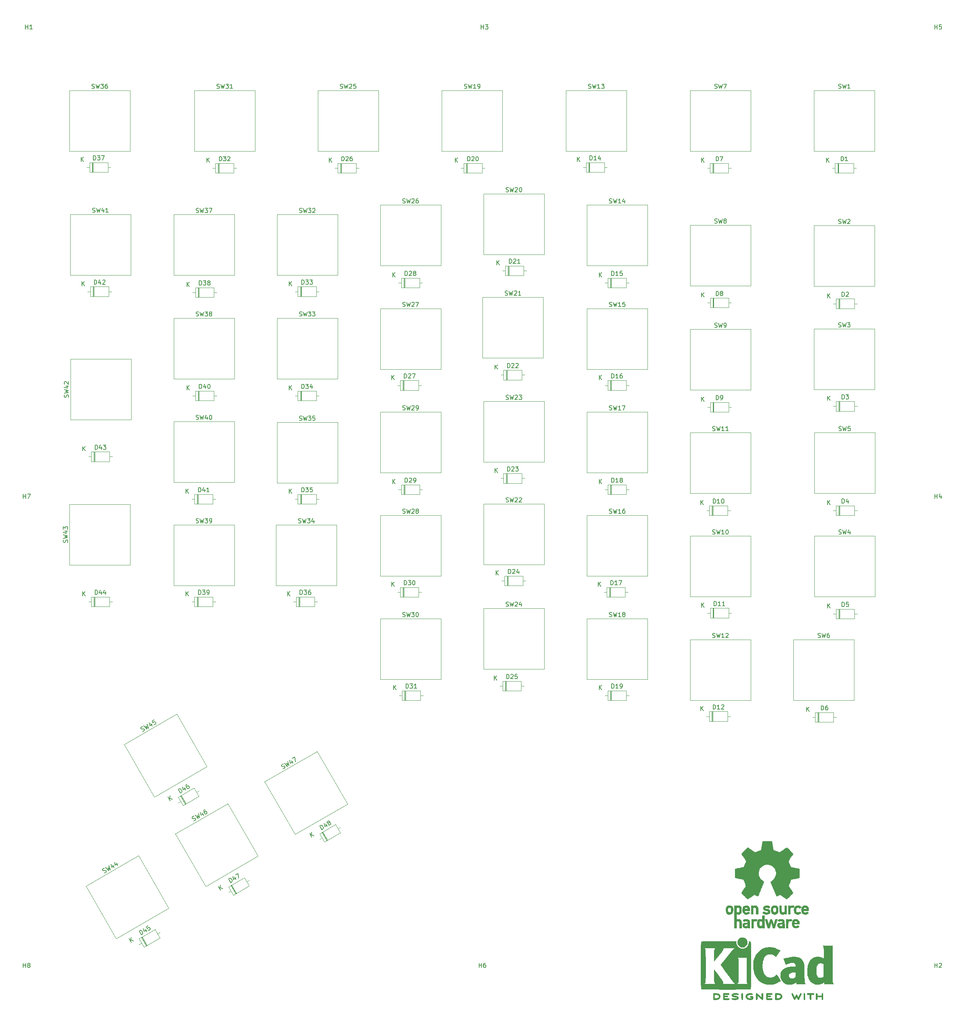
<source format=gbr>
%TF.GenerationSoftware,KiCad,Pcbnew,5.1.6-c6e7f7d~87~ubuntu20.04.1*%
%TF.CreationDate,2020-09-08T11:45:58+02:00*%
%TF.ProjectId,pcb-flat-right,7063622d-666c-4617-942d-72696768742e,rev?*%
%TF.SameCoordinates,Original*%
%TF.FileFunction,Legend,Top*%
%TF.FilePolarity,Positive*%
%FSLAX46Y46*%
G04 Gerber Fmt 4.6, Leading zero omitted, Abs format (unit mm)*
G04 Created by KiCad (PCBNEW 5.1.6-c6e7f7d~87~ubuntu20.04.1) date 2020-09-08 11:45:58*
%MOMM*%
%LPD*%
G01*
G04 APERTURE LIST*
%ADD10C,0.010000*%
%ADD11C,0.120000*%
%ADD12C,0.150000*%
G04 APERTURE END LIST*
D10*
%TO.C,REF\u002A\u002A*%
G36*
X204848305Y-215125960D02*
G01*
X205036557Y-216124542D01*
X205731183Y-216410889D01*
X206425808Y-216697237D01*
X207259128Y-216130586D01*
X207492501Y-215972811D01*
X207703457Y-215831939D01*
X207882153Y-215714401D01*
X208018744Y-215626629D01*
X208103386Y-215575055D01*
X208126437Y-215563935D01*
X208167963Y-215592535D01*
X208256698Y-215671604D01*
X208382697Y-215791041D01*
X208536014Y-215940744D01*
X208706702Y-216110615D01*
X208884814Y-216290551D01*
X209060406Y-216470454D01*
X209223530Y-216640222D01*
X209364241Y-216789754D01*
X209472592Y-216908952D01*
X209538637Y-216987713D01*
X209554426Y-217014072D01*
X209531703Y-217062666D01*
X209467999Y-217169126D01*
X209370013Y-217323039D01*
X209244441Y-217513991D01*
X209097982Y-217731569D01*
X209013115Y-217855671D01*
X208858426Y-218082279D01*
X208720970Y-218286770D01*
X208607414Y-218458965D01*
X208524428Y-218588685D01*
X208478678Y-218665751D01*
X208471803Y-218681947D01*
X208487388Y-218727975D01*
X208529868Y-218835250D01*
X208592835Y-218988687D01*
X208669879Y-219173206D01*
X208754590Y-219373721D01*
X208840558Y-219575152D01*
X208921373Y-219762415D01*
X208990627Y-219920428D01*
X209041908Y-220034107D01*
X209068809Y-220088370D01*
X209070396Y-220090506D01*
X209112635Y-220100867D01*
X209225126Y-220123982D01*
X209396209Y-220157579D01*
X209614223Y-220199385D01*
X209867509Y-220247127D01*
X210015288Y-220274659D01*
X210285938Y-220326190D01*
X210530397Y-220375225D01*
X210736300Y-220419081D01*
X210891277Y-220455074D01*
X210982962Y-220480521D01*
X211001393Y-220488595D01*
X211019445Y-220543242D01*
X211034010Y-220666662D01*
X211045098Y-220844423D01*
X211052719Y-221062091D01*
X211056884Y-221305235D01*
X211057602Y-221559423D01*
X211054882Y-221810220D01*
X211048735Y-222043196D01*
X211039171Y-222243918D01*
X211026199Y-222397954D01*
X211009829Y-222490870D01*
X211000011Y-222510213D01*
X210941323Y-222533398D01*
X210816966Y-222566544D01*
X210643390Y-222605758D01*
X210437042Y-222647145D01*
X210365011Y-222660534D01*
X210017719Y-222724147D01*
X209743383Y-222775378D01*
X209532939Y-222816261D01*
X209377322Y-222848834D01*
X209267467Y-222875132D01*
X209194311Y-222897192D01*
X209148787Y-222917049D01*
X209121833Y-222936741D01*
X209118061Y-222940632D01*
X209080415Y-223003324D01*
X209022986Y-223125331D01*
X208951508Y-223291712D01*
X208871715Y-223487529D01*
X208789343Y-223697840D01*
X208710125Y-223907708D01*
X208639796Y-224102191D01*
X208584089Y-224266350D01*
X208548741Y-224385245D01*
X208539484Y-224443936D01*
X208540256Y-224445992D01*
X208571620Y-224493964D01*
X208642774Y-224599516D01*
X208746240Y-224751660D01*
X208874540Y-224939410D01*
X209020199Y-225151780D01*
X209061680Y-225212130D01*
X209209587Y-225430929D01*
X209339739Y-225630562D01*
X209445045Y-225799565D01*
X209518416Y-225926475D01*
X209552763Y-225999829D01*
X209554426Y-226008841D01*
X209525569Y-226056207D01*
X209445831Y-226150042D01*
X209325462Y-226280261D01*
X209174713Y-226436779D01*
X209003836Y-226609510D01*
X208823079Y-226788371D01*
X208642694Y-226963276D01*
X208472932Y-227124140D01*
X208324042Y-227260878D01*
X208206276Y-227363407D01*
X208129883Y-227421640D01*
X208108750Y-227431148D01*
X208059560Y-227408754D01*
X207958847Y-227348356D01*
X207823017Y-227260129D01*
X207718510Y-227189115D01*
X207529149Y-227058811D01*
X207304899Y-226905384D01*
X207079964Y-226752201D01*
X206959032Y-226670218D01*
X206549704Y-226393353D01*
X206206102Y-226579136D01*
X206049565Y-226660523D01*
X205916454Y-226723784D01*
X205826389Y-226759865D01*
X205803463Y-226764885D01*
X205775895Y-226727817D01*
X205721508Y-226623069D01*
X205644363Y-226460303D01*
X205548518Y-226249181D01*
X205438034Y-225999365D01*
X205316971Y-225720517D01*
X205189389Y-225422299D01*
X205059347Y-225114374D01*
X204930906Y-224806404D01*
X204808126Y-224508050D01*
X204695067Y-224228975D01*
X204595788Y-223978841D01*
X204514349Y-223767310D01*
X204454811Y-223604043D01*
X204421234Y-223498705D01*
X204415834Y-223462527D01*
X204458634Y-223416381D01*
X204552344Y-223341472D01*
X204677373Y-223253364D01*
X204687867Y-223246394D01*
X205011020Y-222987721D01*
X205271587Y-222685938D01*
X205467310Y-222350695D01*
X205595932Y-221991642D01*
X205655195Y-221618426D01*
X205642839Y-221240700D01*
X205556607Y-220868111D01*
X205394241Y-220510310D01*
X205346472Y-220432027D01*
X205098009Y-220115919D01*
X204804481Y-219862079D01*
X204476047Y-219671827D01*
X204122865Y-219546485D01*
X203755095Y-219487372D01*
X203382897Y-219495807D01*
X203016429Y-219573112D01*
X202665851Y-219720606D01*
X202341323Y-219939610D01*
X202240936Y-220028498D01*
X201985449Y-220306744D01*
X201799278Y-220599656D01*
X201671570Y-220927986D01*
X201600444Y-221253133D01*
X201582886Y-221618702D01*
X201641434Y-221986086D01*
X201770142Y-222342866D01*
X201963062Y-222676626D01*
X202214248Y-222974947D01*
X202517752Y-223225411D01*
X202557640Y-223251813D01*
X202684009Y-223338272D01*
X202780073Y-223413184D01*
X202826000Y-223461015D01*
X202826668Y-223462527D01*
X202816808Y-223514267D01*
X202777722Y-223631696D01*
X202713472Y-223805154D01*
X202628120Y-224024979D01*
X202525727Y-224281513D01*
X202410354Y-224565096D01*
X202286063Y-224866067D01*
X202156916Y-225174767D01*
X202026974Y-225481536D01*
X201900298Y-225776714D01*
X201780951Y-226050640D01*
X201672994Y-226293656D01*
X201580488Y-226496101D01*
X201507496Y-226648315D01*
X201458077Y-226740638D01*
X201438177Y-226764885D01*
X201377366Y-226746004D01*
X201263582Y-226695364D01*
X201116445Y-226622017D01*
X201035538Y-226579136D01*
X200691935Y-226393353D01*
X200282607Y-226670218D01*
X200073654Y-226812054D01*
X199844887Y-226968141D01*
X199630509Y-227115109D01*
X199523129Y-227189115D01*
X199372102Y-227290531D01*
X199244218Y-227370898D01*
X199156158Y-227420041D01*
X199127555Y-227430429D01*
X199085924Y-227402405D01*
X198993789Y-227324172D01*
X198860082Y-227203852D01*
X198693735Y-227049568D01*
X198503680Y-226869443D01*
X198383479Y-226753790D01*
X198173185Y-226547167D01*
X197991444Y-226362358D01*
X197845603Y-226207270D01*
X197743009Y-226089807D01*
X197691009Y-226017875D01*
X197686020Y-226003278D01*
X197709171Y-225947753D01*
X197773146Y-225835484D01*
X197870847Y-225677837D01*
X197995180Y-225486179D01*
X198139046Y-225271876D01*
X198179959Y-225212130D01*
X198329033Y-224994982D01*
X198462775Y-224799475D01*
X198573709Y-224636599D01*
X198654356Y-224517337D01*
X198697241Y-224452678D01*
X198701383Y-224445992D01*
X198695188Y-224394462D01*
X198662300Y-224281166D01*
X198608455Y-224121042D01*
X198539387Y-223929032D01*
X198460831Y-223720074D01*
X198378520Y-223509109D01*
X198298189Y-223311076D01*
X198225572Y-223140916D01*
X198166405Y-223013567D01*
X198126420Y-222943971D01*
X198123578Y-222940632D01*
X198099127Y-222920742D01*
X198057831Y-222901073D01*
X197990623Y-222879589D01*
X197888441Y-222854253D01*
X197742219Y-222823029D01*
X197542893Y-222783882D01*
X197281397Y-222734775D01*
X196948669Y-222673672D01*
X196876628Y-222660534D01*
X196663115Y-222619282D01*
X196476978Y-222578926D01*
X196334666Y-222543361D01*
X196252629Y-222516480D01*
X196241628Y-222510213D01*
X196223502Y-222454654D01*
X196208767Y-222330495D01*
X196197436Y-222152169D01*
X196189516Y-221934109D01*
X196185019Y-221690746D01*
X196183954Y-221436514D01*
X196186330Y-221185845D01*
X196192159Y-220953171D01*
X196201449Y-220752924D01*
X196214211Y-220599538D01*
X196230454Y-220507444D01*
X196240246Y-220488595D01*
X196294761Y-220469582D01*
X196418896Y-220438650D01*
X196600285Y-220398482D01*
X196826560Y-220351762D01*
X197085353Y-220301173D01*
X197226351Y-220274659D01*
X197493873Y-220224650D01*
X197732438Y-220179346D01*
X197930386Y-220141021D01*
X198076057Y-220111947D01*
X198157791Y-220094397D01*
X198171243Y-220090506D01*
X198193979Y-220046638D01*
X198242040Y-219940976D01*
X198309019Y-219788613D01*
X198388510Y-219604646D01*
X198474108Y-219404170D01*
X198559405Y-219202281D01*
X198637995Y-219014073D01*
X198703473Y-218854642D01*
X198749431Y-218739084D01*
X198769463Y-218682494D01*
X198769836Y-218680021D01*
X198747126Y-218635379D01*
X198683459Y-218532647D01*
X198585525Y-218382037D01*
X198460017Y-218193757D01*
X198313626Y-217978018D01*
X198228525Y-217854098D01*
X198073455Y-217626883D01*
X197935725Y-217420595D01*
X197822053Y-217245671D01*
X197739161Y-217112545D01*
X197693769Y-217031653D01*
X197687213Y-217013520D01*
X197715395Y-216971312D01*
X197793304Y-216881191D01*
X197910990Y-216753254D01*
X198058500Y-216597596D01*
X198225881Y-216424315D01*
X198403181Y-216243507D01*
X198580448Y-216065267D01*
X198747730Y-215899693D01*
X198895075Y-215756880D01*
X199012530Y-215646925D01*
X199090143Y-215579924D01*
X199116108Y-215563935D01*
X199158384Y-215586419D01*
X199259501Y-215649585D01*
X199409627Y-215747003D01*
X199598930Y-215872243D01*
X199817579Y-216018875D01*
X199982511Y-216130586D01*
X200815831Y-216697237D01*
X201510456Y-216410889D01*
X202205082Y-216124542D01*
X202393334Y-215125960D01*
X202581587Y-214127377D01*
X204660052Y-214127377D01*
X204848305Y-215125960D01*
G37*
X204848305Y-215125960D02*
X205036557Y-216124542D01*
X205731183Y-216410889D01*
X206425808Y-216697237D01*
X207259128Y-216130586D01*
X207492501Y-215972811D01*
X207703457Y-215831939D01*
X207882153Y-215714401D01*
X208018744Y-215626629D01*
X208103386Y-215575055D01*
X208126437Y-215563935D01*
X208167963Y-215592535D01*
X208256698Y-215671604D01*
X208382697Y-215791041D01*
X208536014Y-215940744D01*
X208706702Y-216110615D01*
X208884814Y-216290551D01*
X209060406Y-216470454D01*
X209223530Y-216640222D01*
X209364241Y-216789754D01*
X209472592Y-216908952D01*
X209538637Y-216987713D01*
X209554426Y-217014072D01*
X209531703Y-217062666D01*
X209467999Y-217169126D01*
X209370013Y-217323039D01*
X209244441Y-217513991D01*
X209097982Y-217731569D01*
X209013115Y-217855671D01*
X208858426Y-218082279D01*
X208720970Y-218286770D01*
X208607414Y-218458965D01*
X208524428Y-218588685D01*
X208478678Y-218665751D01*
X208471803Y-218681947D01*
X208487388Y-218727975D01*
X208529868Y-218835250D01*
X208592835Y-218988687D01*
X208669879Y-219173206D01*
X208754590Y-219373721D01*
X208840558Y-219575152D01*
X208921373Y-219762415D01*
X208990627Y-219920428D01*
X209041908Y-220034107D01*
X209068809Y-220088370D01*
X209070396Y-220090506D01*
X209112635Y-220100867D01*
X209225126Y-220123982D01*
X209396209Y-220157579D01*
X209614223Y-220199385D01*
X209867509Y-220247127D01*
X210015288Y-220274659D01*
X210285938Y-220326190D01*
X210530397Y-220375225D01*
X210736300Y-220419081D01*
X210891277Y-220455074D01*
X210982962Y-220480521D01*
X211001393Y-220488595D01*
X211019445Y-220543242D01*
X211034010Y-220666662D01*
X211045098Y-220844423D01*
X211052719Y-221062091D01*
X211056884Y-221305235D01*
X211057602Y-221559423D01*
X211054882Y-221810220D01*
X211048735Y-222043196D01*
X211039171Y-222243918D01*
X211026199Y-222397954D01*
X211009829Y-222490870D01*
X211000011Y-222510213D01*
X210941323Y-222533398D01*
X210816966Y-222566544D01*
X210643390Y-222605758D01*
X210437042Y-222647145D01*
X210365011Y-222660534D01*
X210017719Y-222724147D01*
X209743383Y-222775378D01*
X209532939Y-222816261D01*
X209377322Y-222848834D01*
X209267467Y-222875132D01*
X209194311Y-222897192D01*
X209148787Y-222917049D01*
X209121833Y-222936741D01*
X209118061Y-222940632D01*
X209080415Y-223003324D01*
X209022986Y-223125331D01*
X208951508Y-223291712D01*
X208871715Y-223487529D01*
X208789343Y-223697840D01*
X208710125Y-223907708D01*
X208639796Y-224102191D01*
X208584089Y-224266350D01*
X208548741Y-224385245D01*
X208539484Y-224443936D01*
X208540256Y-224445992D01*
X208571620Y-224493964D01*
X208642774Y-224599516D01*
X208746240Y-224751660D01*
X208874540Y-224939410D01*
X209020199Y-225151780D01*
X209061680Y-225212130D01*
X209209587Y-225430929D01*
X209339739Y-225630562D01*
X209445045Y-225799565D01*
X209518416Y-225926475D01*
X209552763Y-225999829D01*
X209554426Y-226008841D01*
X209525569Y-226056207D01*
X209445831Y-226150042D01*
X209325462Y-226280261D01*
X209174713Y-226436779D01*
X209003836Y-226609510D01*
X208823079Y-226788371D01*
X208642694Y-226963276D01*
X208472932Y-227124140D01*
X208324042Y-227260878D01*
X208206276Y-227363407D01*
X208129883Y-227421640D01*
X208108750Y-227431148D01*
X208059560Y-227408754D01*
X207958847Y-227348356D01*
X207823017Y-227260129D01*
X207718510Y-227189115D01*
X207529149Y-227058811D01*
X207304899Y-226905384D01*
X207079964Y-226752201D01*
X206959032Y-226670218D01*
X206549704Y-226393353D01*
X206206102Y-226579136D01*
X206049565Y-226660523D01*
X205916454Y-226723784D01*
X205826389Y-226759865D01*
X205803463Y-226764885D01*
X205775895Y-226727817D01*
X205721508Y-226623069D01*
X205644363Y-226460303D01*
X205548518Y-226249181D01*
X205438034Y-225999365D01*
X205316971Y-225720517D01*
X205189389Y-225422299D01*
X205059347Y-225114374D01*
X204930906Y-224806404D01*
X204808126Y-224508050D01*
X204695067Y-224228975D01*
X204595788Y-223978841D01*
X204514349Y-223767310D01*
X204454811Y-223604043D01*
X204421234Y-223498705D01*
X204415834Y-223462527D01*
X204458634Y-223416381D01*
X204552344Y-223341472D01*
X204677373Y-223253364D01*
X204687867Y-223246394D01*
X205011020Y-222987721D01*
X205271587Y-222685938D01*
X205467310Y-222350695D01*
X205595932Y-221991642D01*
X205655195Y-221618426D01*
X205642839Y-221240700D01*
X205556607Y-220868111D01*
X205394241Y-220510310D01*
X205346472Y-220432027D01*
X205098009Y-220115919D01*
X204804481Y-219862079D01*
X204476047Y-219671827D01*
X204122865Y-219546485D01*
X203755095Y-219487372D01*
X203382897Y-219495807D01*
X203016429Y-219573112D01*
X202665851Y-219720606D01*
X202341323Y-219939610D01*
X202240936Y-220028498D01*
X201985449Y-220306744D01*
X201799278Y-220599656D01*
X201671570Y-220927986D01*
X201600444Y-221253133D01*
X201582886Y-221618702D01*
X201641434Y-221986086D01*
X201770142Y-222342866D01*
X201963062Y-222676626D01*
X202214248Y-222974947D01*
X202517752Y-223225411D01*
X202557640Y-223251813D01*
X202684009Y-223338272D01*
X202780073Y-223413184D01*
X202826000Y-223461015D01*
X202826668Y-223462527D01*
X202816808Y-223514267D01*
X202777722Y-223631696D01*
X202713472Y-223805154D01*
X202628120Y-224024979D01*
X202525727Y-224281513D01*
X202410354Y-224565096D01*
X202286063Y-224866067D01*
X202156916Y-225174767D01*
X202026974Y-225481536D01*
X201900298Y-225776714D01*
X201780951Y-226050640D01*
X201672994Y-226293656D01*
X201580488Y-226496101D01*
X201507496Y-226648315D01*
X201458077Y-226740638D01*
X201438177Y-226764885D01*
X201377366Y-226746004D01*
X201263582Y-226695364D01*
X201116445Y-226622017D01*
X201035538Y-226579136D01*
X200691935Y-226393353D01*
X200282607Y-226670218D01*
X200073654Y-226812054D01*
X199844887Y-226968141D01*
X199630509Y-227115109D01*
X199523129Y-227189115D01*
X199372102Y-227290531D01*
X199244218Y-227370898D01*
X199156158Y-227420041D01*
X199127555Y-227430429D01*
X199085924Y-227402405D01*
X198993789Y-227324172D01*
X198860082Y-227203852D01*
X198693735Y-227049568D01*
X198503680Y-226869443D01*
X198383479Y-226753790D01*
X198173185Y-226547167D01*
X197991444Y-226362358D01*
X197845603Y-226207270D01*
X197743009Y-226089807D01*
X197691009Y-226017875D01*
X197686020Y-226003278D01*
X197709171Y-225947753D01*
X197773146Y-225835484D01*
X197870847Y-225677837D01*
X197995180Y-225486179D01*
X198139046Y-225271876D01*
X198179959Y-225212130D01*
X198329033Y-224994982D01*
X198462775Y-224799475D01*
X198573709Y-224636599D01*
X198654356Y-224517337D01*
X198697241Y-224452678D01*
X198701383Y-224445992D01*
X198695188Y-224394462D01*
X198662300Y-224281166D01*
X198608455Y-224121042D01*
X198539387Y-223929032D01*
X198460831Y-223720074D01*
X198378520Y-223509109D01*
X198298189Y-223311076D01*
X198225572Y-223140916D01*
X198166405Y-223013567D01*
X198126420Y-222943971D01*
X198123578Y-222940632D01*
X198099127Y-222920742D01*
X198057831Y-222901073D01*
X197990623Y-222879589D01*
X197888441Y-222854253D01*
X197742219Y-222823029D01*
X197542893Y-222783882D01*
X197281397Y-222734775D01*
X196948669Y-222673672D01*
X196876628Y-222660534D01*
X196663115Y-222619282D01*
X196476978Y-222578926D01*
X196334666Y-222543361D01*
X196252629Y-222516480D01*
X196241628Y-222510213D01*
X196223502Y-222454654D01*
X196208767Y-222330495D01*
X196197436Y-222152169D01*
X196189516Y-221934109D01*
X196185019Y-221690746D01*
X196183954Y-221436514D01*
X196186330Y-221185845D01*
X196192159Y-220953171D01*
X196201449Y-220752924D01*
X196214211Y-220599538D01*
X196230454Y-220507444D01*
X196240246Y-220488595D01*
X196294761Y-220469582D01*
X196418896Y-220438650D01*
X196600285Y-220398482D01*
X196826560Y-220351762D01*
X197085353Y-220301173D01*
X197226351Y-220274659D01*
X197493873Y-220224650D01*
X197732438Y-220179346D01*
X197930386Y-220141021D01*
X198076057Y-220111947D01*
X198157791Y-220094397D01*
X198171243Y-220090506D01*
X198193979Y-220046638D01*
X198242040Y-219940976D01*
X198309019Y-219788613D01*
X198388510Y-219604646D01*
X198474108Y-219404170D01*
X198559405Y-219202281D01*
X198637995Y-219014073D01*
X198703473Y-218854642D01*
X198749431Y-218739084D01*
X198769463Y-218682494D01*
X198769836Y-218680021D01*
X198747126Y-218635379D01*
X198683459Y-218532647D01*
X198585525Y-218382037D01*
X198460017Y-218193757D01*
X198313626Y-217978018D01*
X198228525Y-217854098D01*
X198073455Y-217626883D01*
X197935725Y-217420595D01*
X197822053Y-217245671D01*
X197739161Y-217112545D01*
X197693769Y-217031653D01*
X197687213Y-217013520D01*
X197715395Y-216971312D01*
X197793304Y-216881191D01*
X197910990Y-216753254D01*
X198058500Y-216597596D01*
X198225881Y-216424315D01*
X198403181Y-216243507D01*
X198580448Y-216065267D01*
X198747730Y-215899693D01*
X198895075Y-215756880D01*
X199012530Y-215646925D01*
X199090143Y-215579924D01*
X199116108Y-215563935D01*
X199158384Y-215586419D01*
X199259501Y-215649585D01*
X199409627Y-215747003D01*
X199598930Y-215872243D01*
X199817579Y-216018875D01*
X199982511Y-216130586D01*
X200815831Y-216697237D01*
X201510456Y-216410889D01*
X202205082Y-216124542D01*
X202393334Y-215125960D01*
X202581587Y-214127377D01*
X204660052Y-214127377D01*
X204848305Y-215125960D01*
G36*
X209558869Y-228928231D02*
G01*
X209702092Y-228971989D01*
X209794306Y-229027280D01*
X209824344Y-229071004D01*
X209816076Y-229122834D01*
X209762427Y-229204259D01*
X209717063Y-229261927D01*
X209623546Y-229366182D01*
X209553287Y-229410045D01*
X209493393Y-229407182D01*
X209315720Y-229361967D01*
X209185234Y-229364020D01*
X209079273Y-229415261D01*
X209043700Y-229445252D01*
X208929836Y-229550778D01*
X208929836Y-230928853D01*
X208471803Y-230928853D01*
X208471803Y-228930164D01*
X208700820Y-228930164D01*
X208838318Y-228935602D01*
X208909258Y-228954909D01*
X208929827Y-228992576D01*
X208929836Y-228993692D01*
X208939550Y-229033146D01*
X208983478Y-229028000D01*
X209044344Y-228999536D01*
X209170054Y-228946569D01*
X209272134Y-228914703D01*
X209403480Y-228906533D01*
X209558869Y-228928231D01*
G37*
X209558869Y-228928231D02*
X209702092Y-228971989D01*
X209794306Y-229027280D01*
X209824344Y-229071004D01*
X209816076Y-229122834D01*
X209762427Y-229204259D01*
X209717063Y-229261927D01*
X209623546Y-229366182D01*
X209553287Y-229410045D01*
X209493393Y-229407182D01*
X209315720Y-229361967D01*
X209185234Y-229364020D01*
X209079273Y-229415261D01*
X209043700Y-229445252D01*
X208929836Y-229550778D01*
X208929836Y-230928853D01*
X208471803Y-230928853D01*
X208471803Y-228930164D01*
X208700820Y-228930164D01*
X208838318Y-228935602D01*
X208909258Y-228954909D01*
X208929827Y-228992576D01*
X208929836Y-228993692D01*
X208939550Y-229033146D01*
X208983478Y-229028000D01*
X209044344Y-228999536D01*
X209170054Y-228946569D01*
X209272134Y-228914703D01*
X209403480Y-228906533D01*
X209558869Y-228928231D01*
G36*
X201103108Y-228964563D02*
G01*
X201206740Y-229014062D01*
X201307106Y-229085561D01*
X201383568Y-229167853D01*
X201439262Y-229272811D01*
X201477323Y-229412313D01*
X201500885Y-229598233D01*
X201513085Y-229842448D01*
X201517056Y-230156833D01*
X201517118Y-230189754D01*
X201518033Y-230928853D01*
X201060000Y-230928853D01*
X201060000Y-230247481D01*
X201059674Y-229995050D01*
X201057419Y-229812093D01*
X201051319Y-229684807D01*
X201039459Y-229599386D01*
X201019924Y-229542026D01*
X200990797Y-229498924D01*
X200950224Y-229456334D01*
X200808269Y-229364824D01*
X200653306Y-229347843D01*
X200505677Y-229405701D01*
X200454337Y-229448763D01*
X200416647Y-229489249D01*
X200389587Y-229532607D01*
X200371397Y-229592463D01*
X200360316Y-229682441D01*
X200354586Y-229816168D01*
X200352444Y-230007270D01*
X200352131Y-230239911D01*
X200352131Y-230928853D01*
X199894098Y-230928853D01*
X199894098Y-228930164D01*
X200123115Y-228930164D01*
X200260614Y-228935602D01*
X200331553Y-228954909D01*
X200352122Y-228992576D01*
X200352131Y-228993692D01*
X200361675Y-229030581D01*
X200403767Y-229026395D01*
X200487459Y-228985861D01*
X200677273Y-228926224D01*
X200894401Y-228919591D01*
X201103108Y-228964563D01*
G37*
X201103108Y-228964563D02*
X201206740Y-229014062D01*
X201307106Y-229085561D01*
X201383568Y-229167853D01*
X201439262Y-229272811D01*
X201477323Y-229412313D01*
X201500885Y-229598233D01*
X201513085Y-229842448D01*
X201517056Y-230156833D01*
X201517118Y-230189754D01*
X201518033Y-230928853D01*
X201060000Y-230928853D01*
X201060000Y-230247481D01*
X201059674Y-229995050D01*
X201057419Y-229812093D01*
X201051319Y-229684807D01*
X201039459Y-229599386D01*
X201019924Y-229542026D01*
X200990797Y-229498924D01*
X200950224Y-229456334D01*
X200808269Y-229364824D01*
X200653306Y-229347843D01*
X200505677Y-229405701D01*
X200454337Y-229448763D01*
X200416647Y-229489249D01*
X200389587Y-229532607D01*
X200371397Y-229592463D01*
X200360316Y-229682441D01*
X200354586Y-229816168D01*
X200352444Y-230007270D01*
X200352131Y-230239911D01*
X200352131Y-230928853D01*
X199894098Y-230928853D01*
X199894098Y-228930164D01*
X200123115Y-228930164D01*
X200260614Y-228935602D01*
X200331553Y-228954909D01*
X200352122Y-228992576D01*
X200352131Y-228993692D01*
X200361675Y-229030581D01*
X200403767Y-229026395D01*
X200487459Y-228985861D01*
X200677273Y-228926224D01*
X200894401Y-228919591D01*
X201103108Y-228964563D01*
G36*
X212467792Y-228923019D02*
G01*
X212574414Y-228948922D01*
X212778830Y-229043772D01*
X212953625Y-229188633D01*
X213074597Y-229362320D01*
X213091217Y-229401317D01*
X213114016Y-229503465D01*
X213129975Y-229654573D01*
X213135410Y-229807301D01*
X213135410Y-230096066D01*
X212531639Y-230096066D01*
X212282619Y-230097007D01*
X212107189Y-230102723D01*
X211995665Y-230117550D01*
X211938360Y-230145827D01*
X211925588Y-230191890D01*
X211947662Y-230260077D01*
X211987205Y-230339863D01*
X212097509Y-230473017D01*
X212250792Y-230539355D01*
X212438141Y-230537194D01*
X212650363Y-230464991D01*
X212833773Y-230375883D01*
X212985962Y-230496220D01*
X213138151Y-230616558D01*
X212994974Y-230748843D01*
X212803828Y-230873832D01*
X212568753Y-230949189D01*
X212315898Y-230970278D01*
X212071413Y-230932460D01*
X212031967Y-230919628D01*
X211817090Y-230807414D01*
X211657250Y-230640118D01*
X211549080Y-230412748D01*
X211489210Y-230120308D01*
X211488513Y-230114040D01*
X211483152Y-229795332D01*
X211504823Y-229681632D01*
X211927869Y-229681632D01*
X211966722Y-229699116D01*
X212072205Y-229712508D01*
X212227707Y-229720155D01*
X212326249Y-229721312D01*
X212510013Y-229720588D01*
X212624914Y-229715983D01*
X212685366Y-229703848D01*
X212705783Y-229680530D01*
X212700581Y-229642382D01*
X212696217Y-229627623D01*
X212621724Y-229488944D01*
X212504566Y-229377179D01*
X212401173Y-229328066D01*
X212263816Y-229331032D01*
X212124629Y-229392278D01*
X212007874Y-229493683D01*
X211937810Y-229617122D01*
X211927869Y-229681632D01*
X211504823Y-229681632D01*
X211536579Y-229515020D01*
X211642572Y-229279780D01*
X211794911Y-229096284D01*
X211987374Y-228971209D01*
X212213742Y-228911229D01*
X212467792Y-228923019D01*
G37*
X212467792Y-228923019D02*
X212574414Y-228948922D01*
X212778830Y-229043772D01*
X212953625Y-229188633D01*
X213074597Y-229362320D01*
X213091217Y-229401317D01*
X213114016Y-229503465D01*
X213129975Y-229654573D01*
X213135410Y-229807301D01*
X213135410Y-230096066D01*
X212531639Y-230096066D01*
X212282619Y-230097007D01*
X212107189Y-230102723D01*
X211995665Y-230117550D01*
X211938360Y-230145827D01*
X211925588Y-230191890D01*
X211947662Y-230260077D01*
X211987205Y-230339863D01*
X212097509Y-230473017D01*
X212250792Y-230539355D01*
X212438141Y-230537194D01*
X212650363Y-230464991D01*
X212833773Y-230375883D01*
X212985962Y-230496220D01*
X213138151Y-230616558D01*
X212994974Y-230748843D01*
X212803828Y-230873832D01*
X212568753Y-230949189D01*
X212315898Y-230970278D01*
X212071413Y-230932460D01*
X212031967Y-230919628D01*
X211817090Y-230807414D01*
X211657250Y-230640118D01*
X211549080Y-230412748D01*
X211489210Y-230120308D01*
X211488513Y-230114040D01*
X211483152Y-229795332D01*
X211504823Y-229681632D01*
X211927869Y-229681632D01*
X211966722Y-229699116D01*
X212072205Y-229712508D01*
X212227707Y-229720155D01*
X212326249Y-229721312D01*
X212510013Y-229720588D01*
X212624914Y-229715983D01*
X212685366Y-229703848D01*
X212705783Y-229680530D01*
X212700581Y-229642382D01*
X212696217Y-229627623D01*
X212621724Y-229488944D01*
X212504566Y-229377179D01*
X212401173Y-229328066D01*
X212263816Y-229331032D01*
X212124629Y-229392278D01*
X212007874Y-229493683D01*
X211937810Y-229617122D01*
X211927869Y-229681632D01*
X211504823Y-229681632D01*
X211536579Y-229515020D01*
X211642572Y-229279780D01*
X211794911Y-229096284D01*
X211987374Y-228971209D01*
X212213742Y-228911229D01*
X212467792Y-228923019D01*
G36*
X210942288Y-228947602D02*
G01*
X211183543Y-229050090D01*
X211259531Y-229099981D01*
X211356648Y-229176651D01*
X211417612Y-229236936D01*
X211428197Y-229256571D01*
X211398308Y-229300142D01*
X211321819Y-229374077D01*
X211260582Y-229425679D01*
X211092967Y-229560378D01*
X210960614Y-229449010D01*
X210858336Y-229377113D01*
X210758610Y-229352296D01*
X210644475Y-229358357D01*
X210463234Y-229403418D01*
X210338475Y-229496949D01*
X210262658Y-229648154D01*
X210228240Y-229866236D01*
X210228231Y-229866373D01*
X210231208Y-230110124D01*
X210277467Y-230288966D01*
X210369742Y-230410730D01*
X210432650Y-230451964D01*
X210599717Y-230503311D01*
X210778162Y-230503342D01*
X210933415Y-230453522D01*
X210970164Y-230429180D01*
X211062330Y-230367004D01*
X211134387Y-230356813D01*
X211212102Y-230403092D01*
X211298018Y-230486212D01*
X211434011Y-230626521D01*
X211283023Y-230750978D01*
X211049740Y-230891443D01*
X210786673Y-230960666D01*
X210511760Y-230955653D01*
X210331216Y-230909755D01*
X210120194Y-230796249D01*
X209951426Y-230617685D01*
X209874753Y-230491639D01*
X209812654Y-230310791D01*
X209781581Y-230081745D01*
X209781342Y-229833510D01*
X209811743Y-229595093D01*
X209872592Y-229395503D01*
X209882176Y-229375039D01*
X210024102Y-229174341D01*
X210216259Y-229028217D01*
X210443464Y-228939698D01*
X210690535Y-228911815D01*
X210942288Y-228947602D01*
G37*
X210942288Y-228947602D02*
X211183543Y-229050090D01*
X211259531Y-229099981D01*
X211356648Y-229176651D01*
X211417612Y-229236936D01*
X211428197Y-229256571D01*
X211398308Y-229300142D01*
X211321819Y-229374077D01*
X211260582Y-229425679D01*
X211092967Y-229560378D01*
X210960614Y-229449010D01*
X210858336Y-229377113D01*
X210758610Y-229352296D01*
X210644475Y-229358357D01*
X210463234Y-229403418D01*
X210338475Y-229496949D01*
X210262658Y-229648154D01*
X210228240Y-229866236D01*
X210228231Y-229866373D01*
X210231208Y-230110124D01*
X210277467Y-230288966D01*
X210369742Y-230410730D01*
X210432650Y-230451964D01*
X210599717Y-230503311D01*
X210778162Y-230503342D01*
X210933415Y-230453522D01*
X210970164Y-230429180D01*
X211062330Y-230367004D01*
X211134387Y-230356813D01*
X211212102Y-230403092D01*
X211298018Y-230486212D01*
X211434011Y-230626521D01*
X211283023Y-230750978D01*
X211049740Y-230891443D01*
X210786673Y-230960666D01*
X210511760Y-230955653D01*
X210331216Y-230909755D01*
X210120194Y-230796249D01*
X209951426Y-230617685D01*
X209874753Y-230491639D01*
X209812654Y-230310791D01*
X209781581Y-230081745D01*
X209781342Y-229833510D01*
X209811743Y-229595093D01*
X209872592Y-229395503D01*
X209882176Y-229375039D01*
X210024102Y-229174341D01*
X210216259Y-229028217D01*
X210443464Y-228939698D01*
X210690535Y-228911815D01*
X210942288Y-228947602D01*
G36*
X206889508Y-229578311D02*
G01*
X206893444Y-229883698D01*
X206907823Y-230115660D01*
X206936504Y-230283786D01*
X206983348Y-230397671D01*
X207052211Y-230466905D01*
X207146954Y-230501080D01*
X207264262Y-230509811D01*
X207387123Y-230500028D01*
X207480444Y-230464287D01*
X207548084Y-230392995D01*
X207593901Y-230276561D01*
X207621755Y-230105391D01*
X207635504Y-229869896D01*
X207639016Y-229578311D01*
X207639016Y-228930164D01*
X208097049Y-228930164D01*
X208097049Y-230928853D01*
X207868033Y-230928853D01*
X207729971Y-230923258D01*
X207658878Y-230903611D01*
X207639016Y-230866313D01*
X207627054Y-230833094D01*
X207579447Y-230840121D01*
X207483485Y-230887132D01*
X207263548Y-230959654D01*
X207030274Y-230954516D01*
X206806755Y-230875766D01*
X206700313Y-230813558D01*
X206619122Y-230746204D01*
X206559808Y-230661928D01*
X206518996Y-230548957D01*
X206493312Y-230395515D01*
X206479381Y-230189827D01*
X206473829Y-229920118D01*
X206473115Y-229711551D01*
X206473115Y-228930164D01*
X206889508Y-228930164D01*
X206889508Y-229578311D01*
G37*
X206889508Y-229578311D02*
X206893444Y-229883698D01*
X206907823Y-230115660D01*
X206936504Y-230283786D01*
X206983348Y-230397671D01*
X207052211Y-230466905D01*
X207146954Y-230501080D01*
X207264262Y-230509811D01*
X207387123Y-230500028D01*
X207480444Y-230464287D01*
X207548084Y-230392995D01*
X207593901Y-230276561D01*
X207621755Y-230105391D01*
X207635504Y-229869896D01*
X207639016Y-229578311D01*
X207639016Y-228930164D01*
X208097049Y-228930164D01*
X208097049Y-230928853D01*
X207868033Y-230928853D01*
X207729971Y-230923258D01*
X207658878Y-230903611D01*
X207639016Y-230866313D01*
X207627054Y-230833094D01*
X207579447Y-230840121D01*
X207483485Y-230887132D01*
X207263548Y-230959654D01*
X207030274Y-230954516D01*
X206806755Y-230875766D01*
X206700313Y-230813558D01*
X206619122Y-230746204D01*
X206559808Y-230661928D01*
X206518996Y-230548957D01*
X206493312Y-230395515D01*
X206479381Y-230189827D01*
X206473829Y-229920118D01*
X206473115Y-229711551D01*
X206473115Y-228930164D01*
X206889508Y-228930164D01*
X206889508Y-229578311D01*
G36*
X205622521Y-228954805D02*
G01*
X205833136Y-229069505D01*
X205997915Y-229250574D01*
X206075554Y-229397838D01*
X206108886Y-229527907D01*
X206130483Y-229713333D01*
X206139739Y-229926939D01*
X206136045Y-230141550D01*
X206118794Y-230329991D01*
X206098643Y-230430637D01*
X206030667Y-230568323D01*
X205912942Y-230714566D01*
X205771065Y-230842452D01*
X205630632Y-230925063D01*
X205627207Y-230926373D01*
X205452945Y-230962472D01*
X205246427Y-230963365D01*
X205050174Y-230930501D01*
X204974396Y-230904161D01*
X204779221Y-230793484D01*
X204639438Y-230648478D01*
X204547599Y-230456503D01*
X204496254Y-230204920D01*
X204484637Y-230073142D01*
X204486119Y-229907553D01*
X204932459Y-229907553D01*
X204947494Y-230149177D01*
X204990772Y-230333303D01*
X205059551Y-230450949D01*
X205108550Y-230484590D01*
X205234093Y-230508050D01*
X205383318Y-230501104D01*
X205512333Y-230467345D01*
X205546166Y-230448772D01*
X205635428Y-230340599D01*
X205694345Y-230175051D01*
X205719424Y-229973581D01*
X205707174Y-229757646D01*
X205679796Y-229627690D01*
X205601191Y-229477191D01*
X205477104Y-229383114D01*
X205327661Y-229350587D01*
X205172987Y-229384738D01*
X205054174Y-229468273D01*
X204991735Y-229537193D01*
X204955293Y-229605126D01*
X204937923Y-229697064D01*
X204932699Y-229837999D01*
X204932459Y-229907553D01*
X204486119Y-229907553D01*
X204487785Y-229721495D01*
X204545056Y-229433134D01*
X204656457Y-229208049D01*
X204821993Y-229046230D01*
X205041670Y-228947666D01*
X205088842Y-228936236D01*
X205372336Y-228909406D01*
X205622521Y-228954805D01*
G37*
X205622521Y-228954805D02*
X205833136Y-229069505D01*
X205997915Y-229250574D01*
X206075554Y-229397838D01*
X206108886Y-229527907D01*
X206130483Y-229713333D01*
X206139739Y-229926939D01*
X206136045Y-230141550D01*
X206118794Y-230329991D01*
X206098643Y-230430637D01*
X206030667Y-230568323D01*
X205912942Y-230714566D01*
X205771065Y-230842452D01*
X205630632Y-230925063D01*
X205627207Y-230926373D01*
X205452945Y-230962472D01*
X205246427Y-230963365D01*
X205050174Y-230930501D01*
X204974396Y-230904161D01*
X204779221Y-230793484D01*
X204639438Y-230648478D01*
X204547599Y-230456503D01*
X204496254Y-230204920D01*
X204484637Y-230073142D01*
X204486119Y-229907553D01*
X204932459Y-229907553D01*
X204947494Y-230149177D01*
X204990772Y-230333303D01*
X205059551Y-230450949D01*
X205108550Y-230484590D01*
X205234093Y-230508050D01*
X205383318Y-230501104D01*
X205512333Y-230467345D01*
X205546166Y-230448772D01*
X205635428Y-230340599D01*
X205694345Y-230175051D01*
X205719424Y-229973581D01*
X205707174Y-229757646D01*
X205679796Y-229627690D01*
X205601191Y-229477191D01*
X205477104Y-229383114D01*
X205327661Y-229350587D01*
X205172987Y-229384738D01*
X205054174Y-229468273D01*
X204991735Y-229537193D01*
X204955293Y-229605126D01*
X204937923Y-229697064D01*
X204932699Y-229837999D01*
X204932459Y-229907553D01*
X204486119Y-229907553D01*
X204487785Y-229721495D01*
X204545056Y-229433134D01*
X204656457Y-229208049D01*
X204821993Y-229046230D01*
X205041670Y-228947666D01*
X205088842Y-228936236D01*
X205372336Y-228909406D01*
X205622521Y-228954805D01*
G36*
X203646418Y-228923003D02*
G01*
X203804100Y-228952907D01*
X203967685Y-229015452D01*
X203985164Y-229023426D01*
X204109217Y-229088656D01*
X204195129Y-229149274D01*
X204222898Y-229188106D01*
X204196453Y-229251437D01*
X204132220Y-229344881D01*
X204103708Y-229379762D01*
X203986211Y-229517066D01*
X203834732Y-229427691D01*
X203690570Y-229368152D01*
X203524000Y-229336326D01*
X203364262Y-229334316D01*
X203240594Y-229364221D01*
X203210916Y-229382886D01*
X203154398Y-229468466D01*
X203147529Y-229567049D01*
X203189820Y-229644062D01*
X203214836Y-229658998D01*
X203289796Y-229677547D01*
X203421561Y-229699348D01*
X203583991Y-229720180D01*
X203613956Y-229723447D01*
X203874840Y-229768575D01*
X204064055Y-229845230D01*
X204189543Y-229960491D01*
X204259243Y-230121435D01*
X204280956Y-230318015D01*
X204250961Y-230541473D01*
X204153559Y-230716949D01*
X203988361Y-230844758D01*
X203754977Y-230925218D01*
X203495902Y-230956962D01*
X203284633Y-230956580D01*
X203113265Y-230927749D01*
X202996230Y-230887944D01*
X202848350Y-230818587D01*
X202711687Y-230738097D01*
X202663115Y-230702670D01*
X202538197Y-230600705D01*
X202839509Y-230295813D01*
X203010796Y-230409165D01*
X203182594Y-230494300D01*
X203366048Y-230538830D01*
X203542397Y-230543528D01*
X203692881Y-230509170D01*
X203798740Y-230436529D01*
X203832921Y-230375238D01*
X203827794Y-230276941D01*
X203742857Y-230201773D01*
X203578343Y-230149866D01*
X203398101Y-230125875D01*
X203120709Y-230080104D01*
X202914635Y-229993748D01*
X202777122Y-229864280D01*
X202705413Y-229689172D01*
X202695479Y-229481565D01*
X202744548Y-229264714D01*
X202856420Y-229100805D01*
X203032097Y-228989088D01*
X203272581Y-228928814D01*
X203450743Y-228916999D01*
X203646418Y-228923003D01*
G37*
X203646418Y-228923003D02*
X203804100Y-228952907D01*
X203967685Y-229015452D01*
X203985164Y-229023426D01*
X204109217Y-229088656D01*
X204195129Y-229149274D01*
X204222898Y-229188106D01*
X204196453Y-229251437D01*
X204132220Y-229344881D01*
X204103708Y-229379762D01*
X203986211Y-229517066D01*
X203834732Y-229427691D01*
X203690570Y-229368152D01*
X203524000Y-229336326D01*
X203364262Y-229334316D01*
X203240594Y-229364221D01*
X203210916Y-229382886D01*
X203154398Y-229468466D01*
X203147529Y-229567049D01*
X203189820Y-229644062D01*
X203214836Y-229658998D01*
X203289796Y-229677547D01*
X203421561Y-229699348D01*
X203583991Y-229720180D01*
X203613956Y-229723447D01*
X203874840Y-229768575D01*
X204064055Y-229845230D01*
X204189543Y-229960491D01*
X204259243Y-230121435D01*
X204280956Y-230318015D01*
X204250961Y-230541473D01*
X204153559Y-230716949D01*
X203988361Y-230844758D01*
X203754977Y-230925218D01*
X203495902Y-230956962D01*
X203284633Y-230956580D01*
X203113265Y-230927749D01*
X202996230Y-230887944D01*
X202848350Y-230818587D01*
X202711687Y-230738097D01*
X202663115Y-230702670D01*
X202538197Y-230600705D01*
X202839509Y-230295813D01*
X203010796Y-230409165D01*
X203182594Y-230494300D01*
X203366048Y-230538830D01*
X203542397Y-230543528D01*
X203692881Y-230509170D01*
X203798740Y-230436529D01*
X203832921Y-230375238D01*
X203827794Y-230276941D01*
X203742857Y-230201773D01*
X203578343Y-230149866D01*
X203398101Y-230125875D01*
X203120709Y-230080104D01*
X202914635Y-229993748D01*
X202777122Y-229864280D01*
X202705413Y-229689172D01*
X202695479Y-229481565D01*
X202744548Y-229264714D01*
X202856420Y-229100805D01*
X203032097Y-228989088D01*
X203272581Y-228928814D01*
X203450743Y-228916999D01*
X203646418Y-228923003D01*
G36*
X199107325Y-228976526D02*
G01*
X199148819Y-228996061D01*
X199292434Y-229101263D01*
X199428236Y-229254793D01*
X199529638Y-229423845D01*
X199558480Y-229501567D01*
X199584794Y-229640398D01*
X199600485Y-229808177D01*
X199602391Y-229877459D01*
X199602623Y-230096066D01*
X198344415Y-230096066D01*
X198371234Y-230210574D01*
X198437066Y-230346004D01*
X198552161Y-230463046D01*
X198689087Y-230538442D01*
X198776342Y-230554098D01*
X198894672Y-230535099D01*
X199035851Y-230487446D01*
X199083811Y-230465521D01*
X199261171Y-230376944D01*
X199412530Y-230492391D01*
X199499869Y-230570474D01*
X199546342Y-230634922D01*
X199548695Y-230653837D01*
X199507178Y-230699681D01*
X199416190Y-230769349D01*
X199333605Y-230823700D01*
X199110751Y-230921405D01*
X198860913Y-230965628D01*
X198613290Y-230954130D01*
X198415902Y-230894029D01*
X198212424Y-230765284D01*
X198067821Y-230595774D01*
X197977361Y-230376462D01*
X197936311Y-230098309D01*
X197932671Y-229971034D01*
X197947239Y-229679375D01*
X197949028Y-229670891D01*
X198365941Y-229670891D01*
X198377423Y-229698242D01*
X198424616Y-229713324D01*
X198521951Y-229719788D01*
X198683864Y-229721285D01*
X198746210Y-229721312D01*
X198935897Y-229719052D01*
X199056189Y-229710844D01*
X199120884Y-229694550D01*
X199143780Y-229668027D01*
X199144590Y-229659510D01*
X199118460Y-229591825D01*
X199053063Y-229497005D01*
X199024948Y-229463805D01*
X198920574Y-229369906D01*
X198811775Y-229332988D01*
X198753157Y-229329902D01*
X198594574Y-229368493D01*
X198461587Y-229472155D01*
X198377228Y-229622717D01*
X198375733Y-229627623D01*
X198365941Y-229670891D01*
X197949028Y-229670891D01*
X197995684Y-229449722D01*
X198082955Y-229265983D01*
X198189689Y-229135557D01*
X198387020Y-228994131D01*
X198618985Y-228918556D01*
X198865712Y-228911724D01*
X199107325Y-228976526D01*
G37*
X199107325Y-228976526D02*
X199148819Y-228996061D01*
X199292434Y-229101263D01*
X199428236Y-229254793D01*
X199529638Y-229423845D01*
X199558480Y-229501567D01*
X199584794Y-229640398D01*
X199600485Y-229808177D01*
X199602391Y-229877459D01*
X199602623Y-230096066D01*
X198344415Y-230096066D01*
X198371234Y-230210574D01*
X198437066Y-230346004D01*
X198552161Y-230463046D01*
X198689087Y-230538442D01*
X198776342Y-230554098D01*
X198894672Y-230535099D01*
X199035851Y-230487446D01*
X199083811Y-230465521D01*
X199261171Y-230376944D01*
X199412530Y-230492391D01*
X199499869Y-230570474D01*
X199546342Y-230634922D01*
X199548695Y-230653837D01*
X199507178Y-230699681D01*
X199416190Y-230769349D01*
X199333605Y-230823700D01*
X199110751Y-230921405D01*
X198860913Y-230965628D01*
X198613290Y-230954130D01*
X198415902Y-230894029D01*
X198212424Y-230765284D01*
X198067821Y-230595774D01*
X197977361Y-230376462D01*
X197936311Y-230098309D01*
X197932671Y-229971034D01*
X197947239Y-229679375D01*
X197949028Y-229670891D01*
X198365941Y-229670891D01*
X198377423Y-229698242D01*
X198424616Y-229713324D01*
X198521951Y-229719788D01*
X198683864Y-229721285D01*
X198746210Y-229721312D01*
X198935897Y-229719052D01*
X199056189Y-229710844D01*
X199120884Y-229694550D01*
X199143780Y-229668027D01*
X199144590Y-229659510D01*
X199118460Y-229591825D01*
X199053063Y-229497005D01*
X199024948Y-229463805D01*
X198920574Y-229369906D01*
X198811775Y-229332988D01*
X198753157Y-229329902D01*
X198594574Y-229368493D01*
X198461587Y-229472155D01*
X198377228Y-229622717D01*
X198375733Y-229627623D01*
X198365941Y-229670891D01*
X197949028Y-229670891D01*
X197995684Y-229449722D01*
X198082955Y-229265983D01*
X198189689Y-229135557D01*
X198387020Y-228994131D01*
X198618985Y-228918556D01*
X198865712Y-228911724D01*
X199107325Y-228976526D01*
G36*
X195194610Y-228951802D02*
G01*
X195412447Y-229048108D01*
X195577816Y-229208919D01*
X195690957Y-229434482D01*
X195752112Y-229725042D01*
X195756495Y-229770408D01*
X195759930Y-230090256D01*
X195715398Y-230370614D01*
X195625609Y-230597847D01*
X195577529Y-230670941D01*
X195410055Y-230825643D01*
X195196768Y-230925838D01*
X194958154Y-230967418D01*
X194714697Y-230946272D01*
X194529630Y-230881145D01*
X194370479Y-230771393D01*
X194240404Y-230627496D01*
X194238154Y-230624130D01*
X194185330Y-230535314D01*
X194151001Y-230446005D01*
X194130212Y-230333294D01*
X194118009Y-230174273D01*
X194112633Y-230043868D01*
X194110395Y-229925611D01*
X194526706Y-229925611D01*
X194530775Y-230043335D01*
X194545545Y-230200049D01*
X194571602Y-230300621D01*
X194618593Y-230372173D01*
X194662603Y-230413971D01*
X194818623Y-230501484D01*
X194981869Y-230513179D01*
X195133904Y-230450212D01*
X195209920Y-230379653D01*
X195264697Y-230308550D01*
X195296737Y-230240512D01*
X195310800Y-230151967D01*
X195311642Y-230019339D01*
X195307309Y-229897195D01*
X195297989Y-229722710D01*
X195283212Y-229609538D01*
X195256580Y-229535721D01*
X195211691Y-229479298D01*
X195176120Y-229447050D01*
X195027329Y-229362340D01*
X194866813Y-229358117D01*
X194732220Y-229408292D01*
X194617400Y-229513075D01*
X194548996Y-229685198D01*
X194526706Y-229925611D01*
X194110395Y-229925611D01*
X194107724Y-229784548D01*
X194116107Y-229590610D01*
X194141228Y-229444745D01*
X194186532Y-229329641D01*
X194255464Y-229227986D01*
X194281022Y-229197802D01*
X194440825Y-229047412D01*
X194612231Y-228959566D01*
X194821849Y-228922762D01*
X194924064Y-228919754D01*
X195194610Y-228951802D01*
G37*
X195194610Y-228951802D02*
X195412447Y-229048108D01*
X195577816Y-229208919D01*
X195690957Y-229434482D01*
X195752112Y-229725042D01*
X195756495Y-229770408D01*
X195759930Y-230090256D01*
X195715398Y-230370614D01*
X195625609Y-230597847D01*
X195577529Y-230670941D01*
X195410055Y-230825643D01*
X195196768Y-230925838D01*
X194958154Y-230967418D01*
X194714697Y-230946272D01*
X194529630Y-230881145D01*
X194370479Y-230771393D01*
X194240404Y-230627496D01*
X194238154Y-230624130D01*
X194185330Y-230535314D01*
X194151001Y-230446005D01*
X194130212Y-230333294D01*
X194118009Y-230174273D01*
X194112633Y-230043868D01*
X194110395Y-229925611D01*
X194526706Y-229925611D01*
X194530775Y-230043335D01*
X194545545Y-230200049D01*
X194571602Y-230300621D01*
X194618593Y-230372173D01*
X194662603Y-230413971D01*
X194818623Y-230501484D01*
X194981869Y-230513179D01*
X195133904Y-230450212D01*
X195209920Y-230379653D01*
X195264697Y-230308550D01*
X195296737Y-230240512D01*
X195310800Y-230151967D01*
X195311642Y-230019339D01*
X195307309Y-229897195D01*
X195297989Y-229722710D01*
X195283212Y-229609538D01*
X195256580Y-229535721D01*
X195211691Y-229479298D01*
X195176120Y-229447050D01*
X195027329Y-229362340D01*
X194866813Y-229358117D01*
X194732220Y-229408292D01*
X194617400Y-229513075D01*
X194548996Y-229685198D01*
X194526706Y-229925611D01*
X194110395Y-229925611D01*
X194107724Y-229784548D01*
X194116107Y-229590610D01*
X194141228Y-229444745D01*
X194186532Y-229329641D01*
X194255464Y-229227986D01*
X194281022Y-229197802D01*
X194440825Y-229047412D01*
X194612231Y-228959566D01*
X194821849Y-228922762D01*
X194924064Y-228919754D01*
X195194610Y-228951802D01*
G36*
X210330842Y-232063999D02*
G01*
X210529876Y-232115746D01*
X210696561Y-232222544D01*
X210777269Y-232302326D01*
X210909568Y-232490931D01*
X210985390Y-232709720D01*
X211011438Y-232978668D01*
X211011571Y-233000410D01*
X211011803Y-233219017D01*
X209753595Y-233219017D01*
X209780415Y-233333525D01*
X209828841Y-233437232D01*
X209913596Y-233545290D01*
X209931323Y-233562541D01*
X210083680Y-233655904D01*
X210257424Y-233671738D01*
X210457411Y-233610313D01*
X210491311Y-233593771D01*
X210595288Y-233543484D01*
X210664931Y-233514834D01*
X210677083Y-233512184D01*
X210719501Y-233537913D01*
X210800399Y-233600861D01*
X210841465Y-233635259D01*
X210926560Y-233714276D01*
X210954503Y-233766451D01*
X210935110Y-233814446D01*
X210924743Y-233827570D01*
X210854531Y-233885008D01*
X210738674Y-233954813D01*
X210657869Y-233995564D01*
X210428501Y-234067362D01*
X210174564Y-234090625D01*
X209934074Y-234063059D01*
X209866721Y-234043321D01*
X209658262Y-233931612D01*
X209503746Y-233759721D01*
X209402278Y-233525979D01*
X209352965Y-233228716D01*
X209347551Y-233073279D01*
X209363359Y-232846973D01*
X209762623Y-232846973D01*
X209801240Y-232863702D01*
X209905042Y-232876829D01*
X210055956Y-232884575D01*
X210158197Y-232885902D01*
X210342101Y-232884623D01*
X210458174Y-232878638D01*
X210521852Y-232864724D01*
X210548567Y-232839655D01*
X210553770Y-232803280D01*
X210518073Y-232691229D01*
X210428196Y-232580488D01*
X210309966Y-232495489D01*
X210191690Y-232460718D01*
X210031044Y-232491563D01*
X209891978Y-232580732D01*
X209795557Y-232709263D01*
X209762623Y-232846973D01*
X209363359Y-232846973D01*
X209370572Y-232743733D01*
X209441624Y-232481175D01*
X209562210Y-232283525D01*
X209733834Y-232148702D01*
X209957998Y-232074626D01*
X210079438Y-232060360D01*
X210330842Y-232063999D01*
G37*
X210330842Y-232063999D02*
X210529876Y-232115746D01*
X210696561Y-232222544D01*
X210777269Y-232302326D01*
X210909568Y-232490931D01*
X210985390Y-232709720D01*
X211011438Y-232978668D01*
X211011571Y-233000410D01*
X211011803Y-233219017D01*
X209753595Y-233219017D01*
X209780415Y-233333525D01*
X209828841Y-233437232D01*
X209913596Y-233545290D01*
X209931323Y-233562541D01*
X210083680Y-233655904D01*
X210257424Y-233671738D01*
X210457411Y-233610313D01*
X210491311Y-233593771D01*
X210595288Y-233543484D01*
X210664931Y-233514834D01*
X210677083Y-233512184D01*
X210719501Y-233537913D01*
X210800399Y-233600861D01*
X210841465Y-233635259D01*
X210926560Y-233714276D01*
X210954503Y-233766451D01*
X210935110Y-233814446D01*
X210924743Y-233827570D01*
X210854531Y-233885008D01*
X210738674Y-233954813D01*
X210657869Y-233995564D01*
X210428501Y-234067362D01*
X210174564Y-234090625D01*
X209934074Y-234063059D01*
X209866721Y-234043321D01*
X209658262Y-233931612D01*
X209503746Y-233759721D01*
X209402278Y-233525979D01*
X209352965Y-233228716D01*
X209347551Y-233073279D01*
X209363359Y-232846973D01*
X209762623Y-232846973D01*
X209801240Y-232863702D01*
X209905042Y-232876829D01*
X210055956Y-232884575D01*
X210158197Y-232885902D01*
X210342101Y-232884623D01*
X210458174Y-232878638D01*
X210521852Y-232864724D01*
X210548567Y-232839655D01*
X210553770Y-232803280D01*
X210518073Y-232691229D01*
X210428196Y-232580488D01*
X210309966Y-232495489D01*
X210191690Y-232460718D01*
X210031044Y-232491563D01*
X209891978Y-232580732D01*
X209795557Y-232709263D01*
X209762623Y-232846973D01*
X209363359Y-232846973D01*
X209370572Y-232743733D01*
X209441624Y-232481175D01*
X209562210Y-232283525D01*
X209733834Y-232148702D01*
X209957998Y-232074626D01*
X210079438Y-232060360D01*
X210330842Y-232063999D01*
G36*
X209015107Y-232052460D02*
G01*
X209175182Y-232084017D01*
X209266312Y-232130743D01*
X209362179Y-232208370D01*
X209225787Y-232380579D01*
X209141694Y-232484867D01*
X209084592Y-232535746D01*
X209027844Y-232543519D01*
X208944811Y-232518488D01*
X208905833Y-232504327D01*
X208746926Y-232483433D01*
X208601399Y-232528220D01*
X208494560Y-232629399D01*
X208477205Y-232661659D01*
X208458303Y-232747115D01*
X208443716Y-232904606D01*
X208434126Y-233122969D01*
X208430219Y-233391038D01*
X208430164Y-233429172D01*
X208430164Y-234093443D01*
X207972131Y-234093443D01*
X207972131Y-232053115D01*
X208201148Y-232053115D01*
X208333199Y-232056563D01*
X208401992Y-232071907D01*
X208427430Y-232106648D01*
X208430164Y-232139416D01*
X208430164Y-232225717D01*
X208539878Y-232139416D01*
X208665680Y-232080538D01*
X208834681Y-232051426D01*
X209015107Y-232052460D01*
G37*
X209015107Y-232052460D02*
X209175182Y-232084017D01*
X209266312Y-232130743D01*
X209362179Y-232208370D01*
X209225787Y-232380579D01*
X209141694Y-232484867D01*
X209084592Y-232535746D01*
X209027844Y-232543519D01*
X208944811Y-232518488D01*
X208905833Y-232504327D01*
X208746926Y-232483433D01*
X208601399Y-232528220D01*
X208494560Y-232629399D01*
X208477205Y-232661659D01*
X208458303Y-232747115D01*
X208443716Y-232904606D01*
X208434126Y-233122969D01*
X208430219Y-233391038D01*
X208430164Y-233429172D01*
X208430164Y-234093443D01*
X207972131Y-234093443D01*
X207972131Y-232053115D01*
X208201148Y-232053115D01*
X208333199Y-232056563D01*
X208401992Y-232071907D01*
X208427430Y-232106648D01*
X208430164Y-232139416D01*
X208430164Y-232225717D01*
X208539878Y-232139416D01*
X208665680Y-232080538D01*
X208834681Y-232051426D01*
X209015107Y-232052460D01*
G36*
X207038670Y-232065480D02*
G01*
X207214179Y-232108109D01*
X207264912Y-232130693D01*
X207363254Y-232189847D01*
X207438727Y-232256472D01*
X207494571Y-232342135D01*
X207534026Y-232458405D01*
X207560332Y-232616848D01*
X207576729Y-232829034D01*
X207586457Y-233106529D01*
X207590151Y-233291885D01*
X207603745Y-234093443D01*
X207371544Y-234093443D01*
X207230677Y-234087536D01*
X207158102Y-234067350D01*
X207139344Y-234033453D01*
X207129441Y-233996799D01*
X207085166Y-234003807D01*
X207024836Y-234033197D01*
X206873803Y-234078246D01*
X206679693Y-234090385D01*
X206475531Y-234070529D01*
X206294340Y-234019592D01*
X206278089Y-234012522D01*
X206112491Y-233896188D01*
X206003324Y-233734467D01*
X205953091Y-233545430D01*
X205956928Y-233477515D01*
X206366763Y-233477515D01*
X206402875Y-233568914D01*
X206509942Y-233634411D01*
X206682684Y-233669563D01*
X206775000Y-233674231D01*
X206928850Y-233662282D01*
X207031115Y-233615844D01*
X207056066Y-233593771D01*
X207123661Y-233473681D01*
X207139344Y-233364754D01*
X207139344Y-233219017D01*
X206936352Y-233219017D01*
X206700387Y-233231043D01*
X206534881Y-233268871D01*
X206430305Y-233335121D01*
X206406891Y-233364656D01*
X206366763Y-233477515D01*
X205956928Y-233477515D01*
X205964295Y-233347148D01*
X206039440Y-233157692D01*
X206141968Y-233029656D01*
X206204065Y-232974302D01*
X206264855Y-232937924D01*
X206343952Y-232915744D01*
X206460971Y-232902982D01*
X206635527Y-232894857D01*
X206704763Y-232892521D01*
X207139344Y-232878321D01*
X207138707Y-232746784D01*
X207121876Y-232608519D01*
X207061026Y-232524917D01*
X206938095Y-232471507D01*
X206934797Y-232470555D01*
X206760504Y-232449555D01*
X206589952Y-232476985D01*
X206463200Y-232543689D01*
X206412342Y-232576625D01*
X206357565Y-232572068D01*
X206273272Y-232524349D01*
X206223773Y-232490671D01*
X206126955Y-232418716D01*
X206066982Y-232364779D01*
X206057359Y-232349337D01*
X206096985Y-232269424D01*
X206214064Y-232173989D01*
X206264918Y-232141789D01*
X206411113Y-232086332D01*
X206608137Y-232054913D01*
X206826989Y-232047855D01*
X207038670Y-232065480D01*
G37*
X207038670Y-232065480D02*
X207214179Y-232108109D01*
X207264912Y-232130693D01*
X207363254Y-232189847D01*
X207438727Y-232256472D01*
X207494571Y-232342135D01*
X207534026Y-232458405D01*
X207560332Y-232616848D01*
X207576729Y-232829034D01*
X207586457Y-233106529D01*
X207590151Y-233291885D01*
X207603745Y-234093443D01*
X207371544Y-234093443D01*
X207230677Y-234087536D01*
X207158102Y-234067350D01*
X207139344Y-234033453D01*
X207129441Y-233996799D01*
X207085166Y-234003807D01*
X207024836Y-234033197D01*
X206873803Y-234078246D01*
X206679693Y-234090385D01*
X206475531Y-234070529D01*
X206294340Y-234019592D01*
X206278089Y-234012522D01*
X206112491Y-233896188D01*
X206003324Y-233734467D01*
X205953091Y-233545430D01*
X205956928Y-233477515D01*
X206366763Y-233477515D01*
X206402875Y-233568914D01*
X206509942Y-233634411D01*
X206682684Y-233669563D01*
X206775000Y-233674231D01*
X206928850Y-233662282D01*
X207031115Y-233615844D01*
X207056066Y-233593771D01*
X207123661Y-233473681D01*
X207139344Y-233364754D01*
X207139344Y-233219017D01*
X206936352Y-233219017D01*
X206700387Y-233231043D01*
X206534881Y-233268871D01*
X206430305Y-233335121D01*
X206406891Y-233364656D01*
X206366763Y-233477515D01*
X205956928Y-233477515D01*
X205964295Y-233347148D01*
X206039440Y-233157692D01*
X206141968Y-233029656D01*
X206204065Y-232974302D01*
X206264855Y-232937924D01*
X206343952Y-232915744D01*
X206460971Y-232902982D01*
X206635527Y-232894857D01*
X206704763Y-232892521D01*
X207139344Y-232878321D01*
X207138707Y-232746784D01*
X207121876Y-232608519D01*
X207061026Y-232524917D01*
X206938095Y-232471507D01*
X206934797Y-232470555D01*
X206760504Y-232449555D01*
X206589952Y-232476985D01*
X206463200Y-232543689D01*
X206412342Y-232576625D01*
X206357565Y-232572068D01*
X206273272Y-232524349D01*
X206223773Y-232490671D01*
X206126955Y-232418716D01*
X206066982Y-232364779D01*
X206057359Y-232349337D01*
X206096985Y-232269424D01*
X206214064Y-232173989D01*
X206264918Y-232141789D01*
X206411113Y-232086332D01*
X206608137Y-232054913D01*
X206826989Y-232047855D01*
X207038670Y-232065480D01*
G36*
X204696942Y-232073935D02*
G01*
X204912248Y-232719344D01*
X205127555Y-233364754D01*
X205195064Y-233135738D01*
X205235691Y-232994204D01*
X205289133Y-232802936D01*
X205346842Y-232592693D01*
X205377355Y-232479918D01*
X205492136Y-232053115D01*
X205965687Y-232053115D01*
X205824139Y-232500738D01*
X205754433Y-232720903D01*
X205670223Y-232986471D01*
X205582281Y-233263492D01*
X205503772Y-233510492D01*
X205324952Y-234072623D01*
X205131882Y-234085185D01*
X204938811Y-234097746D01*
X204834118Y-233752070D01*
X204769553Y-233537335D01*
X204699092Y-233300604D01*
X204637511Y-233091526D01*
X204635081Y-233083205D01*
X204589085Y-232941537D01*
X204548503Y-232844874D01*
X204520080Y-232808321D01*
X204514239Y-232812549D01*
X204493738Y-232869217D01*
X204454785Y-232990605D01*
X204402122Y-233161448D01*
X204340491Y-233366482D01*
X204307143Y-233479262D01*
X204126546Y-234093443D01*
X203743267Y-234093443D01*
X203436867Y-233125328D01*
X203350791Y-232853759D01*
X203272380Y-232607138D01*
X203205339Y-232397048D01*
X203153369Y-232235076D01*
X203120174Y-232132808D01*
X203110084Y-232102928D01*
X203118072Y-232072334D01*
X203180792Y-232058935D01*
X203311315Y-232060275D01*
X203331747Y-232061288D01*
X203573792Y-232073935D01*
X203732317Y-232656885D01*
X203790585Y-232869486D01*
X203842655Y-233056377D01*
X203883944Y-233201331D01*
X203909866Y-233288120D01*
X203914656Y-233302269D01*
X203934504Y-233285998D01*
X203974530Y-233201697D01*
X204030138Y-233060842D01*
X204096731Y-232874911D01*
X204153024Y-232706956D01*
X204367578Y-232049209D01*
X204696942Y-232073935D01*
G37*
X204696942Y-232073935D02*
X204912248Y-232719344D01*
X205127555Y-233364754D01*
X205195064Y-233135738D01*
X205235691Y-232994204D01*
X205289133Y-232802936D01*
X205346842Y-232592693D01*
X205377355Y-232479918D01*
X205492136Y-232053115D01*
X205965687Y-232053115D01*
X205824139Y-232500738D01*
X205754433Y-232720903D01*
X205670223Y-232986471D01*
X205582281Y-233263492D01*
X205503772Y-233510492D01*
X205324952Y-234072623D01*
X205131882Y-234085185D01*
X204938811Y-234097746D01*
X204834118Y-233752070D01*
X204769553Y-233537335D01*
X204699092Y-233300604D01*
X204637511Y-233091526D01*
X204635081Y-233083205D01*
X204589085Y-232941537D01*
X204548503Y-232844874D01*
X204520080Y-232808321D01*
X204514239Y-232812549D01*
X204493738Y-232869217D01*
X204454785Y-232990605D01*
X204402122Y-233161448D01*
X204340491Y-233366482D01*
X204307143Y-233479262D01*
X204126546Y-234093443D01*
X203743267Y-234093443D01*
X203436867Y-233125328D01*
X203350791Y-232853759D01*
X203272380Y-232607138D01*
X203205339Y-232397048D01*
X203153369Y-232235076D01*
X203120174Y-232132808D01*
X203110084Y-232102928D01*
X203118072Y-232072334D01*
X203180792Y-232058935D01*
X203311315Y-232060275D01*
X203331747Y-232061288D01*
X203573792Y-232073935D01*
X203732317Y-232656885D01*
X203790585Y-232869486D01*
X203842655Y-233056377D01*
X203883944Y-233201331D01*
X203909866Y-233288120D01*
X203914656Y-233302269D01*
X203934504Y-233285998D01*
X203974530Y-233201697D01*
X204030138Y-233060842D01*
X204096731Y-232874911D01*
X204153024Y-232706956D01*
X204367578Y-232049209D01*
X204696942Y-232073935D01*
G36*
X202933770Y-234093443D02*
G01*
X202704754Y-234093443D01*
X202571825Y-234089546D01*
X202502595Y-234073407D01*
X202477668Y-234038354D01*
X202475738Y-234014653D01*
X202471534Y-233967123D01*
X202445026Y-233958008D01*
X202375367Y-233987308D01*
X202321196Y-234014653D01*
X202113223Y-234079451D01*
X201887147Y-234083201D01*
X201703345Y-234034873D01*
X201532187Y-233918118D01*
X201401716Y-233745781D01*
X201330273Y-233542506D01*
X201328454Y-233531141D01*
X201317839Y-233407136D01*
X201312560Y-233229117D01*
X201312984Y-233094480D01*
X201767828Y-233094480D01*
X201778365Y-233273428D01*
X201802334Y-233420924D01*
X201834783Y-233504217D01*
X201957544Y-233618041D01*
X202103299Y-233658845D01*
X202253607Y-233625848D01*
X202382049Y-233527422D01*
X202430692Y-233461224D01*
X202459134Y-233382231D01*
X202472456Y-233266926D01*
X202475738Y-233093736D01*
X202469865Y-232922229D01*
X202454353Y-232771540D01*
X202432362Y-232670698D01*
X202428697Y-232661659D01*
X202340012Y-232554195D01*
X202210572Y-232495195D01*
X202065743Y-232485669D01*
X201930891Y-232526626D01*
X201831383Y-232619076D01*
X201821060Y-232637473D01*
X201788750Y-232749646D01*
X201771148Y-232910934D01*
X201767828Y-233094480D01*
X201312984Y-233094480D01*
X201313200Y-233026212D01*
X201316194Y-232917010D01*
X201336558Y-232646856D01*
X201378883Y-232444024D01*
X201449294Y-232294077D01*
X201553912Y-232182579D01*
X201655479Y-232117127D01*
X201797384Y-232071117D01*
X201973879Y-232055336D01*
X202154607Y-232068190D01*
X202309213Y-232108081D01*
X202390899Y-232155801D01*
X202475738Y-232232579D01*
X202475738Y-231261967D01*
X202933770Y-231261967D01*
X202933770Y-234093443D01*
G37*
X202933770Y-234093443D02*
X202704754Y-234093443D01*
X202571825Y-234089546D01*
X202502595Y-234073407D01*
X202477668Y-234038354D01*
X202475738Y-234014653D01*
X202471534Y-233967123D01*
X202445026Y-233958008D01*
X202375367Y-233987308D01*
X202321196Y-234014653D01*
X202113223Y-234079451D01*
X201887147Y-234083201D01*
X201703345Y-234034873D01*
X201532187Y-233918118D01*
X201401716Y-233745781D01*
X201330273Y-233542506D01*
X201328454Y-233531141D01*
X201317839Y-233407136D01*
X201312560Y-233229117D01*
X201312984Y-233094480D01*
X201767828Y-233094480D01*
X201778365Y-233273428D01*
X201802334Y-233420924D01*
X201834783Y-233504217D01*
X201957544Y-233618041D01*
X202103299Y-233658845D01*
X202253607Y-233625848D01*
X202382049Y-233527422D01*
X202430692Y-233461224D01*
X202459134Y-233382231D01*
X202472456Y-233266926D01*
X202475738Y-233093736D01*
X202469865Y-232922229D01*
X202454353Y-232771540D01*
X202432362Y-232670698D01*
X202428697Y-232661659D01*
X202340012Y-232554195D01*
X202210572Y-232495195D01*
X202065743Y-232485669D01*
X201930891Y-232526626D01*
X201831383Y-232619076D01*
X201821060Y-232637473D01*
X201788750Y-232749646D01*
X201771148Y-232910934D01*
X201767828Y-233094480D01*
X201312984Y-233094480D01*
X201313200Y-233026212D01*
X201316194Y-232917010D01*
X201336558Y-232646856D01*
X201378883Y-232444024D01*
X201449294Y-232294077D01*
X201553912Y-232182579D01*
X201655479Y-232117127D01*
X201797384Y-232071117D01*
X201973879Y-232055336D01*
X202154607Y-232068190D01*
X202309213Y-232108081D01*
X202390899Y-232155801D01*
X202475738Y-232232579D01*
X202475738Y-231261967D01*
X202933770Y-231261967D01*
X202933770Y-234093443D01*
G36*
X200310525Y-232057540D02*
G01*
X200372837Y-232076218D01*
X200392925Y-232117255D01*
X200393770Y-232135782D01*
X200397375Y-232187383D01*
X200422200Y-232195484D01*
X200489263Y-232160108D01*
X200529098Y-232135937D01*
X200654773Y-232084175D01*
X200804877Y-232058581D01*
X200962263Y-232056613D01*
X201109786Y-232075729D01*
X201230300Y-232113387D01*
X201306660Y-232167044D01*
X201321719Y-232234158D01*
X201314119Y-232252333D01*
X201258718Y-232327777D01*
X201172810Y-232420568D01*
X201157272Y-232435568D01*
X201075388Y-232504540D01*
X201004737Y-232526825D01*
X200905932Y-232511272D01*
X200866348Y-232500938D01*
X200743172Y-232476116D01*
X200656564Y-232487278D01*
X200583424Y-232526646D01*
X200516426Y-232579479D01*
X200467082Y-232645924D01*
X200432791Y-232738652D01*
X200410952Y-232870334D01*
X200398966Y-233053641D01*
X200394231Y-233301246D01*
X200393770Y-233450744D01*
X200393770Y-234093443D01*
X199977377Y-234093443D01*
X199977377Y-232053115D01*
X200185574Y-232053115D01*
X200310525Y-232057540D01*
G37*
X200310525Y-232057540D02*
X200372837Y-232076218D01*
X200392925Y-232117255D01*
X200393770Y-232135782D01*
X200397375Y-232187383D01*
X200422200Y-232195484D01*
X200489263Y-232160108D01*
X200529098Y-232135937D01*
X200654773Y-232084175D01*
X200804877Y-232058581D01*
X200962263Y-232056613D01*
X201109786Y-232075729D01*
X201230300Y-232113387D01*
X201306660Y-232167044D01*
X201321719Y-232234158D01*
X201314119Y-232252333D01*
X201258718Y-232327777D01*
X201172810Y-232420568D01*
X201157272Y-232435568D01*
X201075388Y-232504540D01*
X201004737Y-232526825D01*
X200905932Y-232511272D01*
X200866348Y-232500938D01*
X200743172Y-232476116D01*
X200656564Y-232487278D01*
X200583424Y-232526646D01*
X200516426Y-232579479D01*
X200467082Y-232645924D01*
X200432791Y-232738652D01*
X200410952Y-232870334D01*
X200398966Y-233053641D01*
X200394231Y-233301246D01*
X200393770Y-233450744D01*
X200393770Y-234093443D01*
X199977377Y-234093443D01*
X199977377Y-232053115D01*
X200185574Y-232053115D01*
X200310525Y-232057540D01*
G36*
X199016221Y-232069247D02*
G01*
X199212111Y-232121514D01*
X199361233Y-232216253D01*
X199466465Y-232340338D01*
X199499179Y-232393296D01*
X199523331Y-232448768D01*
X199540216Y-232519730D01*
X199551127Y-232619154D01*
X199557360Y-232760016D01*
X199560209Y-232955289D01*
X199560968Y-233217948D01*
X199560984Y-233287633D01*
X199560984Y-234093443D01*
X199361115Y-234093443D01*
X199233630Y-234084515D01*
X199139366Y-234061896D01*
X199115749Y-234047946D01*
X199051185Y-234023870D01*
X198985241Y-234047946D01*
X198876668Y-234078003D01*
X198718958Y-234090100D01*
X198544156Y-234084851D01*
X198384307Y-234062869D01*
X198290984Y-234034663D01*
X198110391Y-233918731D01*
X197997530Y-233757847D01*
X197946791Y-233543936D01*
X197946320Y-233538443D01*
X197950773Y-233443547D01*
X198353443Y-233443547D01*
X198388646Y-233551484D01*
X198445986Y-233612229D01*
X198561087Y-233658172D01*
X198713014Y-233676512D01*
X198867939Y-233667485D01*
X198992036Y-233631332D01*
X199026803Y-233608137D01*
X199087556Y-233500960D01*
X199102951Y-233379120D01*
X199102951Y-233219017D01*
X198872597Y-233219017D01*
X198653759Y-233235863D01*
X198487863Y-233283593D01*
X198384662Y-233357986D01*
X198353443Y-233443547D01*
X197950773Y-233443547D01*
X197957287Y-233304731D01*
X198034369Y-233119946D01*
X198179286Y-232980206D01*
X198199317Y-232967495D01*
X198285390Y-232926105D01*
X198391927Y-232901041D01*
X198540859Y-232888858D01*
X198717787Y-232886057D01*
X199102951Y-232885902D01*
X199102951Y-232724443D01*
X199086613Y-232599168D01*
X199044922Y-232515241D01*
X199040041Y-232510773D01*
X198947264Y-232474059D01*
X198807216Y-232459828D01*
X198652445Y-232466821D01*
X198515501Y-232493780D01*
X198434241Y-232534212D01*
X198390210Y-232566601D01*
X198343715Y-232572784D01*
X198279549Y-232546248D01*
X198182505Y-232480479D01*
X198037374Y-232368963D01*
X198024053Y-232358516D01*
X198030879Y-232319862D01*
X198087822Y-232255572D01*
X198174370Y-232184131D01*
X198270008Y-232124021D01*
X198300056Y-232109827D01*
X198409659Y-232081503D01*
X198570265Y-232061300D01*
X198749698Y-232053196D01*
X198758089Y-232053180D01*
X199016221Y-232069247D01*
G37*
X199016221Y-232069247D02*
X199212111Y-232121514D01*
X199361233Y-232216253D01*
X199466465Y-232340338D01*
X199499179Y-232393296D01*
X199523331Y-232448768D01*
X199540216Y-232519730D01*
X199551127Y-232619154D01*
X199557360Y-232760016D01*
X199560209Y-232955289D01*
X199560968Y-233217948D01*
X199560984Y-233287633D01*
X199560984Y-234093443D01*
X199361115Y-234093443D01*
X199233630Y-234084515D01*
X199139366Y-234061896D01*
X199115749Y-234047946D01*
X199051185Y-234023870D01*
X198985241Y-234047946D01*
X198876668Y-234078003D01*
X198718958Y-234090100D01*
X198544156Y-234084851D01*
X198384307Y-234062869D01*
X198290984Y-234034663D01*
X198110391Y-233918731D01*
X197997530Y-233757847D01*
X197946791Y-233543936D01*
X197946320Y-233538443D01*
X197950773Y-233443547D01*
X198353443Y-233443547D01*
X198388646Y-233551484D01*
X198445986Y-233612229D01*
X198561087Y-233658172D01*
X198713014Y-233676512D01*
X198867939Y-233667485D01*
X198992036Y-233631332D01*
X199026803Y-233608137D01*
X199087556Y-233500960D01*
X199102951Y-233379120D01*
X199102951Y-233219017D01*
X198872597Y-233219017D01*
X198653759Y-233235863D01*
X198487863Y-233283593D01*
X198384662Y-233357986D01*
X198353443Y-233443547D01*
X197950773Y-233443547D01*
X197957287Y-233304731D01*
X198034369Y-233119946D01*
X198179286Y-232980206D01*
X198199317Y-232967495D01*
X198285390Y-232926105D01*
X198391927Y-232901041D01*
X198540859Y-232888858D01*
X198717787Y-232886057D01*
X199102951Y-232885902D01*
X199102951Y-232724443D01*
X199086613Y-232599168D01*
X199044922Y-232515241D01*
X199040041Y-232510773D01*
X198947264Y-232474059D01*
X198807216Y-232459828D01*
X198652445Y-232466821D01*
X198515501Y-232493780D01*
X198434241Y-232534212D01*
X198390210Y-232566601D01*
X198343715Y-232572784D01*
X198279549Y-232546248D01*
X198182505Y-232480479D01*
X198037374Y-232368963D01*
X198024053Y-232358516D01*
X198030879Y-232319862D01*
X198087822Y-232255572D01*
X198174370Y-232184131D01*
X198270008Y-232124021D01*
X198300056Y-232109827D01*
X198409659Y-232081503D01*
X198570265Y-232061300D01*
X198749698Y-232053196D01*
X198758089Y-232053180D01*
X199016221Y-232069247D01*
G36*
X197279192Y-228965166D02*
G01*
X197366985Y-229008540D01*
X197475249Y-229084122D01*
X197554155Y-229166542D01*
X197608195Y-229270037D01*
X197641859Y-229408843D01*
X197659637Y-229597194D01*
X197666020Y-229849328D01*
X197666393Y-229957724D01*
X197665304Y-230195287D01*
X197660778Y-230365068D01*
X197650932Y-230482550D01*
X197633882Y-230563215D01*
X197607741Y-230622545D01*
X197580542Y-230663020D01*
X197406920Y-230835225D01*
X197202462Y-230938806D01*
X196981896Y-230969960D01*
X196759954Y-230924885D01*
X196689640Y-230893009D01*
X196521311Y-230805271D01*
X196521311Y-232180172D01*
X196644162Y-232116643D01*
X196806033Y-232067491D01*
X197004995Y-232054900D01*
X197203672Y-232078147D01*
X197353710Y-232130370D01*
X197478159Y-232229826D01*
X197584492Y-232372143D01*
X197592487Y-232386755D01*
X197626207Y-232455582D01*
X197650834Y-232524956D01*
X197667786Y-232608996D01*
X197678481Y-232721816D01*
X197684338Y-232877533D01*
X197686773Y-233090265D01*
X197687213Y-233329664D01*
X197687213Y-234093443D01*
X197229180Y-234093443D01*
X197229180Y-232685108D01*
X197101067Y-232577308D01*
X196967982Y-232491079D01*
X196841952Y-232475401D01*
X196715222Y-232515747D01*
X196647683Y-232555254D01*
X196597414Y-232611527D01*
X196561662Y-232696572D01*
X196537672Y-232822394D01*
X196522689Y-233000998D01*
X196513960Y-233244391D01*
X196510886Y-233406394D01*
X196500492Y-234072623D01*
X196281885Y-234085209D01*
X196063279Y-234097795D01*
X196063279Y-229963464D01*
X196521311Y-229963464D01*
X196532989Y-230193953D01*
X196572338Y-230353950D01*
X196645834Y-230453497D01*
X196759951Y-230502639D01*
X196875246Y-230512459D01*
X197005762Y-230501175D01*
X197092383Y-230456764D01*
X197146549Y-230398081D01*
X197189190Y-230334962D01*
X197214574Y-230264645D01*
X197225869Y-230166123D01*
X197226240Y-230018387D01*
X197222440Y-229894683D01*
X197213712Y-229708328D01*
X197200720Y-229585982D01*
X197178841Y-229508377D01*
X197143454Y-229456245D01*
X197110059Y-229426111D01*
X196970525Y-229360399D01*
X196805381Y-229349787D01*
X196710554Y-229372423D01*
X196616666Y-229452881D01*
X196554474Y-229609392D01*
X196524331Y-229840852D01*
X196521311Y-229963464D01*
X196063279Y-229963464D01*
X196063279Y-228930164D01*
X196292295Y-228930164D01*
X196429794Y-228935602D01*
X196500733Y-228954909D01*
X196521303Y-228992576D01*
X196521311Y-228993692D01*
X196530855Y-229030581D01*
X196572949Y-229026393D01*
X196656639Y-228985859D01*
X196851646Y-228923850D01*
X197071046Y-228917332D01*
X197279192Y-228965166D01*
G37*
X197279192Y-228965166D02*
X197366985Y-229008540D01*
X197475249Y-229084122D01*
X197554155Y-229166542D01*
X197608195Y-229270037D01*
X197641859Y-229408843D01*
X197659637Y-229597194D01*
X197666020Y-229849328D01*
X197666393Y-229957724D01*
X197665304Y-230195287D01*
X197660778Y-230365068D01*
X197650932Y-230482550D01*
X197633882Y-230563215D01*
X197607741Y-230622545D01*
X197580542Y-230663020D01*
X197406920Y-230835225D01*
X197202462Y-230938806D01*
X196981896Y-230969960D01*
X196759954Y-230924885D01*
X196689640Y-230893009D01*
X196521311Y-230805271D01*
X196521311Y-232180172D01*
X196644162Y-232116643D01*
X196806033Y-232067491D01*
X197004995Y-232054900D01*
X197203672Y-232078147D01*
X197353710Y-232130370D01*
X197478159Y-232229826D01*
X197584492Y-232372143D01*
X197592487Y-232386755D01*
X197626207Y-232455582D01*
X197650834Y-232524956D01*
X197667786Y-232608996D01*
X197678481Y-232721816D01*
X197684338Y-232877533D01*
X197686773Y-233090265D01*
X197687213Y-233329664D01*
X197687213Y-234093443D01*
X197229180Y-234093443D01*
X197229180Y-232685108D01*
X197101067Y-232577308D01*
X196967982Y-232491079D01*
X196841952Y-232475401D01*
X196715222Y-232515747D01*
X196647683Y-232555254D01*
X196597414Y-232611527D01*
X196561662Y-232696572D01*
X196537672Y-232822394D01*
X196522689Y-233000998D01*
X196513960Y-233244391D01*
X196510886Y-233406394D01*
X196500492Y-234072623D01*
X196281885Y-234085209D01*
X196063279Y-234097795D01*
X196063279Y-229963464D01*
X196521311Y-229963464D01*
X196532989Y-230193953D01*
X196572338Y-230353950D01*
X196645834Y-230453497D01*
X196759951Y-230502639D01*
X196875246Y-230512459D01*
X197005762Y-230501175D01*
X197092383Y-230456764D01*
X197146549Y-230398081D01*
X197189190Y-230334962D01*
X197214574Y-230264645D01*
X197225869Y-230166123D01*
X197226240Y-230018387D01*
X197222440Y-229894683D01*
X197213712Y-229708328D01*
X197200720Y-229585982D01*
X197178841Y-229508377D01*
X197143454Y-229456245D01*
X197110059Y-229426111D01*
X196970525Y-229360399D01*
X196805381Y-229349787D01*
X196710554Y-229372423D01*
X196616666Y-229452881D01*
X196554474Y-229609392D01*
X196524331Y-229840852D01*
X196521311Y-229963464D01*
X196063279Y-229963464D01*
X196063279Y-228930164D01*
X196292295Y-228930164D01*
X196429794Y-228935602D01*
X196500733Y-228954909D01*
X196521303Y-228992576D01*
X196521311Y-228993692D01*
X196530855Y-229030581D01*
X196572949Y-229026393D01*
X196656639Y-228985859D01*
X196851646Y-228923850D01*
X197071046Y-228917332D01*
X197279192Y-228965166D01*
G36*
X216318282Y-249128097D02*
G01*
X216381319Y-249172781D01*
X216436985Y-249228447D01*
X216436985Y-249850080D01*
X216436839Y-250034659D01*
X216436150Y-250179383D01*
X216434537Y-250289755D01*
X216431620Y-250371276D01*
X216427022Y-250429449D01*
X216420361Y-250469777D01*
X216411258Y-250497760D01*
X216399334Y-250518903D01*
X216389981Y-250531468D01*
X216328245Y-250580835D01*
X216257357Y-250586193D01*
X216192566Y-250555919D01*
X216171157Y-250538046D01*
X216156846Y-250514305D01*
X216148214Y-250476075D01*
X216143842Y-250414733D01*
X216142310Y-250321660D01*
X216142163Y-250249758D01*
X216142163Y-249978902D01*
X215144306Y-249978902D01*
X215144306Y-250225307D01*
X215143274Y-250337982D01*
X215139146Y-250415418D01*
X215130371Y-250467708D01*
X215115402Y-250504944D01*
X215097303Y-250531468D01*
X215035221Y-250580696D01*
X214965012Y-250586525D01*
X214897799Y-250551535D01*
X214879448Y-250533193D01*
X214866488Y-250508877D01*
X214857939Y-250471001D01*
X214852825Y-250411978D01*
X214850169Y-250324222D01*
X214848991Y-250200146D01*
X214848854Y-250171669D01*
X214847882Y-249937892D01*
X214847381Y-249745228D01*
X214847544Y-249589435D01*
X214848565Y-249466271D01*
X214850637Y-249371493D01*
X214853953Y-249300859D01*
X214858707Y-249250126D01*
X214865091Y-249215052D01*
X214873300Y-249191393D01*
X214883527Y-249174909D01*
X214894842Y-249162473D01*
X214958849Y-249122694D01*
X215025603Y-249128097D01*
X215088640Y-249172781D01*
X215114149Y-249201610D01*
X215130409Y-249233455D01*
X215139481Y-249278808D01*
X215143426Y-249348166D01*
X215144305Y-249452022D01*
X215144306Y-249456264D01*
X215144306Y-249684080D01*
X216142163Y-249684080D01*
X216142163Y-249445955D01*
X216143181Y-249336251D01*
X216147271Y-249262176D01*
X216155985Y-249214027D01*
X216170875Y-249182101D01*
X216187520Y-249162473D01*
X216251527Y-249122694D01*
X216318282Y-249128097D01*
G37*
X216318282Y-249128097D02*
X216381319Y-249172781D01*
X216436985Y-249228447D01*
X216436985Y-249850080D01*
X216436839Y-250034659D01*
X216436150Y-250179383D01*
X216434537Y-250289755D01*
X216431620Y-250371276D01*
X216427022Y-250429449D01*
X216420361Y-250469777D01*
X216411258Y-250497760D01*
X216399334Y-250518903D01*
X216389981Y-250531468D01*
X216328245Y-250580835D01*
X216257357Y-250586193D01*
X216192566Y-250555919D01*
X216171157Y-250538046D01*
X216156846Y-250514305D01*
X216148214Y-250476075D01*
X216143842Y-250414733D01*
X216142310Y-250321660D01*
X216142163Y-250249758D01*
X216142163Y-249978902D01*
X215144306Y-249978902D01*
X215144306Y-250225307D01*
X215143274Y-250337982D01*
X215139146Y-250415418D01*
X215130371Y-250467708D01*
X215115402Y-250504944D01*
X215097303Y-250531468D01*
X215035221Y-250580696D01*
X214965012Y-250586525D01*
X214897799Y-250551535D01*
X214879448Y-250533193D01*
X214866488Y-250508877D01*
X214857939Y-250471001D01*
X214852825Y-250411978D01*
X214850169Y-250324222D01*
X214848991Y-250200146D01*
X214848854Y-250171669D01*
X214847882Y-249937892D01*
X214847381Y-249745228D01*
X214847544Y-249589435D01*
X214848565Y-249466271D01*
X214850637Y-249371493D01*
X214853953Y-249300859D01*
X214858707Y-249250126D01*
X214865091Y-249215052D01*
X214873300Y-249191393D01*
X214883527Y-249174909D01*
X214894842Y-249162473D01*
X214958849Y-249122694D01*
X215025603Y-249128097D01*
X215088640Y-249172781D01*
X215114149Y-249201610D01*
X215130409Y-249233455D01*
X215139481Y-249278808D01*
X215143426Y-249348166D01*
X215144305Y-249452022D01*
X215144306Y-249456264D01*
X215144306Y-249684080D01*
X216142163Y-249684080D01*
X216142163Y-249445955D01*
X216143181Y-249336251D01*
X216147271Y-249262176D01*
X216155985Y-249214027D01*
X216170875Y-249182101D01*
X216187520Y-249162473D01*
X216251527Y-249122694D01*
X216318282Y-249128097D01*
G36*
X213775463Y-249117310D02*
G01*
X213933581Y-249118070D01*
X214056308Y-249119660D01*
X214148626Y-249122345D01*
X214215519Y-249126390D01*
X214261968Y-249132060D01*
X214292957Y-249139620D01*
X214313468Y-249149335D01*
X214323394Y-249156803D01*
X214374911Y-249222165D01*
X214381143Y-249290028D01*
X214349307Y-249351677D01*
X214328488Y-249376312D01*
X214306085Y-249393110D01*
X214273617Y-249403570D01*
X214222606Y-249409195D01*
X214144570Y-249411483D01*
X214031030Y-249411935D01*
X214008731Y-249411937D01*
X213715556Y-249411937D01*
X213715556Y-249956223D01*
X213715363Y-250127782D01*
X213714486Y-250259789D01*
X213712478Y-250358045D01*
X213708894Y-250428356D01*
X213703287Y-250476523D01*
X213695211Y-250508351D01*
X213684218Y-250529642D01*
X213670199Y-250545866D01*
X213604039Y-250585734D01*
X213534974Y-250582592D01*
X213472340Y-250537105D01*
X213467738Y-250531468D01*
X213452757Y-250510158D01*
X213441343Y-250485225D01*
X213433014Y-250450609D01*
X213427287Y-250400253D01*
X213423679Y-250328098D01*
X213421706Y-250228086D01*
X213420886Y-250094158D01*
X213420735Y-249941825D01*
X213420735Y-249411937D01*
X213140767Y-249411937D01*
X213020622Y-249411124D01*
X212937445Y-249407956D01*
X212882863Y-249401339D01*
X212848506Y-249390179D01*
X212826000Y-249373384D01*
X212823267Y-249370464D01*
X212790406Y-249303690D01*
X212793312Y-249228200D01*
X212831092Y-249162473D01*
X212845702Y-249149724D01*
X212864540Y-249139615D01*
X212892628Y-249131840D01*
X212934990Y-249126095D01*
X212996650Y-249122074D01*
X213082632Y-249119472D01*
X213197958Y-249117982D01*
X213347652Y-249117299D01*
X213536738Y-249117119D01*
X213576972Y-249117116D01*
X213775463Y-249117310D01*
G37*
X213775463Y-249117310D02*
X213933581Y-249118070D01*
X214056308Y-249119660D01*
X214148626Y-249122345D01*
X214215519Y-249126390D01*
X214261968Y-249132060D01*
X214292957Y-249139620D01*
X214313468Y-249149335D01*
X214323394Y-249156803D01*
X214374911Y-249222165D01*
X214381143Y-249290028D01*
X214349307Y-249351677D01*
X214328488Y-249376312D01*
X214306085Y-249393110D01*
X214273617Y-249403570D01*
X214222606Y-249409195D01*
X214144570Y-249411483D01*
X214031030Y-249411935D01*
X214008731Y-249411937D01*
X213715556Y-249411937D01*
X213715556Y-249956223D01*
X213715363Y-250127782D01*
X213714486Y-250259789D01*
X213712478Y-250358045D01*
X213708894Y-250428356D01*
X213703287Y-250476523D01*
X213695211Y-250508351D01*
X213684218Y-250529642D01*
X213670199Y-250545866D01*
X213604039Y-250585734D01*
X213534974Y-250582592D01*
X213472340Y-250537105D01*
X213467738Y-250531468D01*
X213452757Y-250510158D01*
X213441343Y-250485225D01*
X213433014Y-250450609D01*
X213427287Y-250400253D01*
X213423679Y-250328098D01*
X213421706Y-250228086D01*
X213420886Y-250094158D01*
X213420735Y-249941825D01*
X213420735Y-249411937D01*
X213140767Y-249411937D01*
X213020622Y-249411124D01*
X212937445Y-249407956D01*
X212882863Y-249401339D01*
X212848506Y-249390179D01*
X212826000Y-249373384D01*
X212823267Y-249370464D01*
X212790406Y-249303690D01*
X212793312Y-249228200D01*
X212831092Y-249162473D01*
X212845702Y-249149724D01*
X212864540Y-249139615D01*
X212892628Y-249131840D01*
X212934990Y-249126095D01*
X212996650Y-249122074D01*
X213082632Y-249119472D01*
X213197958Y-249117982D01*
X213347652Y-249117299D01*
X213536738Y-249117119D01*
X213576972Y-249117116D01*
X213775463Y-249117310D01*
G36*
X212219647Y-249130797D02*
G01*
X212267285Y-249160469D01*
X212320824Y-249203823D01*
X212320824Y-249849785D01*
X212320653Y-250038738D01*
X212319923Y-250187604D01*
X212318305Y-250301655D01*
X212315471Y-250386159D01*
X212311092Y-250446386D01*
X212304841Y-250487608D01*
X212296389Y-250515093D01*
X212285408Y-250534113D01*
X212277621Y-250543485D01*
X212214463Y-250584654D01*
X212142543Y-250582975D01*
X212079542Y-250547870D01*
X212026002Y-250504516D01*
X212026002Y-249203823D01*
X212079542Y-249160469D01*
X212131215Y-249128933D01*
X212173413Y-249117116D01*
X212219647Y-249130797D01*
G37*
X212219647Y-249130797D02*
X212267285Y-249160469D01*
X212320824Y-249203823D01*
X212320824Y-249849785D01*
X212320653Y-250038738D01*
X212319923Y-250187604D01*
X212318305Y-250301655D01*
X212315471Y-250386159D01*
X212311092Y-250446386D01*
X212304841Y-250487608D01*
X212296389Y-250515093D01*
X212285408Y-250534113D01*
X212277621Y-250543485D01*
X212214463Y-250584654D01*
X212142543Y-250582975D01*
X212079542Y-250547870D01*
X212026002Y-250504516D01*
X212026002Y-249203823D01*
X212079542Y-249160469D01*
X212131215Y-249128933D01*
X212173413Y-249117116D01*
X212219647Y-249130797D01*
G36*
X211327785Y-249121068D02*
G01*
X211367139Y-249135132D01*
X211368658Y-249135820D01*
X211422100Y-249176604D01*
X211451545Y-249218555D01*
X211457307Y-249238224D01*
X211457022Y-249264360D01*
X211448915Y-249301591D01*
X211431208Y-249354551D01*
X211402124Y-249427868D01*
X211359887Y-249526174D01*
X211302720Y-249654099D01*
X211228846Y-249816275D01*
X211188184Y-249904916D01*
X211114759Y-250063158D01*
X211045831Y-250208680D01*
X210984032Y-250336160D01*
X210931991Y-250440279D01*
X210892341Y-250515716D01*
X210867711Y-250557151D01*
X210862837Y-250562875D01*
X210800478Y-250588125D01*
X210730040Y-250584743D01*
X210673548Y-250554033D01*
X210671246Y-250551535D01*
X210648774Y-250517515D01*
X210611078Y-250451251D01*
X210562806Y-250361272D01*
X210508608Y-250256109D01*
X210489130Y-250217356D01*
X210342102Y-249922863D01*
X210181843Y-250242772D01*
X210124641Y-250353306D01*
X210071571Y-250449167D01*
X210026969Y-250523016D01*
X209995170Y-250567516D01*
X209984393Y-250576952D01*
X209900626Y-250589732D01*
X209831504Y-250562875D01*
X209811171Y-250534172D01*
X209775986Y-250470381D01*
X209728819Y-250377779D01*
X209672540Y-250262643D01*
X209610019Y-250131249D01*
X209544127Y-249989875D01*
X209477734Y-249844797D01*
X209413710Y-249702293D01*
X209354926Y-249568640D01*
X209304252Y-249450114D01*
X209264558Y-249352992D01*
X209238715Y-249283552D01*
X209229592Y-249248070D01*
X209229685Y-249246785D01*
X209251881Y-249202137D01*
X209296246Y-249156663D01*
X209298859Y-249154685D01*
X209353386Y-249123863D01*
X209403821Y-249124161D01*
X209422724Y-249129972D01*
X209445759Y-249142530D01*
X209470220Y-249167234D01*
X209499042Y-249209207D01*
X209535160Y-249273575D01*
X209581508Y-249365463D01*
X209641019Y-249489994D01*
X209694687Y-249604946D01*
X209756432Y-249738195D01*
X209811760Y-249858023D01*
X209857797Y-249958171D01*
X209891670Y-250032378D01*
X209910502Y-250074384D01*
X209913249Y-250080955D01*
X209925602Y-250070213D01*
X209953993Y-250025236D01*
X209994645Y-249952588D01*
X210043779Y-249858834D01*
X210063331Y-249820152D01*
X210129565Y-249689535D01*
X210180644Y-249594411D01*
X210220760Y-249529252D01*
X210254104Y-249488525D01*
X210284869Y-249466701D01*
X210317245Y-249458249D01*
X210338344Y-249457294D01*
X210375562Y-249460592D01*
X210408176Y-249474232D01*
X210440582Y-249503834D01*
X210477176Y-249555016D01*
X210522354Y-249633398D01*
X210580512Y-249744600D01*
X210612600Y-249807858D01*
X210664648Y-249908675D01*
X210710044Y-249992280D01*
X210744780Y-250051620D01*
X210764853Y-250079639D01*
X210767583Y-250080806D01*
X210780546Y-250058754D01*
X210809569Y-250001493D01*
X210851745Y-249915016D01*
X210904168Y-249805316D01*
X210963931Y-249678386D01*
X210993329Y-249615339D01*
X211069808Y-249452630D01*
X211131392Y-249327429D01*
X211181278Y-249235651D01*
X211222663Y-249173210D01*
X211258744Y-249136023D01*
X211292719Y-249120004D01*
X211327785Y-249121068D01*
G37*
X211327785Y-249121068D02*
X211367139Y-249135132D01*
X211368658Y-249135820D01*
X211422100Y-249176604D01*
X211451545Y-249218555D01*
X211457307Y-249238224D01*
X211457022Y-249264360D01*
X211448915Y-249301591D01*
X211431208Y-249354551D01*
X211402124Y-249427868D01*
X211359887Y-249526174D01*
X211302720Y-249654099D01*
X211228846Y-249816275D01*
X211188184Y-249904916D01*
X211114759Y-250063158D01*
X211045831Y-250208680D01*
X210984032Y-250336160D01*
X210931991Y-250440279D01*
X210892341Y-250515716D01*
X210867711Y-250557151D01*
X210862837Y-250562875D01*
X210800478Y-250588125D01*
X210730040Y-250584743D01*
X210673548Y-250554033D01*
X210671246Y-250551535D01*
X210648774Y-250517515D01*
X210611078Y-250451251D01*
X210562806Y-250361272D01*
X210508608Y-250256109D01*
X210489130Y-250217356D01*
X210342102Y-249922863D01*
X210181843Y-250242772D01*
X210124641Y-250353306D01*
X210071571Y-250449167D01*
X210026969Y-250523016D01*
X209995170Y-250567516D01*
X209984393Y-250576952D01*
X209900626Y-250589732D01*
X209831504Y-250562875D01*
X209811171Y-250534172D01*
X209775986Y-250470381D01*
X209728819Y-250377779D01*
X209672540Y-250262643D01*
X209610019Y-250131249D01*
X209544127Y-249989875D01*
X209477734Y-249844797D01*
X209413710Y-249702293D01*
X209354926Y-249568640D01*
X209304252Y-249450114D01*
X209264558Y-249352992D01*
X209238715Y-249283552D01*
X209229592Y-249248070D01*
X209229685Y-249246785D01*
X209251881Y-249202137D01*
X209296246Y-249156663D01*
X209298859Y-249154685D01*
X209353386Y-249123863D01*
X209403821Y-249124161D01*
X209422724Y-249129972D01*
X209445759Y-249142530D01*
X209470220Y-249167234D01*
X209499042Y-249209207D01*
X209535160Y-249273575D01*
X209581508Y-249365463D01*
X209641019Y-249489994D01*
X209694687Y-249604946D01*
X209756432Y-249738195D01*
X209811760Y-249858023D01*
X209857797Y-249958171D01*
X209891670Y-250032378D01*
X209910502Y-250074384D01*
X209913249Y-250080955D01*
X209925602Y-250070213D01*
X209953993Y-250025236D01*
X209994645Y-249952588D01*
X210043779Y-249858834D01*
X210063331Y-249820152D01*
X210129565Y-249689535D01*
X210180644Y-249594411D01*
X210220760Y-249529252D01*
X210254104Y-249488525D01*
X210284869Y-249466701D01*
X210317245Y-249458249D01*
X210338344Y-249457294D01*
X210375562Y-249460592D01*
X210408176Y-249474232D01*
X210440582Y-249503834D01*
X210477176Y-249555016D01*
X210522354Y-249633398D01*
X210580512Y-249744600D01*
X210612600Y-249807858D01*
X210664648Y-249908675D01*
X210710044Y-249992280D01*
X210744780Y-250051620D01*
X210764853Y-250079639D01*
X210767583Y-250080806D01*
X210780546Y-250058754D01*
X210809569Y-250001493D01*
X210851745Y-249915016D01*
X210904168Y-249805316D01*
X210963931Y-249678386D01*
X210993329Y-249615339D01*
X211069808Y-249452630D01*
X211131392Y-249327429D01*
X211181278Y-249235651D01*
X211222663Y-249173210D01*
X211258744Y-249136023D01*
X211292719Y-249120004D01*
X211327785Y-249121068D01*
G36*
X205850730Y-249117534D02*
G01*
X206109841Y-249126295D01*
X206330226Y-249152863D01*
X206515519Y-249198828D01*
X206669355Y-249265783D01*
X206795366Y-249355316D01*
X206897187Y-249469019D01*
X206978451Y-249608482D01*
X206980050Y-249611883D01*
X207028549Y-249736702D01*
X207045829Y-249847246D01*
X207031825Y-249958497D01*
X206986468Y-250085433D01*
X206977866Y-250104749D01*
X206919206Y-250217806D01*
X206853280Y-250305165D01*
X206768194Y-250379427D01*
X206652054Y-250453191D01*
X206645307Y-250457042D01*
X206544204Y-250505608D01*
X206429929Y-250541879D01*
X206295141Y-250567106D01*
X206132495Y-250582539D01*
X205934649Y-250589431D01*
X205864747Y-250590030D01*
X205531884Y-250591223D01*
X205484881Y-250531468D01*
X205470938Y-250511819D01*
X205460061Y-250488873D01*
X205451871Y-250457129D01*
X205445987Y-250411082D01*
X205442031Y-250345233D01*
X205440741Y-250296402D01*
X205755377Y-250296402D01*
X205943980Y-250296402D01*
X206054345Y-250293174D01*
X206167641Y-250284681D01*
X206260625Y-250272703D01*
X206266238Y-250271694D01*
X206431390Y-250227388D01*
X206559490Y-250160822D01*
X206654590Y-250068907D01*
X206720743Y-249948555D01*
X206732247Y-249916658D01*
X206743522Y-249866980D01*
X206738640Y-249817900D01*
X206714887Y-249752607D01*
X206700569Y-249720532D01*
X206653682Y-249635297D01*
X206597191Y-249575499D01*
X206535035Y-249533857D01*
X206410532Y-249479668D01*
X206251194Y-249440415D01*
X206065573Y-249417812D01*
X205931136Y-249412837D01*
X205755377Y-249411937D01*
X205755377Y-250296402D01*
X205440741Y-250296402D01*
X205439622Y-250254078D01*
X205438381Y-250132115D01*
X205437928Y-249973841D01*
X205437877Y-249850080D01*
X205437877Y-249228447D01*
X205493543Y-249172781D01*
X205518248Y-249150218D01*
X205544961Y-249134766D01*
X205582264Y-249125098D01*
X205638743Y-249119887D01*
X205722978Y-249117805D01*
X205843555Y-249117524D01*
X205850730Y-249117534D01*
G37*
X205850730Y-249117534D02*
X206109841Y-249126295D01*
X206330226Y-249152863D01*
X206515519Y-249198828D01*
X206669355Y-249265783D01*
X206795366Y-249355316D01*
X206897187Y-249469019D01*
X206978451Y-249608482D01*
X206980050Y-249611883D01*
X207028549Y-249736702D01*
X207045829Y-249847246D01*
X207031825Y-249958497D01*
X206986468Y-250085433D01*
X206977866Y-250104749D01*
X206919206Y-250217806D01*
X206853280Y-250305165D01*
X206768194Y-250379427D01*
X206652054Y-250453191D01*
X206645307Y-250457042D01*
X206544204Y-250505608D01*
X206429929Y-250541879D01*
X206295141Y-250567106D01*
X206132495Y-250582539D01*
X205934649Y-250589431D01*
X205864747Y-250590030D01*
X205531884Y-250591223D01*
X205484881Y-250531468D01*
X205470938Y-250511819D01*
X205460061Y-250488873D01*
X205451871Y-250457129D01*
X205445987Y-250411082D01*
X205442031Y-250345233D01*
X205440741Y-250296402D01*
X205755377Y-250296402D01*
X205943980Y-250296402D01*
X206054345Y-250293174D01*
X206167641Y-250284681D01*
X206260625Y-250272703D01*
X206266238Y-250271694D01*
X206431390Y-250227388D01*
X206559490Y-250160822D01*
X206654590Y-250068907D01*
X206720743Y-249948555D01*
X206732247Y-249916658D01*
X206743522Y-249866980D01*
X206738640Y-249817900D01*
X206714887Y-249752607D01*
X206700569Y-249720532D01*
X206653682Y-249635297D01*
X206597191Y-249575499D01*
X206535035Y-249533857D01*
X206410532Y-249479668D01*
X206251194Y-249440415D01*
X206065573Y-249417812D01*
X205931136Y-249412837D01*
X205755377Y-249411937D01*
X205755377Y-250296402D01*
X205440741Y-250296402D01*
X205439622Y-250254078D01*
X205438381Y-250132115D01*
X205437928Y-249973841D01*
X205437877Y-249850080D01*
X205437877Y-249228447D01*
X205493543Y-249172781D01*
X205518248Y-249150218D01*
X205544961Y-249134766D01*
X205582264Y-249125098D01*
X205638743Y-249119887D01*
X205722978Y-249117805D01*
X205843555Y-249117524D01*
X205850730Y-249117534D01*
G36*
X204267763Y-249117503D02*
G01*
X204421162Y-249119340D01*
X204538715Y-249123634D01*
X204625176Y-249131395D01*
X204685300Y-249143633D01*
X204723840Y-249161358D01*
X204745552Y-249185579D01*
X204755190Y-249217305D01*
X204757508Y-249257546D01*
X204757520Y-249262298D01*
X204755508Y-249307814D01*
X204745995Y-249342992D01*
X204723771Y-249369251D01*
X204683622Y-249388012D01*
X204620336Y-249400696D01*
X204528702Y-249408722D01*
X204403507Y-249413512D01*
X204239539Y-249416484D01*
X204189283Y-249417143D01*
X203702967Y-249423277D01*
X203696165Y-249553678D01*
X203689364Y-249684080D01*
X204027159Y-249684080D01*
X204159127Y-249684567D01*
X204253357Y-249686626D01*
X204317465Y-249691155D01*
X204359064Y-249699053D01*
X204385770Y-249711218D01*
X204405198Y-249728548D01*
X204405322Y-249728686D01*
X204440557Y-249796224D01*
X204439283Y-249869221D01*
X204402304Y-249931448D01*
X204394985Y-249937844D01*
X204369010Y-249954328D01*
X204333417Y-249965796D01*
X204280273Y-249973111D01*
X204201648Y-249977138D01*
X204089610Y-249978740D01*
X204017954Y-249978902D01*
X203691627Y-249978902D01*
X203691627Y-250296402D01*
X204187041Y-250296402D01*
X204350606Y-250296688D01*
X204474817Y-250297857D01*
X204565675Y-250300377D01*
X204629180Y-250304715D01*
X204671333Y-250311337D01*
X204698136Y-250320710D01*
X204715589Y-250333302D01*
X204719987Y-250337875D01*
X204752460Y-250401249D01*
X204754836Y-250473347D01*
X204728195Y-250535858D01*
X204707117Y-250555919D01*
X204685190Y-250566963D01*
X204651215Y-250575508D01*
X204599818Y-250581852D01*
X204525625Y-250586295D01*
X204423261Y-250589136D01*
X204287353Y-250590675D01*
X204112525Y-250591210D01*
X204073000Y-250591223D01*
X203895244Y-250591107D01*
X203757262Y-250590465D01*
X203653476Y-250588857D01*
X203578303Y-250585844D01*
X203526161Y-250580986D01*
X203491471Y-250573844D01*
X203468650Y-250563977D01*
X203452117Y-250550946D01*
X203443047Y-250541589D01*
X203429394Y-250525017D01*
X203418728Y-250504487D01*
X203410680Y-250474616D01*
X203404884Y-250430021D01*
X203400973Y-250365317D01*
X203398577Y-250275120D01*
X203397330Y-250154047D01*
X203396864Y-249996713D01*
X203396806Y-249864291D01*
X203396949Y-249678735D01*
X203397626Y-249533065D01*
X203399212Y-249421811D01*
X203402081Y-249339501D01*
X203406607Y-249280666D01*
X203413164Y-249239834D01*
X203422126Y-249211535D01*
X203433867Y-249190298D01*
X203443809Y-249176871D01*
X203490812Y-249117116D01*
X204073763Y-249117116D01*
X204267763Y-249117503D01*
G37*
X204267763Y-249117503D02*
X204421162Y-249119340D01*
X204538715Y-249123634D01*
X204625176Y-249131395D01*
X204685300Y-249143633D01*
X204723840Y-249161358D01*
X204745552Y-249185579D01*
X204755190Y-249217305D01*
X204757508Y-249257546D01*
X204757520Y-249262298D01*
X204755508Y-249307814D01*
X204745995Y-249342992D01*
X204723771Y-249369251D01*
X204683622Y-249388012D01*
X204620336Y-249400696D01*
X204528702Y-249408722D01*
X204403507Y-249413512D01*
X204239539Y-249416484D01*
X204189283Y-249417143D01*
X203702967Y-249423277D01*
X203696165Y-249553678D01*
X203689364Y-249684080D01*
X204027159Y-249684080D01*
X204159127Y-249684567D01*
X204253357Y-249686626D01*
X204317465Y-249691155D01*
X204359064Y-249699053D01*
X204385770Y-249711218D01*
X204405198Y-249728548D01*
X204405322Y-249728686D01*
X204440557Y-249796224D01*
X204439283Y-249869221D01*
X204402304Y-249931448D01*
X204394985Y-249937844D01*
X204369010Y-249954328D01*
X204333417Y-249965796D01*
X204280273Y-249973111D01*
X204201648Y-249977138D01*
X204089610Y-249978740D01*
X204017954Y-249978902D01*
X203691627Y-249978902D01*
X203691627Y-250296402D01*
X204187041Y-250296402D01*
X204350606Y-250296688D01*
X204474817Y-250297857D01*
X204565675Y-250300377D01*
X204629180Y-250304715D01*
X204671333Y-250311337D01*
X204698136Y-250320710D01*
X204715589Y-250333302D01*
X204719987Y-250337875D01*
X204752460Y-250401249D01*
X204754836Y-250473347D01*
X204728195Y-250535858D01*
X204707117Y-250555919D01*
X204685190Y-250566963D01*
X204651215Y-250575508D01*
X204599818Y-250581852D01*
X204525625Y-250586295D01*
X204423261Y-250589136D01*
X204287353Y-250590675D01*
X204112525Y-250591210D01*
X204073000Y-250591223D01*
X203895244Y-250591107D01*
X203757262Y-250590465D01*
X203653476Y-250588857D01*
X203578303Y-250585844D01*
X203526161Y-250580986D01*
X203491471Y-250573844D01*
X203468650Y-250563977D01*
X203452117Y-250550946D01*
X203443047Y-250541589D01*
X203429394Y-250525017D01*
X203418728Y-250504487D01*
X203410680Y-250474616D01*
X203404884Y-250430021D01*
X203400973Y-250365317D01*
X203398577Y-250275120D01*
X203397330Y-250154047D01*
X203396864Y-249996713D01*
X203396806Y-249864291D01*
X203396949Y-249678735D01*
X203397626Y-249533065D01*
X203399212Y-249421811D01*
X203402081Y-249339501D01*
X203406607Y-249280666D01*
X203413164Y-249239834D01*
X203422126Y-249211535D01*
X203433867Y-249190298D01*
X203443809Y-249176871D01*
X203490812Y-249117116D01*
X204073763Y-249117116D01*
X204267763Y-249117503D01*
G36*
X201193185Y-249125918D02*
G01*
X201240527Y-249153690D01*
X201302428Y-249199108D01*
X201382097Y-249264312D01*
X201482740Y-249351440D01*
X201607568Y-249462633D01*
X201759788Y-249600030D01*
X201934038Y-249757999D01*
X202296895Y-250087050D01*
X202308235Y-249645388D01*
X202312329Y-249493357D01*
X202316278Y-249380140D01*
X202320958Y-249299203D01*
X202327241Y-249244016D01*
X202336002Y-249208045D01*
X202348114Y-249184758D01*
X202364451Y-249167622D01*
X202373113Y-249160421D01*
X202442483Y-249122346D01*
X202508493Y-249127913D01*
X202560856Y-249160440D01*
X202614395Y-249203765D01*
X202621054Y-249836482D01*
X202622897Y-250022564D01*
X202623835Y-250168744D01*
X202623543Y-250280474D01*
X202621697Y-250363205D01*
X202617970Y-250422389D01*
X202612040Y-250463476D01*
X202603580Y-250491919D01*
X202592267Y-250513168D01*
X202579720Y-250530211D01*
X202552576Y-250561818D01*
X202525567Y-250582769D01*
X202494950Y-250590811D01*
X202456977Y-250583688D01*
X202407902Y-250559149D01*
X202343980Y-250514937D01*
X202261465Y-250448799D01*
X202156610Y-250358482D01*
X202025669Y-250241731D01*
X201877342Y-250107582D01*
X201344395Y-249624152D01*
X201333056Y-250064370D01*
X201328955Y-250216124D01*
X201324995Y-250329077D01*
X201320299Y-250409775D01*
X201313987Y-250464764D01*
X201305183Y-250500588D01*
X201293008Y-250523793D01*
X201276583Y-250540924D01*
X201268177Y-250547906D01*
X201193886Y-250586257D01*
X201123688Y-250580472D01*
X201062559Y-250531468D01*
X201048575Y-250511753D01*
X201037676Y-250488729D01*
X201029479Y-250456872D01*
X201023600Y-250410658D01*
X201019656Y-250344563D01*
X201017264Y-250253062D01*
X201016041Y-250130634D01*
X201015602Y-249971752D01*
X201015556Y-249854169D01*
X201015703Y-249670256D01*
X201016401Y-249526175D01*
X201018033Y-249416403D01*
X201020981Y-249335416D01*
X201025631Y-249277691D01*
X201032363Y-249237704D01*
X201041563Y-249209930D01*
X201053614Y-249188846D01*
X201062559Y-249176871D01*
X201085234Y-249148503D01*
X201106425Y-249127085D01*
X201129342Y-249114755D01*
X201157192Y-249113653D01*
X201193185Y-249125918D01*
G37*
X201193185Y-249125918D02*
X201240527Y-249153690D01*
X201302428Y-249199108D01*
X201382097Y-249264312D01*
X201482740Y-249351440D01*
X201607568Y-249462633D01*
X201759788Y-249600030D01*
X201934038Y-249757999D01*
X202296895Y-250087050D01*
X202308235Y-249645388D01*
X202312329Y-249493357D01*
X202316278Y-249380140D01*
X202320958Y-249299203D01*
X202327241Y-249244016D01*
X202336002Y-249208045D01*
X202348114Y-249184758D01*
X202364451Y-249167622D01*
X202373113Y-249160421D01*
X202442483Y-249122346D01*
X202508493Y-249127913D01*
X202560856Y-249160440D01*
X202614395Y-249203765D01*
X202621054Y-249836482D01*
X202622897Y-250022564D01*
X202623835Y-250168744D01*
X202623543Y-250280474D01*
X202621697Y-250363205D01*
X202617970Y-250422389D01*
X202612040Y-250463476D01*
X202603580Y-250491919D01*
X202592267Y-250513168D01*
X202579720Y-250530211D01*
X202552576Y-250561818D01*
X202525567Y-250582769D01*
X202494950Y-250590811D01*
X202456977Y-250583688D01*
X202407902Y-250559149D01*
X202343980Y-250514937D01*
X202261465Y-250448799D01*
X202156610Y-250358482D01*
X202025669Y-250241731D01*
X201877342Y-250107582D01*
X201344395Y-249624152D01*
X201333056Y-250064370D01*
X201328955Y-250216124D01*
X201324995Y-250329077D01*
X201320299Y-250409775D01*
X201313987Y-250464764D01*
X201305183Y-250500588D01*
X201293008Y-250523793D01*
X201276583Y-250540924D01*
X201268177Y-250547906D01*
X201193886Y-250586257D01*
X201123688Y-250580472D01*
X201062559Y-250531468D01*
X201048575Y-250511753D01*
X201037676Y-250488729D01*
X201029479Y-250456872D01*
X201023600Y-250410658D01*
X201019656Y-250344563D01*
X201017264Y-250253062D01*
X201016041Y-250130634D01*
X201015602Y-249971752D01*
X201015556Y-249854169D01*
X201015703Y-249670256D01*
X201016401Y-249526175D01*
X201018033Y-249416403D01*
X201020981Y-249335416D01*
X201025631Y-249277691D01*
X201032363Y-249237704D01*
X201041563Y-249209930D01*
X201053614Y-249188846D01*
X201062559Y-249176871D01*
X201085234Y-249148503D01*
X201106425Y-249127085D01*
X201129342Y-249114755D01*
X201157192Y-249113653D01*
X201193185Y-249125918D01*
G36*
X199887447Y-249128229D02*
G01*
X200025092Y-249151325D01*
X200130806Y-249187228D01*
X200199580Y-249234501D01*
X200218321Y-249261471D01*
X200237379Y-249324198D01*
X200224554Y-249380945D01*
X200184067Y-249434758D01*
X200121158Y-249459933D01*
X200029877Y-249457888D01*
X199959276Y-249444249D01*
X199802394Y-249418263D01*
X199642066Y-249415793D01*
X199462611Y-249436886D01*
X199413042Y-249445823D01*
X199246177Y-249492869D01*
X199115634Y-249562852D01*
X199022844Y-249654579D01*
X198969239Y-249766857D01*
X198958152Y-249824905D01*
X198965409Y-249942676D01*
X199012261Y-250046873D01*
X199094438Y-250135465D01*
X199207671Y-250206421D01*
X199347691Y-250257710D01*
X199510229Y-250287302D01*
X199691015Y-250293166D01*
X199885782Y-250273271D01*
X199896779Y-250271395D01*
X199974246Y-250256966D01*
X200017198Y-250243029D01*
X200035815Y-250222349D01*
X200040276Y-250187693D01*
X200040377Y-250169341D01*
X200040377Y-250092294D01*
X199902815Y-250092294D01*
X199781338Y-250083973D01*
X199698439Y-250057455D01*
X199650206Y-250010412D01*
X199632724Y-249940513D01*
X199632510Y-249931390D01*
X199642739Y-249871645D01*
X199677812Y-249828984D01*
X199743090Y-249800752D01*
X199843930Y-249784294D01*
X199941605Y-249778243D01*
X200083569Y-249774771D01*
X200186543Y-249780069D01*
X200256773Y-249799616D01*
X200300506Y-249838896D01*
X200323990Y-249903389D01*
X200333471Y-249998577D01*
X200335199Y-250123598D01*
X200332368Y-250263146D01*
X200323853Y-250358070D01*
X200309614Y-250408747D01*
X200306851Y-250412716D01*
X200228670Y-250476039D01*
X200114045Y-250526185D01*
X199970240Y-250562085D01*
X199804524Y-250582667D01*
X199624162Y-250586860D01*
X199436422Y-250573592D01*
X199326002Y-250557295D01*
X199152812Y-250508274D01*
X198991846Y-250428133D01*
X198857076Y-250324121D01*
X198836592Y-250303332D01*
X198770039Y-250215936D01*
X198709989Y-250107621D01*
X198663456Y-249994063D01*
X198637457Y-249890940D01*
X198634324Y-249851334D01*
X198647664Y-249768717D01*
X198683120Y-249665926D01*
X198733889Y-249557729D01*
X198793168Y-249458892D01*
X198845541Y-249392875D01*
X198967994Y-249294675D01*
X199126288Y-249216515D01*
X199314751Y-249160162D01*
X199527710Y-249127386D01*
X199722877Y-249119377D01*
X199887447Y-249128229D01*
G37*
X199887447Y-249128229D02*
X200025092Y-249151325D01*
X200130806Y-249187228D01*
X200199580Y-249234501D01*
X200218321Y-249261471D01*
X200237379Y-249324198D01*
X200224554Y-249380945D01*
X200184067Y-249434758D01*
X200121158Y-249459933D01*
X200029877Y-249457888D01*
X199959276Y-249444249D01*
X199802394Y-249418263D01*
X199642066Y-249415793D01*
X199462611Y-249436886D01*
X199413042Y-249445823D01*
X199246177Y-249492869D01*
X199115634Y-249562852D01*
X199022844Y-249654579D01*
X198969239Y-249766857D01*
X198958152Y-249824905D01*
X198965409Y-249942676D01*
X199012261Y-250046873D01*
X199094438Y-250135465D01*
X199207671Y-250206421D01*
X199347691Y-250257710D01*
X199510229Y-250287302D01*
X199691015Y-250293166D01*
X199885782Y-250273271D01*
X199896779Y-250271395D01*
X199974246Y-250256966D01*
X200017198Y-250243029D01*
X200035815Y-250222349D01*
X200040276Y-250187693D01*
X200040377Y-250169341D01*
X200040377Y-250092294D01*
X199902815Y-250092294D01*
X199781338Y-250083973D01*
X199698439Y-250057455D01*
X199650206Y-250010412D01*
X199632724Y-249940513D01*
X199632510Y-249931390D01*
X199642739Y-249871645D01*
X199677812Y-249828984D01*
X199743090Y-249800752D01*
X199843930Y-249784294D01*
X199941605Y-249778243D01*
X200083569Y-249774771D01*
X200186543Y-249780069D01*
X200256773Y-249799616D01*
X200300506Y-249838896D01*
X200323990Y-249903389D01*
X200333471Y-249998577D01*
X200335199Y-250123598D01*
X200332368Y-250263146D01*
X200323853Y-250358070D01*
X200309614Y-250408747D01*
X200306851Y-250412716D01*
X200228670Y-250476039D01*
X200114045Y-250526185D01*
X199970240Y-250562085D01*
X199804524Y-250582667D01*
X199624162Y-250586860D01*
X199436422Y-250573592D01*
X199326002Y-250557295D01*
X199152812Y-250508274D01*
X198991846Y-250428133D01*
X198857076Y-250324121D01*
X198836592Y-250303332D01*
X198770039Y-250215936D01*
X198709989Y-250107621D01*
X198663456Y-249994063D01*
X198637457Y-249890940D01*
X198634324Y-249851334D01*
X198647664Y-249768717D01*
X198683120Y-249665926D01*
X198733889Y-249557729D01*
X198793168Y-249458892D01*
X198845541Y-249392875D01*
X198967994Y-249294675D01*
X199126288Y-249216515D01*
X199314751Y-249160162D01*
X199527710Y-249127386D01*
X199722877Y-249119377D01*
X199887447Y-249128229D01*
G36*
X197931270Y-249162473D02*
G01*
X197944491Y-249177687D01*
X197954861Y-249197314D01*
X197962727Y-249226611D01*
X197968433Y-249270836D01*
X197972323Y-249335247D01*
X197974742Y-249425101D01*
X197976036Y-249545657D01*
X197976548Y-249702171D01*
X197976627Y-249854169D01*
X197976487Y-250042701D01*
X197975838Y-250191133D01*
X197974334Y-250304724D01*
X197971631Y-250388732D01*
X197967384Y-250448413D01*
X197961248Y-250489025D01*
X197952879Y-250515827D01*
X197941931Y-250534076D01*
X197931270Y-250545866D01*
X197864969Y-250585403D01*
X197794324Y-250581854D01*
X197731116Y-250538734D01*
X197716593Y-250521900D01*
X197705243Y-250502367D01*
X197696675Y-250474738D01*
X197690498Y-250433612D01*
X197686322Y-250373591D01*
X197683755Y-250289274D01*
X197682408Y-250175263D01*
X197681888Y-250026157D01*
X197681806Y-249857346D01*
X197681806Y-249228447D01*
X197737472Y-249172781D01*
X197806086Y-249125948D01*
X197872643Y-249124261D01*
X197931270Y-249162473D01*
G37*
X197931270Y-249162473D02*
X197944491Y-249177687D01*
X197954861Y-249197314D01*
X197962727Y-249226611D01*
X197968433Y-249270836D01*
X197972323Y-249335247D01*
X197974742Y-249425101D01*
X197976036Y-249545657D01*
X197976548Y-249702171D01*
X197976627Y-249854169D01*
X197976487Y-250042701D01*
X197975838Y-250191133D01*
X197974334Y-250304724D01*
X197971631Y-250388732D01*
X197967384Y-250448413D01*
X197961248Y-250489025D01*
X197952879Y-250515827D01*
X197941931Y-250534076D01*
X197931270Y-250545866D01*
X197864969Y-250585403D01*
X197794324Y-250581854D01*
X197731116Y-250538734D01*
X197716593Y-250521900D01*
X197705243Y-250502367D01*
X197696675Y-250474738D01*
X197690498Y-250433612D01*
X197686322Y-250373591D01*
X197683755Y-250289274D01*
X197682408Y-250175263D01*
X197681888Y-250026157D01*
X197681806Y-249857346D01*
X197681806Y-249228447D01*
X197737472Y-249172781D01*
X197806086Y-249125948D01*
X197872643Y-249124261D01*
X197931270Y-249162473D01*
G36*
X196388654Y-249119696D02*
G01*
X196538952Y-249130203D01*
X196678737Y-249146614D01*
X196799883Y-249168310D01*
X196894266Y-249194673D01*
X196953759Y-249225087D01*
X196962891Y-249234040D01*
X196994645Y-249303511D01*
X196985016Y-249374831D01*
X196935763Y-249435850D01*
X196933413Y-249437598D01*
X196904443Y-249456399D01*
X196874201Y-249466285D01*
X196832019Y-249467486D01*
X196767228Y-249460230D01*
X196669159Y-249444747D01*
X196661270Y-249443444D01*
X196515143Y-249425492D01*
X196357486Y-249416636D01*
X196199364Y-249416550D01*
X196051840Y-249424908D01*
X195925980Y-249441382D01*
X195832848Y-249465646D01*
X195826729Y-249468085D01*
X195759165Y-249505940D01*
X195735427Y-249544250D01*
X195754010Y-249581927D01*
X195813409Y-249617883D01*
X195912119Y-249651029D01*
X196048635Y-249680277D01*
X196139663Y-249694359D01*
X196328882Y-249721446D01*
X196479375Y-249746207D01*
X196597554Y-249770786D01*
X196689829Y-249797328D01*
X196762610Y-249827976D01*
X196822310Y-249864875D01*
X196875338Y-249910168D01*
X196917951Y-249954646D01*
X196968506Y-250016618D01*
X196993385Y-250069907D01*
X197001166Y-250135562D01*
X197001449Y-250159606D01*
X196995605Y-250239394D01*
X196972249Y-250298753D01*
X196931827Y-250351439D01*
X196849676Y-250431977D01*
X196758068Y-250493397D01*
X196650196Y-250537702D01*
X196519255Y-250566895D01*
X196358436Y-250582979D01*
X196160934Y-250587956D01*
X196128324Y-250587872D01*
X195996619Y-250585142D01*
X195866005Y-250578939D01*
X195750719Y-250570153D01*
X195665000Y-250559673D01*
X195658067Y-250558470D01*
X195572841Y-250538281D01*
X195500553Y-250512778D01*
X195459630Y-250489462D01*
X195421546Y-250427952D01*
X195418895Y-250356325D01*
X195451725Y-250292494D01*
X195459070Y-250285276D01*
X195489432Y-250263830D01*
X195527402Y-250254590D01*
X195586168Y-250256163D01*
X195657508Y-250264336D01*
X195737223Y-250271637D01*
X195848971Y-250277797D01*
X195979428Y-250282267D01*
X196115274Y-250284499D01*
X196151002Y-250284646D01*
X196287354Y-250284096D01*
X196387144Y-250281449D01*
X196459152Y-250275786D01*
X196512160Y-250266189D01*
X196554947Y-250251740D01*
X196580660Y-250239705D01*
X196637163Y-250206288D01*
X196673187Y-250176024D01*
X196678452Y-250167445D01*
X196667345Y-250132019D01*
X196614543Y-250097724D01*
X196523704Y-250066117D01*
X196398488Y-250038754D01*
X196361596Y-250032659D01*
X196168902Y-250002393D01*
X196015116Y-249977096D01*
X195894303Y-249954929D01*
X195800525Y-249934053D01*
X195727849Y-249912630D01*
X195670337Y-249888822D01*
X195622055Y-249860791D01*
X195577067Y-249826698D01*
X195529437Y-249784705D01*
X195513409Y-249769982D01*
X195457214Y-249715037D01*
X195427468Y-249671504D01*
X195415831Y-249621688D01*
X195413949Y-249558912D01*
X195434669Y-249435808D01*
X195496591Y-249331214D01*
X195599361Y-249245468D01*
X195742622Y-249178907D01*
X195844842Y-249149052D01*
X195955937Y-249129770D01*
X196089021Y-249118862D01*
X196235968Y-249115710D01*
X196388654Y-249119696D01*
G37*
X196388654Y-249119696D02*
X196538952Y-249130203D01*
X196678737Y-249146614D01*
X196799883Y-249168310D01*
X196894266Y-249194673D01*
X196953759Y-249225087D01*
X196962891Y-249234040D01*
X196994645Y-249303511D01*
X196985016Y-249374831D01*
X196935763Y-249435850D01*
X196933413Y-249437598D01*
X196904443Y-249456399D01*
X196874201Y-249466285D01*
X196832019Y-249467486D01*
X196767228Y-249460230D01*
X196669159Y-249444747D01*
X196661270Y-249443444D01*
X196515143Y-249425492D01*
X196357486Y-249416636D01*
X196199364Y-249416550D01*
X196051840Y-249424908D01*
X195925980Y-249441382D01*
X195832848Y-249465646D01*
X195826729Y-249468085D01*
X195759165Y-249505940D01*
X195735427Y-249544250D01*
X195754010Y-249581927D01*
X195813409Y-249617883D01*
X195912119Y-249651029D01*
X196048635Y-249680277D01*
X196139663Y-249694359D01*
X196328882Y-249721446D01*
X196479375Y-249746207D01*
X196597554Y-249770786D01*
X196689829Y-249797328D01*
X196762610Y-249827976D01*
X196822310Y-249864875D01*
X196875338Y-249910168D01*
X196917951Y-249954646D01*
X196968506Y-250016618D01*
X196993385Y-250069907D01*
X197001166Y-250135562D01*
X197001449Y-250159606D01*
X196995605Y-250239394D01*
X196972249Y-250298753D01*
X196931827Y-250351439D01*
X196849676Y-250431977D01*
X196758068Y-250493397D01*
X196650196Y-250537702D01*
X196519255Y-250566895D01*
X196358436Y-250582979D01*
X196160934Y-250587956D01*
X196128324Y-250587872D01*
X195996619Y-250585142D01*
X195866005Y-250578939D01*
X195750719Y-250570153D01*
X195665000Y-250559673D01*
X195658067Y-250558470D01*
X195572841Y-250538281D01*
X195500553Y-250512778D01*
X195459630Y-250489462D01*
X195421546Y-250427952D01*
X195418895Y-250356325D01*
X195451725Y-250292494D01*
X195459070Y-250285276D01*
X195489432Y-250263830D01*
X195527402Y-250254590D01*
X195586168Y-250256163D01*
X195657508Y-250264336D01*
X195737223Y-250271637D01*
X195848971Y-250277797D01*
X195979428Y-250282267D01*
X196115274Y-250284499D01*
X196151002Y-250284646D01*
X196287354Y-250284096D01*
X196387144Y-250281449D01*
X196459152Y-250275786D01*
X196512160Y-250266189D01*
X196554947Y-250251740D01*
X196580660Y-250239705D01*
X196637163Y-250206288D01*
X196673187Y-250176024D01*
X196678452Y-250167445D01*
X196667345Y-250132019D01*
X196614543Y-250097724D01*
X196523704Y-250066117D01*
X196398488Y-250038754D01*
X196361596Y-250032659D01*
X196168902Y-250002393D01*
X196015116Y-249977096D01*
X195894303Y-249954929D01*
X195800525Y-249934053D01*
X195727849Y-249912630D01*
X195670337Y-249888822D01*
X195622055Y-249860791D01*
X195577067Y-249826698D01*
X195529437Y-249784705D01*
X195513409Y-249769982D01*
X195457214Y-249715037D01*
X195427468Y-249671504D01*
X195415831Y-249621688D01*
X195413949Y-249558912D01*
X195434669Y-249435808D01*
X195496591Y-249331214D01*
X195599361Y-249245468D01*
X195742622Y-249178907D01*
X195844842Y-249149052D01*
X195955937Y-249129770D01*
X196089021Y-249118862D01*
X196235968Y-249115710D01*
X196388654Y-249119696D01*
G36*
X194337354Y-249117275D02*
G01*
X194476790Y-249118023D01*
X194582037Y-249119763D01*
X194658676Y-249122900D01*
X194712290Y-249127836D01*
X194748463Y-249134976D01*
X194772779Y-249144724D01*
X194790819Y-249157484D01*
X194797351Y-249163356D01*
X194837078Y-249225750D01*
X194844231Y-249297441D01*
X194818097Y-249361087D01*
X194806013Y-249373950D01*
X194786468Y-249386421D01*
X194754997Y-249396043D01*
X194705764Y-249403282D01*
X194632934Y-249408606D01*
X194530671Y-249412485D01*
X194393138Y-249415387D01*
X194267397Y-249417152D01*
X193769752Y-249423277D01*
X193762951Y-249553678D01*
X193756150Y-249684080D01*
X194093945Y-249684080D01*
X194240594Y-249685345D01*
X194347956Y-249690637D01*
X194422063Y-249702201D01*
X194468951Y-249722281D01*
X194494653Y-249753121D01*
X194505204Y-249796967D01*
X194506806Y-249837660D01*
X194501827Y-249887591D01*
X194483036Y-249924383D01*
X194444653Y-249949958D01*
X194380900Y-249966239D01*
X194285996Y-249975149D01*
X194154162Y-249978610D01*
X194082206Y-249978902D01*
X193758413Y-249978902D01*
X193758413Y-250296402D01*
X194257342Y-250296402D01*
X194420887Y-250296629D01*
X194545183Y-250297652D01*
X194636334Y-250299979D01*
X194700448Y-250304118D01*
X194743630Y-250310580D01*
X194771987Y-250319871D01*
X194791625Y-250332502D01*
X194801627Y-250341759D01*
X194835938Y-250395786D01*
X194846985Y-250443812D01*
X194831211Y-250502474D01*
X194801627Y-250545866D01*
X194785844Y-250559526D01*
X194765469Y-250570133D01*
X194735022Y-250578071D01*
X194689023Y-250583726D01*
X194621990Y-250587482D01*
X194528442Y-250589723D01*
X194402900Y-250590834D01*
X194239882Y-250591199D01*
X194155288Y-250591223D01*
X193974132Y-250591063D01*
X193832852Y-250590325D01*
X193725968Y-250588627D01*
X193647998Y-250585582D01*
X193593461Y-250580806D01*
X193556878Y-250573915D01*
X193532767Y-250564524D01*
X193515647Y-250552248D01*
X193508949Y-250545866D01*
X193495692Y-250530605D01*
X193485301Y-250510916D01*
X193477429Y-250481524D01*
X193471727Y-250437153D01*
X193467848Y-250372526D01*
X193465443Y-250282367D01*
X193464164Y-250161401D01*
X193463665Y-250004351D01*
X193463592Y-249858123D01*
X193463659Y-249670857D01*
X193464130Y-249523651D01*
X193465407Y-249411205D01*
X193467891Y-249328222D01*
X193471984Y-249269403D01*
X193478089Y-249229450D01*
X193486608Y-249203064D01*
X193497942Y-249184948D01*
X193512495Y-249169803D01*
X193516080Y-249166426D01*
X193533479Y-249151478D01*
X193553695Y-249139903D01*
X193582336Y-249131268D01*
X193625011Y-249125145D01*
X193687325Y-249121102D01*
X193774888Y-249118709D01*
X193893307Y-249117534D01*
X194048189Y-249117148D01*
X194158143Y-249117116D01*
X194337354Y-249117275D01*
G37*
X194337354Y-249117275D02*
X194476790Y-249118023D01*
X194582037Y-249119763D01*
X194658676Y-249122900D01*
X194712290Y-249127836D01*
X194748463Y-249134976D01*
X194772779Y-249144724D01*
X194790819Y-249157484D01*
X194797351Y-249163356D01*
X194837078Y-249225750D01*
X194844231Y-249297441D01*
X194818097Y-249361087D01*
X194806013Y-249373950D01*
X194786468Y-249386421D01*
X194754997Y-249396043D01*
X194705764Y-249403282D01*
X194632934Y-249408606D01*
X194530671Y-249412485D01*
X194393138Y-249415387D01*
X194267397Y-249417152D01*
X193769752Y-249423277D01*
X193762951Y-249553678D01*
X193756150Y-249684080D01*
X194093945Y-249684080D01*
X194240594Y-249685345D01*
X194347956Y-249690637D01*
X194422063Y-249702201D01*
X194468951Y-249722281D01*
X194494653Y-249753121D01*
X194505204Y-249796967D01*
X194506806Y-249837660D01*
X194501827Y-249887591D01*
X194483036Y-249924383D01*
X194444653Y-249949958D01*
X194380900Y-249966239D01*
X194285996Y-249975149D01*
X194154162Y-249978610D01*
X194082206Y-249978902D01*
X193758413Y-249978902D01*
X193758413Y-250296402D01*
X194257342Y-250296402D01*
X194420887Y-250296629D01*
X194545183Y-250297652D01*
X194636334Y-250299979D01*
X194700448Y-250304118D01*
X194743630Y-250310580D01*
X194771987Y-250319871D01*
X194791625Y-250332502D01*
X194801627Y-250341759D01*
X194835938Y-250395786D01*
X194846985Y-250443812D01*
X194831211Y-250502474D01*
X194801627Y-250545866D01*
X194785844Y-250559526D01*
X194765469Y-250570133D01*
X194735022Y-250578071D01*
X194689023Y-250583726D01*
X194621990Y-250587482D01*
X194528442Y-250589723D01*
X194402900Y-250590834D01*
X194239882Y-250591199D01*
X194155288Y-250591223D01*
X193974132Y-250591063D01*
X193832852Y-250590325D01*
X193725968Y-250588627D01*
X193647998Y-250585582D01*
X193593461Y-250580806D01*
X193556878Y-250573915D01*
X193532767Y-250564524D01*
X193515647Y-250552248D01*
X193508949Y-250545866D01*
X193495692Y-250530605D01*
X193485301Y-250510916D01*
X193477429Y-250481524D01*
X193471727Y-250437153D01*
X193467848Y-250372526D01*
X193465443Y-250282367D01*
X193464164Y-250161401D01*
X193463665Y-250004351D01*
X193463592Y-249858123D01*
X193463659Y-249670857D01*
X193464130Y-249523651D01*
X193465407Y-249411205D01*
X193467891Y-249328222D01*
X193471984Y-249269403D01*
X193478089Y-249229450D01*
X193486608Y-249203064D01*
X193497942Y-249184948D01*
X193512495Y-249169803D01*
X193516080Y-249166426D01*
X193533479Y-249151478D01*
X193553695Y-249139903D01*
X193582336Y-249131268D01*
X193625011Y-249125145D01*
X193687325Y-249121102D01*
X193774888Y-249118709D01*
X193893307Y-249117534D01*
X194048189Y-249117148D01*
X194158143Y-249117116D01*
X194337354Y-249117275D01*
G36*
X191507623Y-249117114D02*
G01*
X191586940Y-249117920D01*
X191819351Y-249123528D01*
X192013994Y-249140185D01*
X192177504Y-249169680D01*
X192316514Y-249213797D01*
X192437659Y-249274325D01*
X192547571Y-249353050D01*
X192586829Y-249387248D01*
X192651951Y-249467265D01*
X192710672Y-249575846D01*
X192755931Y-249696203D01*
X192780665Y-249811547D01*
X192783235Y-249854169D01*
X192767130Y-249972322D01*
X192723973Y-250101382D01*
X192661496Y-250223542D01*
X192587433Y-250320992D01*
X192575403Y-250332750D01*
X192473501Y-250415394D01*
X192361912Y-250479909D01*
X192234202Y-250527983D01*
X192083938Y-250561307D01*
X191904686Y-250581572D01*
X191690013Y-250590469D01*
X191591683Y-250591223D01*
X191466660Y-250590621D01*
X191378738Y-250588104D01*
X191319667Y-250582604D01*
X191281200Y-250573055D01*
X191255088Y-250558389D01*
X191241092Y-250545866D01*
X191227871Y-250530652D01*
X191217500Y-250511025D01*
X191209635Y-250481728D01*
X191203929Y-250437503D01*
X191200039Y-250373092D01*
X191197620Y-250283237D01*
X191196326Y-250162682D01*
X191195814Y-250006167D01*
X191195735Y-249854169D01*
X191195235Y-249651440D01*
X191195343Y-249489491D01*
X191197272Y-249411937D01*
X191490556Y-249411937D01*
X191490556Y-250296402D01*
X191677654Y-250296230D01*
X191790236Y-250293001D01*
X191908148Y-250284683D01*
X192006527Y-250273048D01*
X192009520Y-250272569D01*
X192168520Y-250234127D01*
X192291846Y-250174256D01*
X192385657Y-250089058D01*
X192445263Y-249996814D01*
X192481990Y-249894489D01*
X192479142Y-249798409D01*
X192436518Y-249695419D01*
X192353146Y-249588876D01*
X192237614Y-249509927D01*
X192087443Y-249457156D01*
X191987081Y-249438481D01*
X191873157Y-249425366D01*
X191752415Y-249415873D01*
X191649719Y-249411927D01*
X191643636Y-249411908D01*
X191490556Y-249411937D01*
X191197272Y-249411937D01*
X191198471Y-249363782D01*
X191207034Y-249269771D01*
X191223442Y-249202920D01*
X191250110Y-249158686D01*
X191289449Y-249132529D01*
X191343872Y-249119909D01*
X191415793Y-249116284D01*
X191507623Y-249117114D01*
G37*
X191507623Y-249117114D02*
X191586940Y-249117920D01*
X191819351Y-249123528D01*
X192013994Y-249140185D01*
X192177504Y-249169680D01*
X192316514Y-249213797D01*
X192437659Y-249274325D01*
X192547571Y-249353050D01*
X192586829Y-249387248D01*
X192651951Y-249467265D01*
X192710672Y-249575846D01*
X192755931Y-249696203D01*
X192780665Y-249811547D01*
X192783235Y-249854169D01*
X192767130Y-249972322D01*
X192723973Y-250101382D01*
X192661496Y-250223542D01*
X192587433Y-250320992D01*
X192575403Y-250332750D01*
X192473501Y-250415394D01*
X192361912Y-250479909D01*
X192234202Y-250527983D01*
X192083938Y-250561307D01*
X191904686Y-250581572D01*
X191690013Y-250590469D01*
X191591683Y-250591223D01*
X191466660Y-250590621D01*
X191378738Y-250588104D01*
X191319667Y-250582604D01*
X191281200Y-250573055D01*
X191255088Y-250558389D01*
X191241092Y-250545866D01*
X191227871Y-250530652D01*
X191217500Y-250511025D01*
X191209635Y-250481728D01*
X191203929Y-250437503D01*
X191200039Y-250373092D01*
X191197620Y-250283237D01*
X191196326Y-250162682D01*
X191195814Y-250006167D01*
X191195735Y-249854169D01*
X191195235Y-249651440D01*
X191195343Y-249489491D01*
X191197272Y-249411937D01*
X191490556Y-249411937D01*
X191490556Y-250296402D01*
X191677654Y-250296230D01*
X191790236Y-250293001D01*
X191908148Y-250284683D01*
X192006527Y-250273048D01*
X192009520Y-250272569D01*
X192168520Y-250234127D01*
X192291846Y-250174256D01*
X192385657Y-250089058D01*
X192445263Y-249996814D01*
X192481990Y-249894489D01*
X192479142Y-249798409D01*
X192436518Y-249695419D01*
X192353146Y-249588876D01*
X192237614Y-249509927D01*
X192087443Y-249457156D01*
X191987081Y-249438481D01*
X191873157Y-249425366D01*
X191752415Y-249415873D01*
X191649719Y-249411927D01*
X191643636Y-249411908D01*
X191490556Y-249411937D01*
X191197272Y-249411937D01*
X191198471Y-249363782D01*
X191207034Y-249269771D01*
X191223442Y-249202920D01*
X191250110Y-249158686D01*
X191289449Y-249132529D01*
X191343872Y-249119909D01*
X191415793Y-249116284D01*
X191507623Y-249117114D01*
G36*
X198177156Y-236304844D02*
G01*
X198382258Y-236375957D01*
X198573215Y-236487889D01*
X198743757Y-236640625D01*
X198887613Y-236834151D01*
X198952232Y-236956129D01*
X199008158Y-237126743D01*
X199035265Y-237323711D01*
X199032262Y-237526205D01*
X198998933Y-237709699D01*
X198907838Y-237933924D01*
X198775742Y-238128422D01*
X198609358Y-238289367D01*
X198415402Y-238412933D01*
X198200586Y-238495292D01*
X197971625Y-238532617D01*
X197735233Y-238521082D01*
X197618709Y-238496430D01*
X197391615Y-238408091D01*
X197189919Y-238273290D01*
X197018485Y-238096183D01*
X196882180Y-237880927D01*
X196870648Y-237857419D01*
X196830783Y-237769205D01*
X196805751Y-237694910D01*
X196792161Y-237616535D01*
X196786618Y-237516080D01*
X196785698Y-237406774D01*
X196787220Y-237275448D01*
X196794086Y-237180509D01*
X196809750Y-237103753D01*
X196837667Y-237026974D01*
X196872127Y-236951223D01*
X197000662Y-236736190D01*
X197158948Y-236562080D01*
X197340713Y-236428876D01*
X197539687Y-236336566D01*
X197749600Y-236285134D01*
X197964179Y-236274565D01*
X198177156Y-236304844D01*
G37*
X198177156Y-236304844D02*
X198382258Y-236375957D01*
X198573215Y-236487889D01*
X198743757Y-236640625D01*
X198887613Y-236834151D01*
X198952232Y-236956129D01*
X199008158Y-237126743D01*
X199035265Y-237323711D01*
X199032262Y-237526205D01*
X198998933Y-237709699D01*
X198907838Y-237933924D01*
X198775742Y-238128422D01*
X198609358Y-238289367D01*
X198415402Y-238412933D01*
X198200586Y-238495292D01*
X197971625Y-238532617D01*
X197735233Y-238521082D01*
X197618709Y-238496430D01*
X197391615Y-238408091D01*
X197189919Y-238273290D01*
X197018485Y-238096183D01*
X196882180Y-237880927D01*
X196870648Y-237857419D01*
X196830783Y-237769205D01*
X196805751Y-237694910D01*
X196792161Y-237616535D01*
X196786618Y-237516080D01*
X196785698Y-237406774D01*
X196787220Y-237275448D01*
X196794086Y-237180509D01*
X196809750Y-237103753D01*
X196837667Y-237026974D01*
X196872127Y-236951223D01*
X197000662Y-236736190D01*
X197158948Y-236562080D01*
X197340713Y-236428876D01*
X197539687Y-236336566D01*
X197749600Y-236285134D01*
X197964179Y-236274565D01*
X198177156Y-236304844D01*
G36*
X217210967Y-238135618D02*
G01*
X217443254Y-238136571D01*
X217522204Y-238137052D01*
X218607849Y-238144193D01*
X218621505Y-242309247D01*
X218623308Y-242874041D01*
X218624908Y-243386864D01*
X218626406Y-243850371D01*
X218627906Y-244267214D01*
X218629509Y-244640045D01*
X218631320Y-244971519D01*
X218633440Y-245264286D01*
X218635972Y-245521002D01*
X218639020Y-245744318D01*
X218642685Y-245936887D01*
X218647071Y-246101363D01*
X218652280Y-246240398D01*
X218658416Y-246356644D01*
X218665580Y-246452756D01*
X218673875Y-246531386D01*
X218683405Y-246595187D01*
X218694272Y-246646811D01*
X218706579Y-246688912D01*
X218720428Y-246724143D01*
X218735923Y-246755156D01*
X218753165Y-246784604D01*
X218772258Y-246815141D01*
X218793305Y-246849418D01*
X218797619Y-246856720D01*
X218869996Y-246980221D01*
X217823976Y-246973068D01*
X216777956Y-246965914D01*
X216764301Y-246736142D01*
X216756865Y-246625873D01*
X216749117Y-246562122D01*
X216738603Y-246536827D01*
X216722872Y-246541922D01*
X216709677Y-246556498D01*
X216652197Y-246609591D01*
X216558513Y-246677837D01*
X216441825Y-246753080D01*
X216315331Y-246827167D01*
X216192231Y-246891943D01*
X216097713Y-246934561D01*
X215876274Y-247004595D01*
X215622207Y-247054204D01*
X215354266Y-247081494D01*
X215091211Y-247084569D01*
X214851795Y-247061532D01*
X214847853Y-247060873D01*
X214520253Y-246978669D01*
X214213587Y-246847700D01*
X213930814Y-246670780D01*
X213674892Y-246450726D01*
X213448778Y-246190351D01*
X213255430Y-245892472D01*
X213097806Y-245559904D01*
X213011984Y-245313548D01*
X212955389Y-245107445D01*
X212913418Y-244907867D01*
X212884789Y-244702690D01*
X212868218Y-244479791D01*
X212862423Y-244227045D01*
X212864989Y-244020662D01*
X214880325Y-244020662D01*
X214889862Y-244366732D01*
X214919946Y-244664467D01*
X214971503Y-244916510D01*
X215045458Y-245125502D01*
X215142738Y-245294086D01*
X215264266Y-245424906D01*
X215404546Y-245517385D01*
X215477540Y-245551909D01*
X215540847Y-245572607D01*
X215611427Y-245582077D01*
X215706242Y-245582915D01*
X215808387Y-245579228D01*
X216009261Y-245561510D01*
X216168134Y-245526813D01*
X216218064Y-245509433D01*
X216332075Y-245458102D01*
X216452323Y-245393643D01*
X216504838Y-245361376D01*
X216641397Y-245271805D01*
X216641397Y-242432706D01*
X216491182Y-242342665D01*
X216281692Y-242240923D01*
X216067658Y-242180751D01*
X215856909Y-242161796D01*
X215657273Y-242183701D01*
X215476577Y-242246113D01*
X215322649Y-242348676D01*
X215272981Y-242397906D01*
X215153262Y-242559211D01*
X215056364Y-242754471D01*
X214981477Y-242987031D01*
X214927793Y-243260239D01*
X214894500Y-243577441D01*
X214880789Y-243941984D01*
X214880325Y-244020662D01*
X212864989Y-244020662D01*
X212866058Y-243934756D01*
X212889082Y-243485158D01*
X212935378Y-243079628D01*
X213006164Y-242712257D01*
X213102661Y-242377137D01*
X213226087Y-242068363D01*
X213270131Y-241976822D01*
X213447540Y-241678296D01*
X213661930Y-241413007D01*
X213908259Y-241185237D01*
X214181487Y-240999268D01*
X214476574Y-240859382D01*
X214653459Y-240801678D01*
X214827178Y-240767422D01*
X215036205Y-240747041D01*
X215263014Y-240740525D01*
X215490084Y-240747866D01*
X215699892Y-240769055D01*
X215868352Y-240802295D01*
X216068857Y-240867482D01*
X216263195Y-240951307D01*
X216433224Y-241045280D01*
X216523721Y-241109058D01*
X216586144Y-241156484D01*
X216629853Y-241185361D01*
X216639796Y-241189462D01*
X216642879Y-241163041D01*
X216645753Y-241087339D01*
X216648355Y-240967698D01*
X216650621Y-240809462D01*
X216652488Y-240617973D01*
X216653891Y-240398574D01*
X216654767Y-240156607D01*
X216655053Y-239910147D01*
X216654894Y-239594476D01*
X216654108Y-239328337D01*
X216652238Y-239106641D01*
X216648825Y-238924296D01*
X216643409Y-238776212D01*
X216635531Y-238657299D01*
X216624733Y-238562465D01*
X216610555Y-238486620D01*
X216592539Y-238424674D01*
X216570225Y-238371536D01*
X216543154Y-238322115D01*
X216510867Y-238271321D01*
X216506713Y-238265031D01*
X216465071Y-238199245D01*
X216439929Y-238154008D01*
X216436559Y-238144466D01*
X216462903Y-238141455D01*
X216538069Y-238139006D01*
X216656257Y-238137158D01*
X216811669Y-238135951D01*
X216998506Y-238135424D01*
X217210967Y-238135618D01*
G37*
X217210967Y-238135618D02*
X217443254Y-238136571D01*
X217522204Y-238137052D01*
X218607849Y-238144193D01*
X218621505Y-242309247D01*
X218623308Y-242874041D01*
X218624908Y-243386864D01*
X218626406Y-243850371D01*
X218627906Y-244267214D01*
X218629509Y-244640045D01*
X218631320Y-244971519D01*
X218633440Y-245264286D01*
X218635972Y-245521002D01*
X218639020Y-245744318D01*
X218642685Y-245936887D01*
X218647071Y-246101363D01*
X218652280Y-246240398D01*
X218658416Y-246356644D01*
X218665580Y-246452756D01*
X218673875Y-246531386D01*
X218683405Y-246595187D01*
X218694272Y-246646811D01*
X218706579Y-246688912D01*
X218720428Y-246724143D01*
X218735923Y-246755156D01*
X218753165Y-246784604D01*
X218772258Y-246815141D01*
X218793305Y-246849418D01*
X218797619Y-246856720D01*
X218869996Y-246980221D01*
X217823976Y-246973068D01*
X216777956Y-246965914D01*
X216764301Y-246736142D01*
X216756865Y-246625873D01*
X216749117Y-246562122D01*
X216738603Y-246536827D01*
X216722872Y-246541922D01*
X216709677Y-246556498D01*
X216652197Y-246609591D01*
X216558513Y-246677837D01*
X216441825Y-246753080D01*
X216315331Y-246827167D01*
X216192231Y-246891943D01*
X216097713Y-246934561D01*
X215876274Y-247004595D01*
X215622207Y-247054204D01*
X215354266Y-247081494D01*
X215091211Y-247084569D01*
X214851795Y-247061532D01*
X214847853Y-247060873D01*
X214520253Y-246978669D01*
X214213587Y-246847700D01*
X213930814Y-246670780D01*
X213674892Y-246450726D01*
X213448778Y-246190351D01*
X213255430Y-245892472D01*
X213097806Y-245559904D01*
X213011984Y-245313548D01*
X212955389Y-245107445D01*
X212913418Y-244907867D01*
X212884789Y-244702690D01*
X212868218Y-244479791D01*
X212862423Y-244227045D01*
X212864989Y-244020662D01*
X214880325Y-244020662D01*
X214889862Y-244366732D01*
X214919946Y-244664467D01*
X214971503Y-244916510D01*
X215045458Y-245125502D01*
X215142738Y-245294086D01*
X215264266Y-245424906D01*
X215404546Y-245517385D01*
X215477540Y-245551909D01*
X215540847Y-245572607D01*
X215611427Y-245582077D01*
X215706242Y-245582915D01*
X215808387Y-245579228D01*
X216009261Y-245561510D01*
X216168134Y-245526813D01*
X216218064Y-245509433D01*
X216332075Y-245458102D01*
X216452323Y-245393643D01*
X216504838Y-245361376D01*
X216641397Y-245271805D01*
X216641397Y-242432706D01*
X216491182Y-242342665D01*
X216281692Y-242240923D01*
X216067658Y-242180751D01*
X215856909Y-242161796D01*
X215657273Y-242183701D01*
X215476577Y-242246113D01*
X215322649Y-242348676D01*
X215272981Y-242397906D01*
X215153262Y-242559211D01*
X215056364Y-242754471D01*
X214981477Y-242987031D01*
X214927793Y-243260239D01*
X214894500Y-243577441D01*
X214880789Y-243941984D01*
X214880325Y-244020662D01*
X212864989Y-244020662D01*
X212866058Y-243934756D01*
X212889082Y-243485158D01*
X212935378Y-243079628D01*
X213006164Y-242712257D01*
X213102661Y-242377137D01*
X213226087Y-242068363D01*
X213270131Y-241976822D01*
X213447540Y-241678296D01*
X213661930Y-241413007D01*
X213908259Y-241185237D01*
X214181487Y-240999268D01*
X214476574Y-240859382D01*
X214653459Y-240801678D01*
X214827178Y-240767422D01*
X215036205Y-240747041D01*
X215263014Y-240740525D01*
X215490084Y-240747866D01*
X215699892Y-240769055D01*
X215868352Y-240802295D01*
X216068857Y-240867482D01*
X216263195Y-240951307D01*
X216433224Y-241045280D01*
X216523721Y-241109058D01*
X216586144Y-241156484D01*
X216629853Y-241185361D01*
X216639796Y-241189462D01*
X216642879Y-241163041D01*
X216645753Y-241087339D01*
X216648355Y-240967698D01*
X216650621Y-240809462D01*
X216652488Y-240617973D01*
X216653891Y-240398574D01*
X216654767Y-240156607D01*
X216655053Y-239910147D01*
X216654894Y-239594476D01*
X216654108Y-239328337D01*
X216652238Y-239106641D01*
X216648825Y-238924296D01*
X216643409Y-238776212D01*
X216635531Y-238657299D01*
X216624733Y-238562465D01*
X216610555Y-238486620D01*
X216592539Y-238424674D01*
X216570225Y-238371536D01*
X216543154Y-238322115D01*
X216510867Y-238271321D01*
X216506713Y-238265031D01*
X216465071Y-238199245D01*
X216439929Y-238154008D01*
X216436559Y-238144466D01*
X216462903Y-238141455D01*
X216538069Y-238139006D01*
X216656257Y-238137158D01*
X216811669Y-238135951D01*
X216998506Y-238135424D01*
X217210967Y-238135618D01*
G36*
X209900951Y-240736368D02*
G01*
X210036272Y-240746611D01*
X210423442Y-240798122D01*
X210766321Y-240880283D01*
X211066580Y-240994222D01*
X211325888Y-241141072D01*
X211545916Y-241321962D01*
X211728334Y-241538022D01*
X211874811Y-241790384D01*
X211981771Y-242063441D01*
X212008921Y-242150541D01*
X212032564Y-242232107D01*
X212052977Y-242312529D01*
X212070439Y-242396199D01*
X212085230Y-242487508D01*
X212097627Y-242590847D01*
X212107911Y-242710609D01*
X212116358Y-242851183D01*
X212123248Y-243016962D01*
X212128861Y-243212336D01*
X212133473Y-243441698D01*
X212137365Y-243709437D01*
X212140815Y-244019947D01*
X212144102Y-244377618D01*
X212146451Y-244658064D01*
X212162258Y-246583548D01*
X212264677Y-246768843D01*
X212313175Y-246858111D01*
X212349266Y-246927448D01*
X212366483Y-246964354D01*
X212367096Y-246966854D01*
X212340780Y-246969715D01*
X212265811Y-246972351D01*
X212148161Y-246974689D01*
X211993800Y-246976653D01*
X211808700Y-246978170D01*
X211598832Y-246979165D01*
X211370167Y-246979565D01*
X211342903Y-246979570D01*
X210318709Y-246979570D01*
X210318709Y-246747419D01*
X210316963Y-246642507D01*
X210312302Y-246562271D01*
X210305596Y-246519251D01*
X210302632Y-246515269D01*
X210275523Y-246531950D01*
X210219731Y-246575731D01*
X210147215Y-246637216D01*
X210145589Y-246638638D01*
X210013257Y-246737160D01*
X209846133Y-246836089D01*
X209663100Y-246925706D01*
X209483043Y-246996293D01*
X209403763Y-247020414D01*
X209245991Y-247051051D01*
X209052397Y-247070602D01*
X208840704Y-247078787D01*
X208628632Y-247075327D01*
X208433904Y-247059945D01*
X208297634Y-247037811D01*
X207963454Y-246939676D01*
X207662603Y-246799819D01*
X207397039Y-246619974D01*
X207168721Y-246401876D01*
X206979606Y-246147261D01*
X206831653Y-245857864D01*
X206767825Y-245682258D01*
X206727823Y-245511576D01*
X206701313Y-245306678D01*
X206689047Y-245086464D01*
X206689450Y-245054420D01*
X208536612Y-245054420D01*
X208551930Y-245218053D01*
X208602935Y-245354042D01*
X208697204Y-245480208D01*
X208733411Y-245517203D01*
X208862120Y-245617221D01*
X209010885Y-245681294D01*
X209189113Y-245712309D01*
X209376798Y-245714593D01*
X209554814Y-245699514D01*
X209691112Y-245670021D01*
X209750306Y-245647869D01*
X209856995Y-245587496D01*
X209970037Y-245502589D01*
X210073175Y-245407295D01*
X210150151Y-245315760D01*
X210170591Y-245282181D01*
X210186481Y-245235157D01*
X210197778Y-245160333D01*
X210205009Y-245050560D01*
X210208700Y-244898692D01*
X210209462Y-244754155D01*
X210208946Y-244585644D01*
X210206860Y-244463799D01*
X210202402Y-244380666D01*
X210194765Y-244328292D01*
X210183146Y-244298726D01*
X210166740Y-244284013D01*
X210161666Y-244281670D01*
X210117570Y-244274453D01*
X210030600Y-244268550D01*
X209912500Y-244264493D01*
X209775014Y-244262815D01*
X209745161Y-244262813D01*
X209561386Y-244265746D01*
X209419407Y-244274469D01*
X209306591Y-244290177D01*
X209213402Y-244313118D01*
X208982246Y-244400535D01*
X208800973Y-244508010D01*
X208668014Y-244637262D01*
X208581801Y-244790010D01*
X208540762Y-244967972D01*
X208536612Y-245054420D01*
X206689450Y-245054420D01*
X206691776Y-244869834D01*
X206710252Y-244675689D01*
X206724664Y-244597252D01*
X206816690Y-244306017D01*
X206956623Y-244038054D01*
X207141823Y-243795932D01*
X207369648Y-243582221D01*
X207637457Y-243399492D01*
X207942607Y-243250314D01*
X208202043Y-243159727D01*
X208375434Y-243112136D01*
X208541282Y-243075155D01*
X208710329Y-243047585D01*
X208893317Y-243028224D01*
X209100989Y-243015871D01*
X209344087Y-243009326D01*
X209563872Y-243007483D01*
X210215594Y-243005699D01*
X210203109Y-242809798D01*
X210167657Y-242597243D01*
X210092241Y-242414543D01*
X209980073Y-242266262D01*
X209834364Y-242156960D01*
X209706064Y-242103624D01*
X209522235Y-242070010D01*
X209303394Y-242065183D01*
X209059800Y-242087363D01*
X208801710Y-242134772D01*
X208539385Y-242205629D01*
X208283082Y-242298155D01*
X208096824Y-242382778D01*
X208007211Y-242426231D01*
X207938858Y-242456580D01*
X207904097Y-242468423D01*
X207902211Y-242468043D01*
X207890215Y-242441518D01*
X207860262Y-242371210D01*
X207815170Y-242263855D01*
X207757757Y-242126190D01*
X207690842Y-241964949D01*
X207622824Y-241800395D01*
X207350897Y-241141328D01*
X207544319Y-241109559D01*
X207628154Y-241093619D01*
X207754183Y-241066847D01*
X207911608Y-241031673D01*
X208089633Y-240990528D01*
X208277463Y-240945842D01*
X208352258Y-240927683D01*
X208675838Y-240852631D01*
X208959132Y-240796362D01*
X209212715Y-240757738D01*
X209447162Y-240735623D01*
X209673049Y-240728878D01*
X209900951Y-240736368D01*
G37*
X209900951Y-240736368D02*
X210036272Y-240746611D01*
X210423442Y-240798122D01*
X210766321Y-240880283D01*
X211066580Y-240994222D01*
X211325888Y-241141072D01*
X211545916Y-241321962D01*
X211728334Y-241538022D01*
X211874811Y-241790384D01*
X211981771Y-242063441D01*
X212008921Y-242150541D01*
X212032564Y-242232107D01*
X212052977Y-242312529D01*
X212070439Y-242396199D01*
X212085230Y-242487508D01*
X212097627Y-242590847D01*
X212107911Y-242710609D01*
X212116358Y-242851183D01*
X212123248Y-243016962D01*
X212128861Y-243212336D01*
X212133473Y-243441698D01*
X212137365Y-243709437D01*
X212140815Y-244019947D01*
X212144102Y-244377618D01*
X212146451Y-244658064D01*
X212162258Y-246583548D01*
X212264677Y-246768843D01*
X212313175Y-246858111D01*
X212349266Y-246927448D01*
X212366483Y-246964354D01*
X212367096Y-246966854D01*
X212340780Y-246969715D01*
X212265811Y-246972351D01*
X212148161Y-246974689D01*
X211993800Y-246976653D01*
X211808700Y-246978170D01*
X211598832Y-246979165D01*
X211370167Y-246979565D01*
X211342903Y-246979570D01*
X210318709Y-246979570D01*
X210318709Y-246747419D01*
X210316963Y-246642507D01*
X210312302Y-246562271D01*
X210305596Y-246519251D01*
X210302632Y-246515269D01*
X210275523Y-246531950D01*
X210219731Y-246575731D01*
X210147215Y-246637216D01*
X210145589Y-246638638D01*
X210013257Y-246737160D01*
X209846133Y-246836089D01*
X209663100Y-246925706D01*
X209483043Y-246996293D01*
X209403763Y-247020414D01*
X209245991Y-247051051D01*
X209052397Y-247070602D01*
X208840704Y-247078787D01*
X208628632Y-247075327D01*
X208433904Y-247059945D01*
X208297634Y-247037811D01*
X207963454Y-246939676D01*
X207662603Y-246799819D01*
X207397039Y-246619974D01*
X207168721Y-246401876D01*
X206979606Y-246147261D01*
X206831653Y-245857864D01*
X206767825Y-245682258D01*
X206727823Y-245511576D01*
X206701313Y-245306678D01*
X206689047Y-245086464D01*
X206689450Y-245054420D01*
X208536612Y-245054420D01*
X208551930Y-245218053D01*
X208602935Y-245354042D01*
X208697204Y-245480208D01*
X208733411Y-245517203D01*
X208862120Y-245617221D01*
X209010885Y-245681294D01*
X209189113Y-245712309D01*
X209376798Y-245714593D01*
X209554814Y-245699514D01*
X209691112Y-245670021D01*
X209750306Y-245647869D01*
X209856995Y-245587496D01*
X209970037Y-245502589D01*
X210073175Y-245407295D01*
X210150151Y-245315760D01*
X210170591Y-245282181D01*
X210186481Y-245235157D01*
X210197778Y-245160333D01*
X210205009Y-245050560D01*
X210208700Y-244898692D01*
X210209462Y-244754155D01*
X210208946Y-244585644D01*
X210206860Y-244463799D01*
X210202402Y-244380666D01*
X210194765Y-244328292D01*
X210183146Y-244298726D01*
X210166740Y-244284013D01*
X210161666Y-244281670D01*
X210117570Y-244274453D01*
X210030600Y-244268550D01*
X209912500Y-244264493D01*
X209775014Y-244262815D01*
X209745161Y-244262813D01*
X209561386Y-244265746D01*
X209419407Y-244274469D01*
X209306591Y-244290177D01*
X209213402Y-244313118D01*
X208982246Y-244400535D01*
X208800973Y-244508010D01*
X208668014Y-244637262D01*
X208581801Y-244790010D01*
X208540762Y-244967972D01*
X208536612Y-245054420D01*
X206689450Y-245054420D01*
X206691776Y-244869834D01*
X206710252Y-244675689D01*
X206724664Y-244597252D01*
X206816690Y-244306017D01*
X206956623Y-244038054D01*
X207141823Y-243795932D01*
X207369648Y-243582221D01*
X207637457Y-243399492D01*
X207942607Y-243250314D01*
X208202043Y-243159727D01*
X208375434Y-243112136D01*
X208541282Y-243075155D01*
X208710329Y-243047585D01*
X208893317Y-243028224D01*
X209100989Y-243015871D01*
X209344087Y-243009326D01*
X209563872Y-243007483D01*
X210215594Y-243005699D01*
X210203109Y-242809798D01*
X210167657Y-242597243D01*
X210092241Y-242414543D01*
X209980073Y-242266262D01*
X209834364Y-242156960D01*
X209706064Y-242103624D01*
X209522235Y-242070010D01*
X209303394Y-242065183D01*
X209059800Y-242087363D01*
X208801710Y-242134772D01*
X208539385Y-242205629D01*
X208283082Y-242298155D01*
X208096824Y-242382778D01*
X208007211Y-242426231D01*
X207938858Y-242456580D01*
X207904097Y-242468423D01*
X207902211Y-242468043D01*
X207890215Y-242441518D01*
X207860262Y-242371210D01*
X207815170Y-242263855D01*
X207757757Y-242126190D01*
X207690842Y-241964949D01*
X207622824Y-241800395D01*
X207350897Y-241141328D01*
X207544319Y-241109559D01*
X207628154Y-241093619D01*
X207754183Y-241066847D01*
X207911608Y-241031673D01*
X208089633Y-240990528D01*
X208277463Y-240945842D01*
X208352258Y-240927683D01*
X208675838Y-240852631D01*
X208959132Y-240796362D01*
X209212715Y-240757738D01*
X209447162Y-240735623D01*
X209673049Y-240728878D01*
X209900951Y-240736368D01*
G36*
X204475193Y-238540777D02*
G01*
X204769706Y-238573019D01*
X205055039Y-238630729D01*
X205342800Y-238716917D01*
X205644596Y-238834593D01*
X205972034Y-238986767D01*
X206031001Y-239016243D01*
X206166324Y-239082910D01*
X206293951Y-239142939D01*
X206401287Y-239190599D01*
X206475736Y-239220155D01*
X206487173Y-239223876D01*
X206596774Y-239256714D01*
X206106155Y-239970453D01*
X205986206Y-240144895D01*
X205876539Y-240304270D01*
X205780883Y-240443168D01*
X205702969Y-240556178D01*
X205646525Y-240637890D01*
X205615281Y-240682891D01*
X205610205Y-240690018D01*
X205589588Y-240675117D01*
X205538839Y-240630320D01*
X205467034Y-240563765D01*
X205427406Y-240526147D01*
X205202882Y-240347568D01*
X204950726Y-240211868D01*
X204733440Y-240137537D01*
X204603007Y-240114193D01*
X204439693Y-240099967D01*
X204262707Y-240095124D01*
X204091256Y-240099926D01*
X203944548Y-240114638D01*
X203886007Y-240125905D01*
X203622147Y-240216685D01*
X203384378Y-240355296D01*
X203172876Y-240541485D01*
X202987816Y-240774999D01*
X202829375Y-241055584D01*
X202697729Y-241382987D01*
X202593054Y-241756955D01*
X202530845Y-242077097D01*
X202514614Y-242218426D01*
X202503556Y-242401004D01*
X202497563Y-242611709D01*
X202496527Y-242837422D01*
X202500343Y-243065022D01*
X202508903Y-243281389D01*
X202522101Y-243473402D01*
X202539830Y-243627943D01*
X202543667Y-243651786D01*
X202628251Y-244035860D01*
X202743495Y-244375783D01*
X202890103Y-244673078D01*
X203068774Y-244929268D01*
X203195600Y-245067775D01*
X203423525Y-245255828D01*
X203673488Y-245395220D01*
X203941270Y-245485195D01*
X204222656Y-245524994D01*
X204513429Y-245513857D01*
X204809373Y-245451026D01*
X204984340Y-245389547D01*
X205226466Y-245266436D01*
X205476020Y-245089837D01*
X205615809Y-244970412D01*
X205694301Y-244901291D01*
X205755970Y-244850579D01*
X205791072Y-244826144D01*
X205795430Y-244825398D01*
X205811097Y-244850367D01*
X205851692Y-244916348D01*
X205913757Y-245017685D01*
X205993833Y-245148721D01*
X206088462Y-245303800D01*
X206194186Y-245477265D01*
X206253033Y-245573896D01*
X206702526Y-246312201D01*
X206141317Y-246589549D01*
X205938404Y-246689172D01*
X205774027Y-246767729D01*
X205638139Y-246829122D01*
X205520691Y-246877253D01*
X205411636Y-246916023D01*
X205300926Y-246949333D01*
X205178513Y-246981086D01*
X205061182Y-247008969D01*
X204956895Y-247030546D01*
X204847832Y-247046851D01*
X204723073Y-247058791D01*
X204571703Y-247067270D01*
X204382801Y-247073192D01*
X204255483Y-247075749D01*
X204073823Y-247077494D01*
X203899633Y-247076614D01*
X203744443Y-247073360D01*
X203619777Y-247067984D01*
X203537166Y-247060735D01*
X203532270Y-247060012D01*
X203103291Y-246967205D01*
X202700449Y-246826449D01*
X202323888Y-246637839D01*
X201973748Y-246401466D01*
X201650172Y-246117424D01*
X201353300Y-245785805D01*
X201138299Y-245491075D01*
X200909411Y-245105298D01*
X200724389Y-244697895D01*
X200582338Y-244265600D01*
X200482364Y-243805146D01*
X200423572Y-243313267D01*
X200405049Y-242813799D01*
X200420283Y-242330634D01*
X200468156Y-241884842D01*
X200550189Y-241468905D01*
X200667903Y-241075304D01*
X200822819Y-240696518D01*
X200841317Y-240657275D01*
X201045106Y-240290440D01*
X201295402Y-239941360D01*
X201585115Y-239617260D01*
X201907154Y-239325366D01*
X202254426Y-239072904D01*
X202578013Y-238887714D01*
X202904904Y-238742670D01*
X203232489Y-238637603D01*
X203573448Y-238569653D01*
X203940465Y-238535960D01*
X204159892Y-238530992D01*
X204475193Y-238540777D01*
G37*
X204475193Y-238540777D02*
X204769706Y-238573019D01*
X205055039Y-238630729D01*
X205342800Y-238716917D01*
X205644596Y-238834593D01*
X205972034Y-238986767D01*
X206031001Y-239016243D01*
X206166324Y-239082910D01*
X206293951Y-239142939D01*
X206401287Y-239190599D01*
X206475736Y-239220155D01*
X206487173Y-239223876D01*
X206596774Y-239256714D01*
X206106155Y-239970453D01*
X205986206Y-240144895D01*
X205876539Y-240304270D01*
X205780883Y-240443168D01*
X205702969Y-240556178D01*
X205646525Y-240637890D01*
X205615281Y-240682891D01*
X205610205Y-240690018D01*
X205589588Y-240675117D01*
X205538839Y-240630320D01*
X205467034Y-240563765D01*
X205427406Y-240526147D01*
X205202882Y-240347568D01*
X204950726Y-240211868D01*
X204733440Y-240137537D01*
X204603007Y-240114193D01*
X204439693Y-240099967D01*
X204262707Y-240095124D01*
X204091256Y-240099926D01*
X203944548Y-240114638D01*
X203886007Y-240125905D01*
X203622147Y-240216685D01*
X203384378Y-240355296D01*
X203172876Y-240541485D01*
X202987816Y-240774999D01*
X202829375Y-241055584D01*
X202697729Y-241382987D01*
X202593054Y-241756955D01*
X202530845Y-242077097D01*
X202514614Y-242218426D01*
X202503556Y-242401004D01*
X202497563Y-242611709D01*
X202496527Y-242837422D01*
X202500343Y-243065022D01*
X202508903Y-243281389D01*
X202522101Y-243473402D01*
X202539830Y-243627943D01*
X202543667Y-243651786D01*
X202628251Y-244035860D01*
X202743495Y-244375783D01*
X202890103Y-244673078D01*
X203068774Y-244929268D01*
X203195600Y-245067775D01*
X203423525Y-245255828D01*
X203673488Y-245395220D01*
X203941270Y-245485195D01*
X204222656Y-245524994D01*
X204513429Y-245513857D01*
X204809373Y-245451026D01*
X204984340Y-245389547D01*
X205226466Y-245266436D01*
X205476020Y-245089837D01*
X205615809Y-244970412D01*
X205694301Y-244901291D01*
X205755970Y-244850579D01*
X205791072Y-244826144D01*
X205795430Y-244825398D01*
X205811097Y-244850367D01*
X205851692Y-244916348D01*
X205913757Y-245017685D01*
X205993833Y-245148721D01*
X206088462Y-245303800D01*
X206194186Y-245477265D01*
X206253033Y-245573896D01*
X206702526Y-246312201D01*
X206141317Y-246589549D01*
X205938404Y-246689172D01*
X205774027Y-246767729D01*
X205638139Y-246829122D01*
X205520691Y-246877253D01*
X205411636Y-246916023D01*
X205300926Y-246949333D01*
X205178513Y-246981086D01*
X205061182Y-247008969D01*
X204956895Y-247030546D01*
X204847832Y-247046851D01*
X204723073Y-247058791D01*
X204571703Y-247067270D01*
X204382801Y-247073192D01*
X204255483Y-247075749D01*
X204073823Y-247077494D01*
X203899633Y-247076614D01*
X203744443Y-247073360D01*
X203619777Y-247067984D01*
X203537166Y-247060735D01*
X203532270Y-247060012D01*
X203103291Y-246967205D01*
X202700449Y-246826449D01*
X202323888Y-246637839D01*
X201973748Y-246401466D01*
X201650172Y-246117424D01*
X201353300Y-245785805D01*
X201138299Y-245491075D01*
X200909411Y-245105298D01*
X200724389Y-244697895D01*
X200582338Y-244265600D01*
X200482364Y-243805146D01*
X200423572Y-243313267D01*
X200405049Y-242813799D01*
X200420283Y-242330634D01*
X200468156Y-241884842D01*
X200550189Y-241468905D01*
X200667903Y-241075304D01*
X200822819Y-240696518D01*
X200841317Y-240657275D01*
X201045106Y-240290440D01*
X201295402Y-239941360D01*
X201585115Y-239617260D01*
X201907154Y-239325366D01*
X202254426Y-239072904D01*
X202578013Y-238887714D01*
X202904904Y-238742670D01*
X203232489Y-238637603D01*
X203573448Y-238569653D01*
X203940465Y-238535960D01*
X204159892Y-238530992D01*
X204475193Y-238540777D01*
G36*
X191752554Y-237174541D02*
G01*
X192278756Y-237174613D01*
X192523697Y-237174623D01*
X196444301Y-237174623D01*
X196444301Y-237405734D01*
X196468968Y-237686976D01*
X196543416Y-237946359D01*
X196668314Y-238185424D01*
X196844330Y-238405714D01*
X196903882Y-238465210D01*
X197118105Y-238633971D01*
X197354310Y-238757052D01*
X197605483Y-238834510D01*
X197864607Y-238866399D01*
X198124667Y-238852776D01*
X198378647Y-238793697D01*
X198619531Y-238689217D01*
X198840304Y-238539393D01*
X198939457Y-238449001D01*
X199124227Y-238227376D01*
X199259716Y-237983661D01*
X199344744Y-237720643D01*
X199378128Y-237441106D01*
X199378572Y-237413606D01*
X199380322Y-237174632D01*
X199485355Y-237174628D01*
X199578530Y-237187273D01*
X199663644Y-237218040D01*
X199669269Y-237221219D01*
X199688492Y-237231194D01*
X199706145Y-237238962D01*
X199722292Y-237246787D01*
X199736995Y-237256930D01*
X199750319Y-237271655D01*
X199762328Y-237293225D01*
X199773085Y-237323901D01*
X199782654Y-237365947D01*
X199791099Y-237421626D01*
X199798484Y-237493199D01*
X199804873Y-237582930D01*
X199810329Y-237693082D01*
X199814916Y-237825916D01*
X199818698Y-237983696D01*
X199821740Y-238168684D01*
X199824103Y-238383144D01*
X199825853Y-238629337D01*
X199827053Y-238909527D01*
X199827768Y-239225975D01*
X199828060Y-239580946D01*
X199827993Y-239976700D01*
X199827632Y-240415502D01*
X199827040Y-240899614D01*
X199826281Y-241431298D01*
X199825419Y-242012817D01*
X199824518Y-242646433D01*
X199824413Y-242723629D01*
X199823605Y-243361287D01*
X199822919Y-243946582D01*
X199822283Y-244481778D01*
X199821624Y-244969136D01*
X199820869Y-245410917D01*
X199819947Y-245809382D01*
X199818784Y-246166795D01*
X199817307Y-246485415D01*
X199815445Y-246767506D01*
X199813124Y-247015328D01*
X199810271Y-247231143D01*
X199806815Y-247417213D01*
X199802682Y-247575800D01*
X199797800Y-247709164D01*
X199792096Y-247819569D01*
X199785498Y-247909275D01*
X199777932Y-247980544D01*
X199769327Y-248035638D01*
X199759610Y-248076818D01*
X199748707Y-248106346D01*
X199736547Y-248126484D01*
X199723057Y-248139493D01*
X199708163Y-248147636D01*
X199691794Y-248153173D01*
X199673877Y-248158366D01*
X199654339Y-248165477D01*
X199649566Y-248167642D01*
X199634566Y-248172506D01*
X199609459Y-248176976D01*
X199572054Y-248181066D01*
X199520158Y-248184793D01*
X199451580Y-248188173D01*
X199364127Y-248191221D01*
X199255606Y-248193954D01*
X199123826Y-248196387D01*
X198966594Y-248198537D01*
X198781719Y-248200419D01*
X198567007Y-248202049D01*
X198320266Y-248203443D01*
X198039306Y-248204617D01*
X197721932Y-248205587D01*
X197365953Y-248206369D01*
X196969178Y-248206979D01*
X196529412Y-248207432D01*
X196044465Y-248207745D01*
X195512144Y-248207934D01*
X194930257Y-248208013D01*
X194296611Y-248208000D01*
X194091356Y-248207980D01*
X193443653Y-248207876D01*
X192848356Y-248207706D01*
X192303245Y-248207453D01*
X191806103Y-248207098D01*
X191354710Y-248206626D01*
X190946849Y-248206018D01*
X190580300Y-248205258D01*
X190252846Y-248204327D01*
X189962268Y-248203209D01*
X189706348Y-248201886D01*
X189482867Y-248200341D01*
X189289606Y-248198557D01*
X189124348Y-248196516D01*
X188984873Y-248194201D01*
X188868963Y-248191594D01*
X188774400Y-248188678D01*
X188698966Y-248185436D01*
X188640442Y-248181851D01*
X188596609Y-248177905D01*
X188565248Y-248173581D01*
X188544143Y-248168862D01*
X188532637Y-248164540D01*
X188512188Y-248155916D01*
X188493413Y-248149557D01*
X188476240Y-248143203D01*
X188460598Y-248134597D01*
X188446416Y-248121480D01*
X188433623Y-248101594D01*
X188422148Y-248072679D01*
X188411920Y-248032479D01*
X188402867Y-247978733D01*
X188394920Y-247909185D01*
X188388006Y-247821574D01*
X188382055Y-247713644D01*
X188376995Y-247583135D01*
X188372755Y-247427789D01*
X188369265Y-247245348D01*
X188366453Y-247033553D01*
X188365717Y-246952258D01*
X189094639Y-246952258D01*
X191671013Y-246952258D01*
X191621439Y-246877150D01*
X191572122Y-246799968D01*
X191530360Y-246726469D01*
X191495559Y-246651512D01*
X191467123Y-246569953D01*
X191444460Y-246476648D01*
X191426975Y-246366453D01*
X191414074Y-246234225D01*
X191405163Y-246074820D01*
X191399648Y-245883095D01*
X191396936Y-245653907D01*
X191396431Y-245382112D01*
X191397541Y-245062566D01*
X191398170Y-244943932D01*
X191405268Y-243672123D01*
X192210967Y-244769010D01*
X192439221Y-245080183D01*
X192636975Y-245351143D01*
X192806365Y-245585478D01*
X192949527Y-245786780D01*
X193068595Y-245958637D01*
X193165705Y-246104640D01*
X193242993Y-246228378D01*
X193302593Y-246333441D01*
X193346641Y-246423420D01*
X193377272Y-246501903D01*
X193396622Y-246572480D01*
X193406825Y-246638742D01*
X193410017Y-246704277D01*
X193408333Y-246772677D01*
X193407903Y-246781274D01*
X193399032Y-246952372D01*
X194810764Y-246952315D01*
X196222495Y-246952258D01*
X196012484Y-246740500D01*
X195955496Y-246682582D01*
X195901434Y-246626225D01*
X195847924Y-246568322D01*
X195792596Y-246505764D01*
X195733075Y-246435443D01*
X195666989Y-246354251D01*
X195591966Y-246259081D01*
X195505633Y-246146823D01*
X195405617Y-246014370D01*
X195289546Y-245858614D01*
X195155048Y-245676446D01*
X194999749Y-245464760D01*
X194821278Y-245220446D01*
X194617260Y-244940397D01*
X194385325Y-244621504D01*
X194195218Y-244359920D01*
X193956628Y-244031292D01*
X193748492Y-243743957D01*
X193568925Y-243495187D01*
X193416043Y-243282254D01*
X193287959Y-243102430D01*
X193182788Y-242952986D01*
X193098645Y-242831196D01*
X193033643Y-242734331D01*
X192985897Y-242659662D01*
X192953523Y-242604463D01*
X192934634Y-242566004D01*
X192927345Y-242541559D01*
X192929536Y-242528706D01*
X192956087Y-242494504D01*
X193013492Y-242422108D01*
X193098287Y-242315820D01*
X193207008Y-242179945D01*
X193336192Y-242018784D01*
X193482374Y-241836643D01*
X193642091Y-241637822D01*
X193811879Y-241426627D01*
X193988274Y-241207359D01*
X194167813Y-240984323D01*
X194266565Y-240861720D01*
X196718452Y-240861720D01*
X196922258Y-241230430D01*
X196922258Y-246583548D01*
X196718452Y-246952258D01*
X197923889Y-246952258D01*
X198211659Y-246952174D01*
X198449353Y-246951797D01*
X198641518Y-246950935D01*
X198792702Y-246949400D01*
X198907452Y-246947000D01*
X198990315Y-246943546D01*
X199045838Y-246938849D01*
X199078570Y-246932717D01*
X199093057Y-246924961D01*
X199093847Y-246915391D01*
X199085487Y-246903817D01*
X199085401Y-246903721D01*
X199050964Y-246853907D01*
X199005363Y-246772910D01*
X198965092Y-246692055D01*
X198888709Y-246528925D01*
X198880919Y-243695322D01*
X198873129Y-240861720D01*
X196718452Y-240861720D01*
X194266565Y-240861720D01*
X194347031Y-240761821D01*
X194522464Y-240544157D01*
X194690650Y-240335633D01*
X194848123Y-240140554D01*
X194991421Y-239963221D01*
X195117079Y-239807939D01*
X195221634Y-239679010D01*
X195301621Y-239580738D01*
X195348602Y-239523441D01*
X195531037Y-239309180D01*
X195706548Y-239115830D01*
X195868984Y-238949720D01*
X196012195Y-238817180D01*
X196113829Y-238735921D01*
X196234002Y-238649462D01*
X193470160Y-238649462D01*
X193470936Y-238811646D01*
X193463212Y-238930883D01*
X193434172Y-239041426D01*
X193389218Y-239146216D01*
X193359996Y-239205416D01*
X193328577Y-239264074D01*
X193292091Y-239326086D01*
X193247669Y-239395345D01*
X193192439Y-239475746D01*
X193123531Y-239571181D01*
X193038077Y-239685547D01*
X192933204Y-239822735D01*
X192806045Y-239986642D01*
X192653727Y-240181160D01*
X192473382Y-240410185D01*
X192262138Y-240677609D01*
X192238279Y-240707783D01*
X191405268Y-241761195D01*
X191397204Y-240594522D01*
X191395580Y-240245069D01*
X191395926Y-239949230D01*
X191398258Y-239706030D01*
X191402593Y-239514493D01*
X191408949Y-239373644D01*
X191417341Y-239282508D01*
X191420162Y-239265220D01*
X191464416Y-239083117D01*
X191522398Y-238918950D01*
X191588563Y-238786954D01*
X191628313Y-238730972D01*
X191696898Y-238649462D01*
X190395547Y-238649462D01*
X190085115Y-238649728D01*
X189825523Y-238650591D01*
X189612986Y-238652154D01*
X189443724Y-238654517D01*
X189313952Y-238657780D01*
X189219889Y-238662045D01*
X189157752Y-238667413D01*
X189123759Y-238673983D01*
X189114126Y-238681858D01*
X189114792Y-238683602D01*
X189142380Y-238725243D01*
X189188436Y-238791248D01*
X189212265Y-238824631D01*
X189236901Y-238857944D01*
X189259045Y-238887734D01*
X189278836Y-238916933D01*
X189296414Y-238948474D01*
X189311919Y-238985286D01*
X189325489Y-239030303D01*
X189337264Y-239086455D01*
X189347384Y-239156675D01*
X189355987Y-239243894D01*
X189363214Y-239351043D01*
X189369204Y-239481055D01*
X189374096Y-239636861D01*
X189378029Y-239821393D01*
X189381143Y-240037581D01*
X189383578Y-240288359D01*
X189385473Y-240576658D01*
X189386967Y-240905409D01*
X189388199Y-241277543D01*
X189389310Y-241695994D01*
X189390438Y-242163691D01*
X189391492Y-242593354D01*
X189392488Y-243072353D01*
X189393006Y-243529362D01*
X189393059Y-243961464D01*
X189392662Y-244365738D01*
X189391828Y-244739265D01*
X189390571Y-245079127D01*
X189388906Y-245382404D01*
X189386844Y-245646177D01*
X189384401Y-245867527D01*
X189381590Y-246043535D01*
X189378424Y-246171283D01*
X189374918Y-246247849D01*
X189374255Y-246255941D01*
X189350095Y-246441568D01*
X189312376Y-246590647D01*
X189254936Y-246720750D01*
X189171611Y-246849452D01*
X189161189Y-246863494D01*
X189094639Y-246952258D01*
X188365717Y-246952258D01*
X188364248Y-246790145D01*
X188362579Y-246512867D01*
X188361375Y-246199459D01*
X188360565Y-245847664D01*
X188360078Y-245455223D01*
X188359844Y-245019877D01*
X188359789Y-244539368D01*
X188359844Y-244011438D01*
X188359938Y-243433828D01*
X188359998Y-242804279D01*
X188360000Y-242679301D01*
X188360035Y-242043122D01*
X188360153Y-241459325D01*
X188360372Y-240925668D01*
X188360708Y-240439909D01*
X188361178Y-239999805D01*
X188361802Y-239603116D01*
X188362594Y-239247599D01*
X188363574Y-238931012D01*
X188364758Y-238651113D01*
X188366164Y-238405661D01*
X188367810Y-238192413D01*
X188369712Y-238009128D01*
X188371887Y-237853564D01*
X188374355Y-237723478D01*
X188377131Y-237616629D01*
X188380233Y-237530775D01*
X188383679Y-237463674D01*
X188387485Y-237413084D01*
X188391670Y-237376764D01*
X188396251Y-237352470D01*
X188401245Y-237337962D01*
X188401430Y-237337600D01*
X188411715Y-237315437D01*
X188420282Y-237295372D01*
X188429759Y-237277301D01*
X188442774Y-237261121D01*
X188461957Y-237246726D01*
X188489935Y-237234014D01*
X188529337Y-237222880D01*
X188582792Y-237213221D01*
X188652929Y-237204932D01*
X188742376Y-237197910D01*
X188853762Y-237192050D01*
X188989716Y-237187250D01*
X189152865Y-237183404D01*
X189345839Y-237180409D01*
X189571267Y-237178161D01*
X189831776Y-237176556D01*
X190129996Y-237175491D01*
X190468555Y-237174860D01*
X190850082Y-237174561D01*
X191277206Y-237174490D01*
X191752554Y-237174541D01*
G37*
X191752554Y-237174541D02*
X192278756Y-237174613D01*
X192523697Y-237174623D01*
X196444301Y-237174623D01*
X196444301Y-237405734D01*
X196468968Y-237686976D01*
X196543416Y-237946359D01*
X196668314Y-238185424D01*
X196844330Y-238405714D01*
X196903882Y-238465210D01*
X197118105Y-238633971D01*
X197354310Y-238757052D01*
X197605483Y-238834510D01*
X197864607Y-238866399D01*
X198124667Y-238852776D01*
X198378647Y-238793697D01*
X198619531Y-238689217D01*
X198840304Y-238539393D01*
X198939457Y-238449001D01*
X199124227Y-238227376D01*
X199259716Y-237983661D01*
X199344744Y-237720643D01*
X199378128Y-237441106D01*
X199378572Y-237413606D01*
X199380322Y-237174632D01*
X199485355Y-237174628D01*
X199578530Y-237187273D01*
X199663644Y-237218040D01*
X199669269Y-237221219D01*
X199688492Y-237231194D01*
X199706145Y-237238962D01*
X199722292Y-237246787D01*
X199736995Y-237256930D01*
X199750319Y-237271655D01*
X199762328Y-237293225D01*
X199773085Y-237323901D01*
X199782654Y-237365947D01*
X199791099Y-237421626D01*
X199798484Y-237493199D01*
X199804873Y-237582930D01*
X199810329Y-237693082D01*
X199814916Y-237825916D01*
X199818698Y-237983696D01*
X199821740Y-238168684D01*
X199824103Y-238383144D01*
X199825853Y-238629337D01*
X199827053Y-238909527D01*
X199827768Y-239225975D01*
X199828060Y-239580946D01*
X199827993Y-239976700D01*
X199827632Y-240415502D01*
X199827040Y-240899614D01*
X199826281Y-241431298D01*
X199825419Y-242012817D01*
X199824518Y-242646433D01*
X199824413Y-242723629D01*
X199823605Y-243361287D01*
X199822919Y-243946582D01*
X199822283Y-244481778D01*
X199821624Y-244969136D01*
X199820869Y-245410917D01*
X199819947Y-245809382D01*
X199818784Y-246166795D01*
X199817307Y-246485415D01*
X199815445Y-246767506D01*
X199813124Y-247015328D01*
X199810271Y-247231143D01*
X199806815Y-247417213D01*
X199802682Y-247575800D01*
X199797800Y-247709164D01*
X199792096Y-247819569D01*
X199785498Y-247909275D01*
X199777932Y-247980544D01*
X199769327Y-248035638D01*
X199759610Y-248076818D01*
X199748707Y-248106346D01*
X199736547Y-248126484D01*
X199723057Y-248139493D01*
X199708163Y-248147636D01*
X199691794Y-248153173D01*
X199673877Y-248158366D01*
X199654339Y-248165477D01*
X199649566Y-248167642D01*
X199634566Y-248172506D01*
X199609459Y-248176976D01*
X199572054Y-248181066D01*
X199520158Y-248184793D01*
X199451580Y-248188173D01*
X199364127Y-248191221D01*
X199255606Y-248193954D01*
X199123826Y-248196387D01*
X198966594Y-248198537D01*
X198781719Y-248200419D01*
X198567007Y-248202049D01*
X198320266Y-248203443D01*
X198039306Y-248204617D01*
X197721932Y-248205587D01*
X197365953Y-248206369D01*
X196969178Y-248206979D01*
X196529412Y-248207432D01*
X196044465Y-248207745D01*
X195512144Y-248207934D01*
X194930257Y-248208013D01*
X194296611Y-248208000D01*
X194091356Y-248207980D01*
X193443653Y-248207876D01*
X192848356Y-248207706D01*
X192303245Y-248207453D01*
X191806103Y-248207098D01*
X191354710Y-248206626D01*
X190946849Y-248206018D01*
X190580300Y-248205258D01*
X190252846Y-248204327D01*
X189962268Y-248203209D01*
X189706348Y-248201886D01*
X189482867Y-248200341D01*
X189289606Y-248198557D01*
X189124348Y-248196516D01*
X188984873Y-248194201D01*
X188868963Y-248191594D01*
X188774400Y-248188678D01*
X188698966Y-248185436D01*
X188640442Y-248181851D01*
X188596609Y-248177905D01*
X188565248Y-248173581D01*
X188544143Y-248168862D01*
X188532637Y-248164540D01*
X188512188Y-248155916D01*
X188493413Y-248149557D01*
X188476240Y-248143203D01*
X188460598Y-248134597D01*
X188446416Y-248121480D01*
X188433623Y-248101594D01*
X188422148Y-248072679D01*
X188411920Y-248032479D01*
X188402867Y-247978733D01*
X188394920Y-247909185D01*
X188388006Y-247821574D01*
X188382055Y-247713644D01*
X188376995Y-247583135D01*
X188372755Y-247427789D01*
X188369265Y-247245348D01*
X188366453Y-247033553D01*
X188365717Y-246952258D01*
X189094639Y-246952258D01*
X191671013Y-246952258D01*
X191621439Y-246877150D01*
X191572122Y-246799968D01*
X191530360Y-246726469D01*
X191495559Y-246651512D01*
X191467123Y-246569953D01*
X191444460Y-246476648D01*
X191426975Y-246366453D01*
X191414074Y-246234225D01*
X191405163Y-246074820D01*
X191399648Y-245883095D01*
X191396936Y-245653907D01*
X191396431Y-245382112D01*
X191397541Y-245062566D01*
X191398170Y-244943932D01*
X191405268Y-243672123D01*
X192210967Y-244769010D01*
X192439221Y-245080183D01*
X192636975Y-245351143D01*
X192806365Y-245585478D01*
X192949527Y-245786780D01*
X193068595Y-245958637D01*
X193165705Y-246104640D01*
X193242993Y-246228378D01*
X193302593Y-246333441D01*
X193346641Y-246423420D01*
X193377272Y-246501903D01*
X193396622Y-246572480D01*
X193406825Y-246638742D01*
X193410017Y-246704277D01*
X193408333Y-246772677D01*
X193407903Y-246781274D01*
X193399032Y-246952372D01*
X194810764Y-246952315D01*
X196222495Y-246952258D01*
X196012484Y-246740500D01*
X195955496Y-246682582D01*
X195901434Y-246626225D01*
X195847924Y-246568322D01*
X195792596Y-246505764D01*
X195733075Y-246435443D01*
X195666989Y-246354251D01*
X195591966Y-246259081D01*
X195505633Y-246146823D01*
X195405617Y-246014370D01*
X195289546Y-245858614D01*
X195155048Y-245676446D01*
X194999749Y-245464760D01*
X194821278Y-245220446D01*
X194617260Y-244940397D01*
X194385325Y-244621504D01*
X194195218Y-244359920D01*
X193956628Y-244031292D01*
X193748492Y-243743957D01*
X193568925Y-243495187D01*
X193416043Y-243282254D01*
X193287959Y-243102430D01*
X193182788Y-242952986D01*
X193098645Y-242831196D01*
X193033643Y-242734331D01*
X192985897Y-242659662D01*
X192953523Y-242604463D01*
X192934634Y-242566004D01*
X192927345Y-242541559D01*
X192929536Y-242528706D01*
X192956087Y-242494504D01*
X193013492Y-242422108D01*
X193098287Y-242315820D01*
X193207008Y-242179945D01*
X193336192Y-242018784D01*
X193482374Y-241836643D01*
X193642091Y-241637822D01*
X193811879Y-241426627D01*
X193988274Y-241207359D01*
X194167813Y-240984323D01*
X194266565Y-240861720D01*
X196718452Y-240861720D01*
X196922258Y-241230430D01*
X196922258Y-246583548D01*
X196718452Y-246952258D01*
X197923889Y-246952258D01*
X198211659Y-246952174D01*
X198449353Y-246951797D01*
X198641518Y-246950935D01*
X198792702Y-246949400D01*
X198907452Y-246947000D01*
X198990315Y-246943546D01*
X199045838Y-246938849D01*
X199078570Y-246932717D01*
X199093057Y-246924961D01*
X199093847Y-246915391D01*
X199085487Y-246903817D01*
X199085401Y-246903721D01*
X199050964Y-246853907D01*
X199005363Y-246772910D01*
X198965092Y-246692055D01*
X198888709Y-246528925D01*
X198880919Y-243695322D01*
X198873129Y-240861720D01*
X196718452Y-240861720D01*
X194266565Y-240861720D01*
X194347031Y-240761821D01*
X194522464Y-240544157D01*
X194690650Y-240335633D01*
X194848123Y-240140554D01*
X194991421Y-239963221D01*
X195117079Y-239807939D01*
X195221634Y-239679010D01*
X195301621Y-239580738D01*
X195348602Y-239523441D01*
X195531037Y-239309180D01*
X195706548Y-239115830D01*
X195868984Y-238949720D01*
X196012195Y-238817180D01*
X196113829Y-238735921D01*
X196234002Y-238649462D01*
X193470160Y-238649462D01*
X193470936Y-238811646D01*
X193463212Y-238930883D01*
X193434172Y-239041426D01*
X193389218Y-239146216D01*
X193359996Y-239205416D01*
X193328577Y-239264074D01*
X193292091Y-239326086D01*
X193247669Y-239395345D01*
X193192439Y-239475746D01*
X193123531Y-239571181D01*
X193038077Y-239685547D01*
X192933204Y-239822735D01*
X192806045Y-239986642D01*
X192653727Y-240181160D01*
X192473382Y-240410185D01*
X192262138Y-240677609D01*
X192238279Y-240707783D01*
X191405268Y-241761195D01*
X191397204Y-240594522D01*
X191395580Y-240245069D01*
X191395926Y-239949230D01*
X191398258Y-239706030D01*
X191402593Y-239514493D01*
X191408949Y-239373644D01*
X191417341Y-239282508D01*
X191420162Y-239265220D01*
X191464416Y-239083117D01*
X191522398Y-238918950D01*
X191588563Y-238786954D01*
X191628313Y-238730972D01*
X191696898Y-238649462D01*
X190395547Y-238649462D01*
X190085115Y-238649728D01*
X189825523Y-238650591D01*
X189612986Y-238652154D01*
X189443724Y-238654517D01*
X189313952Y-238657780D01*
X189219889Y-238662045D01*
X189157752Y-238667413D01*
X189123759Y-238673983D01*
X189114126Y-238681858D01*
X189114792Y-238683602D01*
X189142380Y-238725243D01*
X189188436Y-238791248D01*
X189212265Y-238824631D01*
X189236901Y-238857944D01*
X189259045Y-238887734D01*
X189278836Y-238916933D01*
X189296414Y-238948474D01*
X189311919Y-238985286D01*
X189325489Y-239030303D01*
X189337264Y-239086455D01*
X189347384Y-239156675D01*
X189355987Y-239243894D01*
X189363214Y-239351043D01*
X189369204Y-239481055D01*
X189374096Y-239636861D01*
X189378029Y-239821393D01*
X189381143Y-240037581D01*
X189383578Y-240288359D01*
X189385473Y-240576658D01*
X189386967Y-240905409D01*
X189388199Y-241277543D01*
X189389310Y-241695994D01*
X189390438Y-242163691D01*
X189391492Y-242593354D01*
X189392488Y-243072353D01*
X189393006Y-243529362D01*
X189393059Y-243961464D01*
X189392662Y-244365738D01*
X189391828Y-244739265D01*
X189390571Y-245079127D01*
X189388906Y-245382404D01*
X189386844Y-245646177D01*
X189384401Y-245867527D01*
X189381590Y-246043535D01*
X189378424Y-246171283D01*
X189374918Y-246247849D01*
X189374255Y-246255941D01*
X189350095Y-246441568D01*
X189312376Y-246590647D01*
X189254936Y-246720750D01*
X189171611Y-246849452D01*
X189161189Y-246863494D01*
X189094639Y-246952258D01*
X188365717Y-246952258D01*
X188364248Y-246790145D01*
X188362579Y-246512867D01*
X188361375Y-246199459D01*
X188360565Y-245847664D01*
X188360078Y-245455223D01*
X188359844Y-245019877D01*
X188359789Y-244539368D01*
X188359844Y-244011438D01*
X188359938Y-243433828D01*
X188359998Y-242804279D01*
X188360000Y-242679301D01*
X188360035Y-242043122D01*
X188360153Y-241459325D01*
X188360372Y-240925668D01*
X188360708Y-240439909D01*
X188361178Y-239999805D01*
X188361802Y-239603116D01*
X188362594Y-239247599D01*
X188363574Y-238931012D01*
X188364758Y-238651113D01*
X188366164Y-238405661D01*
X188367810Y-238192413D01*
X188369712Y-238009128D01*
X188371887Y-237853564D01*
X188374355Y-237723478D01*
X188377131Y-237616629D01*
X188380233Y-237530775D01*
X188383679Y-237463674D01*
X188387485Y-237413084D01*
X188391670Y-237376764D01*
X188396251Y-237352470D01*
X188401245Y-237337962D01*
X188401430Y-237337600D01*
X188411715Y-237315437D01*
X188420282Y-237295372D01*
X188429759Y-237277301D01*
X188442774Y-237261121D01*
X188461957Y-237246726D01*
X188489935Y-237234014D01*
X188529337Y-237222880D01*
X188582792Y-237213221D01*
X188652929Y-237204932D01*
X188742376Y-237197910D01*
X188853762Y-237192050D01*
X188989716Y-237187250D01*
X189152865Y-237183404D01*
X189345839Y-237180409D01*
X189571267Y-237178161D01*
X189831776Y-237176556D01*
X190129996Y-237175491D01*
X190468555Y-237174860D01*
X190850082Y-237174561D01*
X191277206Y-237174490D01*
X191752554Y-237174541D01*
D11*
%TO.C,D1*%
X219870000Y-58080000D02*
X219870000Y-60320000D01*
X220110000Y-58080000D02*
X220110000Y-60320000D01*
X219990000Y-58080000D02*
X219990000Y-60320000D01*
X224160000Y-59200000D02*
X223510000Y-59200000D01*
X218620000Y-59200000D02*
X219270000Y-59200000D01*
X223510000Y-58080000D02*
X219270000Y-58080000D01*
X223510000Y-60320000D02*
X223510000Y-58080000D01*
X219270000Y-60320000D02*
X223510000Y-60320000D01*
X219270000Y-58080000D02*
X219270000Y-60320000D01*
%TO.C,D2*%
X220090000Y-89280000D02*
X220090000Y-91520000D01*
X220330000Y-89280000D02*
X220330000Y-91520000D01*
X220210000Y-89280000D02*
X220210000Y-91520000D01*
X224380000Y-90400000D02*
X223730000Y-90400000D01*
X218840000Y-90400000D02*
X219490000Y-90400000D01*
X223730000Y-89280000D02*
X219490000Y-89280000D01*
X223730000Y-91520000D02*
X223730000Y-89280000D01*
X219490000Y-91520000D02*
X223730000Y-91520000D01*
X219490000Y-89280000D02*
X219490000Y-91520000D01*
%TO.C,D3*%
X219490000Y-112880000D02*
X219490000Y-115120000D01*
X219490000Y-115120000D02*
X223730000Y-115120000D01*
X223730000Y-115120000D02*
X223730000Y-112880000D01*
X223730000Y-112880000D02*
X219490000Y-112880000D01*
X218840000Y-114000000D02*
X219490000Y-114000000D01*
X224380000Y-114000000D02*
X223730000Y-114000000D01*
X220210000Y-112880000D02*
X220210000Y-115120000D01*
X220330000Y-112880000D02*
X220330000Y-115120000D01*
X220090000Y-112880000D02*
X220090000Y-115120000D01*
%TO.C,D4*%
X219490000Y-136880000D02*
X219490000Y-139120000D01*
X219490000Y-139120000D02*
X223730000Y-139120000D01*
X223730000Y-139120000D02*
X223730000Y-136880000D01*
X223730000Y-136880000D02*
X219490000Y-136880000D01*
X218840000Y-138000000D02*
X219490000Y-138000000D01*
X224380000Y-138000000D02*
X223730000Y-138000000D01*
X220210000Y-136880000D02*
X220210000Y-139120000D01*
X220330000Y-136880000D02*
X220330000Y-139120000D01*
X220090000Y-136880000D02*
X220090000Y-139120000D01*
%TO.C,D5*%
X219490000Y-160680000D02*
X219490000Y-162920000D01*
X219490000Y-162920000D02*
X223730000Y-162920000D01*
X223730000Y-162920000D02*
X223730000Y-160680000D01*
X223730000Y-160680000D02*
X219490000Y-160680000D01*
X218840000Y-161800000D02*
X219490000Y-161800000D01*
X224380000Y-161800000D02*
X223730000Y-161800000D01*
X220210000Y-160680000D02*
X220210000Y-162920000D01*
X220330000Y-160680000D02*
X220330000Y-162920000D01*
X220090000Y-160680000D02*
X220090000Y-162920000D01*
%TO.C,D6*%
X214690000Y-184480000D02*
X214690000Y-186720000D01*
X214690000Y-186720000D02*
X218930000Y-186720000D01*
X218930000Y-186720000D02*
X218930000Y-184480000D01*
X218930000Y-184480000D02*
X214690000Y-184480000D01*
X214040000Y-185600000D02*
X214690000Y-185600000D01*
X219580000Y-185600000D02*
X218930000Y-185600000D01*
X215410000Y-184480000D02*
X215410000Y-186720000D01*
X215530000Y-184480000D02*
X215530000Y-186720000D01*
X215290000Y-184480000D02*
X215290000Y-186720000D01*
%TO.C,D7*%
X190470000Y-58080000D02*
X190470000Y-60320000D01*
X190470000Y-60320000D02*
X194710000Y-60320000D01*
X194710000Y-60320000D02*
X194710000Y-58080000D01*
X194710000Y-58080000D02*
X190470000Y-58080000D01*
X189820000Y-59200000D02*
X190470000Y-59200000D01*
X195360000Y-59200000D02*
X194710000Y-59200000D01*
X191190000Y-58080000D02*
X191190000Y-60320000D01*
X191310000Y-58080000D02*
X191310000Y-60320000D01*
X191070000Y-58080000D02*
X191070000Y-60320000D01*
%TO.C,D8*%
X191090000Y-89080000D02*
X191090000Y-91320000D01*
X191330000Y-89080000D02*
X191330000Y-91320000D01*
X191210000Y-89080000D02*
X191210000Y-91320000D01*
X195380000Y-90200000D02*
X194730000Y-90200000D01*
X189840000Y-90200000D02*
X190490000Y-90200000D01*
X194730000Y-89080000D02*
X190490000Y-89080000D01*
X194730000Y-91320000D02*
X194730000Y-89080000D01*
X190490000Y-91320000D02*
X194730000Y-91320000D01*
X190490000Y-89080000D02*
X190490000Y-91320000D01*
%TO.C,D9*%
X191090000Y-113080000D02*
X191090000Y-115320000D01*
X191330000Y-113080000D02*
X191330000Y-115320000D01*
X191210000Y-113080000D02*
X191210000Y-115320000D01*
X195380000Y-114200000D02*
X194730000Y-114200000D01*
X189840000Y-114200000D02*
X190490000Y-114200000D01*
X194730000Y-113080000D02*
X190490000Y-113080000D01*
X194730000Y-115320000D02*
X194730000Y-113080000D01*
X190490000Y-115320000D02*
X194730000Y-115320000D01*
X190490000Y-113080000D02*
X190490000Y-115320000D01*
%TO.C,D10*%
X190890000Y-136880000D02*
X190890000Y-139120000D01*
X191130000Y-136880000D02*
X191130000Y-139120000D01*
X191010000Y-136880000D02*
X191010000Y-139120000D01*
X195180000Y-138000000D02*
X194530000Y-138000000D01*
X189640000Y-138000000D02*
X190290000Y-138000000D01*
X194530000Y-136880000D02*
X190290000Y-136880000D01*
X194530000Y-139120000D02*
X194530000Y-136880000D01*
X190290000Y-139120000D02*
X194530000Y-139120000D01*
X190290000Y-136880000D02*
X190290000Y-139120000D01*
%TO.C,D11*%
X191090000Y-160480000D02*
X191090000Y-162720000D01*
X191330000Y-160480000D02*
X191330000Y-162720000D01*
X191210000Y-160480000D02*
X191210000Y-162720000D01*
X195380000Y-161600000D02*
X194730000Y-161600000D01*
X189840000Y-161600000D02*
X190490000Y-161600000D01*
X194730000Y-160480000D02*
X190490000Y-160480000D01*
X194730000Y-162720000D02*
X194730000Y-160480000D01*
X190490000Y-162720000D02*
X194730000Y-162720000D01*
X190490000Y-160480000D02*
X190490000Y-162720000D01*
%TO.C,D12*%
X190870000Y-184280000D02*
X190870000Y-186520000D01*
X191110000Y-184280000D02*
X191110000Y-186520000D01*
X190990000Y-184280000D02*
X190990000Y-186520000D01*
X195160000Y-185400000D02*
X194510000Y-185400000D01*
X189620000Y-185400000D02*
X190270000Y-185400000D01*
X194510000Y-184280000D02*
X190270000Y-184280000D01*
X194510000Y-186520000D02*
X194510000Y-184280000D01*
X190270000Y-186520000D02*
X194510000Y-186520000D01*
X190270000Y-184280000D02*
X190270000Y-186520000D01*
%TO.C,D14*%
X161870000Y-57880000D02*
X161870000Y-60120000D01*
X161870000Y-60120000D02*
X166110000Y-60120000D01*
X166110000Y-60120000D02*
X166110000Y-57880000D01*
X166110000Y-57880000D02*
X161870000Y-57880000D01*
X161220000Y-59000000D02*
X161870000Y-59000000D01*
X166760000Y-59000000D02*
X166110000Y-59000000D01*
X162590000Y-57880000D02*
X162590000Y-60120000D01*
X162710000Y-57880000D02*
X162710000Y-60120000D01*
X162470000Y-57880000D02*
X162470000Y-60120000D01*
%TO.C,D15*%
X167490000Y-84480000D02*
X167490000Y-86720000D01*
X167730000Y-84480000D02*
X167730000Y-86720000D01*
X167610000Y-84480000D02*
X167610000Y-86720000D01*
X171780000Y-85600000D02*
X171130000Y-85600000D01*
X166240000Y-85600000D02*
X166890000Y-85600000D01*
X171130000Y-84480000D02*
X166890000Y-84480000D01*
X171130000Y-86720000D02*
X171130000Y-84480000D01*
X166890000Y-86720000D02*
X171130000Y-86720000D01*
X166890000Y-84480000D02*
X166890000Y-86720000D01*
%TO.C,D16*%
X166890000Y-108080000D02*
X166890000Y-110320000D01*
X166890000Y-110320000D02*
X171130000Y-110320000D01*
X171130000Y-110320000D02*
X171130000Y-108080000D01*
X171130000Y-108080000D02*
X166890000Y-108080000D01*
X166240000Y-109200000D02*
X166890000Y-109200000D01*
X171780000Y-109200000D02*
X171130000Y-109200000D01*
X167610000Y-108080000D02*
X167610000Y-110320000D01*
X167730000Y-108080000D02*
X167730000Y-110320000D01*
X167490000Y-108080000D02*
X167490000Y-110320000D01*
%TO.C,D17*%
X167270000Y-155680000D02*
X167270000Y-157920000D01*
X167510000Y-155680000D02*
X167510000Y-157920000D01*
X167390000Y-155680000D02*
X167390000Y-157920000D01*
X171560000Y-156800000D02*
X170910000Y-156800000D01*
X166020000Y-156800000D02*
X166670000Y-156800000D01*
X170910000Y-155680000D02*
X166670000Y-155680000D01*
X170910000Y-157920000D02*
X170910000Y-155680000D01*
X166670000Y-157920000D02*
X170910000Y-157920000D01*
X166670000Y-155680000D02*
X166670000Y-157920000D01*
%TO.C,D18*%
X167490000Y-132080000D02*
X167490000Y-134320000D01*
X167730000Y-132080000D02*
X167730000Y-134320000D01*
X167610000Y-132080000D02*
X167610000Y-134320000D01*
X171780000Y-133200000D02*
X171130000Y-133200000D01*
X166240000Y-133200000D02*
X166890000Y-133200000D01*
X171130000Y-132080000D02*
X166890000Y-132080000D01*
X171130000Y-134320000D02*
X171130000Y-132080000D01*
X166890000Y-134320000D02*
X171130000Y-134320000D01*
X166890000Y-132080000D02*
X166890000Y-134320000D01*
%TO.C,D19*%
X167490000Y-179480000D02*
X167490000Y-181720000D01*
X167730000Y-179480000D02*
X167730000Y-181720000D01*
X167610000Y-179480000D02*
X167610000Y-181720000D01*
X171780000Y-180600000D02*
X171130000Y-180600000D01*
X166240000Y-180600000D02*
X166890000Y-180600000D01*
X171130000Y-179480000D02*
X166890000Y-179480000D01*
X171130000Y-181720000D02*
X171130000Y-179480000D01*
X166890000Y-181720000D02*
X171130000Y-181720000D01*
X166890000Y-179480000D02*
X166890000Y-181720000D01*
%TO.C,D20*%
X134290000Y-58080000D02*
X134290000Y-60320000D01*
X134530000Y-58080000D02*
X134530000Y-60320000D01*
X134410000Y-58080000D02*
X134410000Y-60320000D01*
X138580000Y-59200000D02*
X137930000Y-59200000D01*
X133040000Y-59200000D02*
X133690000Y-59200000D01*
X137930000Y-58080000D02*
X133690000Y-58080000D01*
X137930000Y-60320000D02*
X137930000Y-58080000D01*
X133690000Y-60320000D02*
X137930000Y-60320000D01*
X133690000Y-58080000D02*
X133690000Y-60320000D01*
%TO.C,D21*%
X143290000Y-81680000D02*
X143290000Y-83920000D01*
X143290000Y-83920000D02*
X147530000Y-83920000D01*
X147530000Y-83920000D02*
X147530000Y-81680000D01*
X147530000Y-81680000D02*
X143290000Y-81680000D01*
X142640000Y-82800000D02*
X143290000Y-82800000D01*
X148180000Y-82800000D02*
X147530000Y-82800000D01*
X144010000Y-81680000D02*
X144010000Y-83920000D01*
X144130000Y-81680000D02*
X144130000Y-83920000D01*
X143890000Y-81680000D02*
X143890000Y-83920000D01*
%TO.C,D22*%
X142890000Y-105680000D02*
X142890000Y-107920000D01*
X142890000Y-107920000D02*
X147130000Y-107920000D01*
X147130000Y-107920000D02*
X147130000Y-105680000D01*
X147130000Y-105680000D02*
X142890000Y-105680000D01*
X142240000Y-106800000D02*
X142890000Y-106800000D01*
X147780000Y-106800000D02*
X147130000Y-106800000D01*
X143610000Y-105680000D02*
X143610000Y-107920000D01*
X143730000Y-105680000D02*
X143730000Y-107920000D01*
X143490000Y-105680000D02*
X143490000Y-107920000D01*
%TO.C,D23*%
X143490000Y-129480000D02*
X143490000Y-131720000D01*
X143730000Y-129480000D02*
X143730000Y-131720000D01*
X143610000Y-129480000D02*
X143610000Y-131720000D01*
X147780000Y-130600000D02*
X147130000Y-130600000D01*
X142240000Y-130600000D02*
X142890000Y-130600000D01*
X147130000Y-129480000D02*
X142890000Y-129480000D01*
X147130000Y-131720000D02*
X147130000Y-129480000D01*
X142890000Y-131720000D02*
X147130000Y-131720000D01*
X142890000Y-129480000D02*
X142890000Y-131720000D01*
%TO.C,D24*%
X143090000Y-153080000D02*
X143090000Y-155320000D01*
X143090000Y-155320000D02*
X147330000Y-155320000D01*
X147330000Y-155320000D02*
X147330000Y-153080000D01*
X147330000Y-153080000D02*
X143090000Y-153080000D01*
X142440000Y-154200000D02*
X143090000Y-154200000D01*
X147980000Y-154200000D02*
X147330000Y-154200000D01*
X143810000Y-153080000D02*
X143810000Y-155320000D01*
X143930000Y-153080000D02*
X143930000Y-155320000D01*
X143690000Y-153080000D02*
X143690000Y-155320000D01*
%TO.C,D25*%
X143290000Y-177280000D02*
X143290000Y-179520000D01*
X143530000Y-177280000D02*
X143530000Y-179520000D01*
X143410000Y-177280000D02*
X143410000Y-179520000D01*
X147580000Y-178400000D02*
X146930000Y-178400000D01*
X142040000Y-178400000D02*
X142690000Y-178400000D01*
X146930000Y-177280000D02*
X142690000Y-177280000D01*
X146930000Y-179520000D02*
X146930000Y-177280000D01*
X142690000Y-179520000D02*
X146930000Y-179520000D01*
X142690000Y-177280000D02*
X142690000Y-179520000D01*
%TO.C,D26*%
X104690000Y-58080000D02*
X104690000Y-60320000D01*
X104690000Y-60320000D02*
X108930000Y-60320000D01*
X108930000Y-60320000D02*
X108930000Y-58080000D01*
X108930000Y-58080000D02*
X104690000Y-58080000D01*
X104040000Y-59200000D02*
X104690000Y-59200000D01*
X109580000Y-59200000D02*
X108930000Y-59200000D01*
X105410000Y-58080000D02*
X105410000Y-60320000D01*
X105530000Y-58080000D02*
X105530000Y-60320000D01*
X105290000Y-58080000D02*
X105290000Y-60320000D01*
%TO.C,D27*%
X119090000Y-108080000D02*
X119090000Y-110320000D01*
X119090000Y-110320000D02*
X123330000Y-110320000D01*
X123330000Y-110320000D02*
X123330000Y-108080000D01*
X123330000Y-108080000D02*
X119090000Y-108080000D01*
X118440000Y-109200000D02*
X119090000Y-109200000D01*
X123980000Y-109200000D02*
X123330000Y-109200000D01*
X119810000Y-108080000D02*
X119810000Y-110320000D01*
X119930000Y-108080000D02*
X119930000Y-110320000D01*
X119690000Y-108080000D02*
X119690000Y-110320000D01*
%TO.C,D28*%
X119890000Y-84480000D02*
X119890000Y-86720000D01*
X120130000Y-84480000D02*
X120130000Y-86720000D01*
X120010000Y-84480000D02*
X120010000Y-86720000D01*
X124180000Y-85600000D02*
X123530000Y-85600000D01*
X118640000Y-85600000D02*
X119290000Y-85600000D01*
X123530000Y-84480000D02*
X119290000Y-84480000D01*
X123530000Y-86720000D02*
X123530000Y-84480000D01*
X119290000Y-86720000D02*
X123530000Y-86720000D01*
X119290000Y-84480000D02*
X119290000Y-86720000D01*
%TO.C,D29*%
X119290000Y-132080000D02*
X119290000Y-134320000D01*
X119290000Y-134320000D02*
X123530000Y-134320000D01*
X123530000Y-134320000D02*
X123530000Y-132080000D01*
X123530000Y-132080000D02*
X119290000Y-132080000D01*
X118640000Y-133200000D02*
X119290000Y-133200000D01*
X124180000Y-133200000D02*
X123530000Y-133200000D01*
X120010000Y-132080000D02*
X120010000Y-134320000D01*
X120130000Y-132080000D02*
X120130000Y-134320000D01*
X119890000Y-132080000D02*
X119890000Y-134320000D01*
%TO.C,D30*%
X119090000Y-155680000D02*
X119090000Y-157920000D01*
X119090000Y-157920000D02*
X123330000Y-157920000D01*
X123330000Y-157920000D02*
X123330000Y-155680000D01*
X123330000Y-155680000D02*
X119090000Y-155680000D01*
X118440000Y-156800000D02*
X119090000Y-156800000D01*
X123980000Y-156800000D02*
X123330000Y-156800000D01*
X119810000Y-155680000D02*
X119810000Y-157920000D01*
X119930000Y-155680000D02*
X119930000Y-157920000D01*
X119690000Y-155680000D02*
X119690000Y-157920000D01*
%TO.C,D31*%
X120090000Y-179480000D02*
X120090000Y-181720000D01*
X120330000Y-179480000D02*
X120330000Y-181720000D01*
X120210000Y-179480000D02*
X120210000Y-181720000D01*
X124380000Y-180600000D02*
X123730000Y-180600000D01*
X118840000Y-180600000D02*
X119490000Y-180600000D01*
X123730000Y-179480000D02*
X119490000Y-179480000D01*
X123730000Y-181720000D02*
X123730000Y-179480000D01*
X119490000Y-181720000D02*
X123730000Y-181720000D01*
X119490000Y-179480000D02*
X119490000Y-181720000D01*
%TO.C,D32*%
X77090000Y-58080000D02*
X77090000Y-60320000D01*
X77330000Y-58080000D02*
X77330000Y-60320000D01*
X77210000Y-58080000D02*
X77210000Y-60320000D01*
X81380000Y-59200000D02*
X80730000Y-59200000D01*
X75840000Y-59200000D02*
X76490000Y-59200000D01*
X80730000Y-58080000D02*
X76490000Y-58080000D01*
X80730000Y-60320000D02*
X80730000Y-58080000D01*
X76490000Y-60320000D02*
X80730000Y-60320000D01*
X76490000Y-58080000D02*
X76490000Y-60320000D01*
%TO.C,D33*%
X95490000Y-86480000D02*
X95490000Y-88720000D01*
X95490000Y-88720000D02*
X99730000Y-88720000D01*
X99730000Y-88720000D02*
X99730000Y-86480000D01*
X99730000Y-86480000D02*
X95490000Y-86480000D01*
X94840000Y-87600000D02*
X95490000Y-87600000D01*
X100380000Y-87600000D02*
X99730000Y-87600000D01*
X96210000Y-86480000D02*
X96210000Y-88720000D01*
X96330000Y-86480000D02*
X96330000Y-88720000D01*
X96090000Y-86480000D02*
X96090000Y-88720000D01*
%TO.C,D34*%
X96090000Y-110480000D02*
X96090000Y-112720000D01*
X96330000Y-110480000D02*
X96330000Y-112720000D01*
X96210000Y-110480000D02*
X96210000Y-112720000D01*
X100380000Y-111600000D02*
X99730000Y-111600000D01*
X94840000Y-111600000D02*
X95490000Y-111600000D01*
X99730000Y-110480000D02*
X95490000Y-110480000D01*
X99730000Y-112720000D02*
X99730000Y-110480000D01*
X95490000Y-112720000D02*
X99730000Y-112720000D01*
X95490000Y-110480000D02*
X95490000Y-112720000D01*
%TO.C,D35*%
X95490000Y-134280000D02*
X95490000Y-136520000D01*
X95490000Y-136520000D02*
X99730000Y-136520000D01*
X99730000Y-136520000D02*
X99730000Y-134280000D01*
X99730000Y-134280000D02*
X95490000Y-134280000D01*
X94840000Y-135400000D02*
X95490000Y-135400000D01*
X100380000Y-135400000D02*
X99730000Y-135400000D01*
X96210000Y-134280000D02*
X96210000Y-136520000D01*
X96330000Y-134280000D02*
X96330000Y-136520000D01*
X96090000Y-134280000D02*
X96090000Y-136520000D01*
%TO.C,D36*%
X95690000Y-157880000D02*
X95690000Y-160120000D01*
X95930000Y-157880000D02*
X95930000Y-160120000D01*
X95810000Y-157880000D02*
X95810000Y-160120000D01*
X99980000Y-159000000D02*
X99330000Y-159000000D01*
X94440000Y-159000000D02*
X95090000Y-159000000D01*
X99330000Y-157880000D02*
X95090000Y-157880000D01*
X99330000Y-160120000D02*
X99330000Y-157880000D01*
X95090000Y-160120000D02*
X99330000Y-160120000D01*
X95090000Y-157880000D02*
X95090000Y-160120000D01*
%TO.C,D37*%
X48090000Y-57880000D02*
X48090000Y-60120000D01*
X48330000Y-57880000D02*
X48330000Y-60120000D01*
X48210000Y-57880000D02*
X48210000Y-60120000D01*
X52380000Y-59000000D02*
X51730000Y-59000000D01*
X46840000Y-59000000D02*
X47490000Y-59000000D01*
X51730000Y-57880000D02*
X47490000Y-57880000D01*
X51730000Y-60120000D02*
X51730000Y-57880000D01*
X47490000Y-60120000D02*
X51730000Y-60120000D01*
X47490000Y-57880000D02*
X47490000Y-60120000D01*
%TO.C,D38*%
X71890000Y-86680000D02*
X71890000Y-88920000D01*
X71890000Y-88920000D02*
X76130000Y-88920000D01*
X76130000Y-88920000D02*
X76130000Y-86680000D01*
X76130000Y-86680000D02*
X71890000Y-86680000D01*
X71240000Y-87800000D02*
X71890000Y-87800000D01*
X76780000Y-87800000D02*
X76130000Y-87800000D01*
X72610000Y-86680000D02*
X72610000Y-88920000D01*
X72730000Y-86680000D02*
X72730000Y-88920000D01*
X72490000Y-86680000D02*
X72490000Y-88920000D01*
%TO.C,D39*%
X71690000Y-157880000D02*
X71690000Y-160120000D01*
X71690000Y-160120000D02*
X75930000Y-160120000D01*
X75930000Y-160120000D02*
X75930000Y-157880000D01*
X75930000Y-157880000D02*
X71690000Y-157880000D01*
X71040000Y-159000000D02*
X71690000Y-159000000D01*
X76580000Y-159000000D02*
X75930000Y-159000000D01*
X72410000Y-157880000D02*
X72410000Y-160120000D01*
X72530000Y-157880000D02*
X72530000Y-160120000D01*
X72290000Y-157880000D02*
X72290000Y-160120000D01*
%TO.C,D40*%
X71890000Y-110480000D02*
X71890000Y-112720000D01*
X71890000Y-112720000D02*
X76130000Y-112720000D01*
X76130000Y-112720000D02*
X76130000Y-110480000D01*
X76130000Y-110480000D02*
X71890000Y-110480000D01*
X71240000Y-111600000D02*
X71890000Y-111600000D01*
X76780000Y-111600000D02*
X76130000Y-111600000D01*
X72610000Y-110480000D02*
X72610000Y-112720000D01*
X72730000Y-110480000D02*
X72730000Y-112720000D01*
X72490000Y-110480000D02*
X72490000Y-112720000D01*
%TO.C,D41*%
X72290000Y-134280000D02*
X72290000Y-136520000D01*
X72530000Y-134280000D02*
X72530000Y-136520000D01*
X72410000Y-134280000D02*
X72410000Y-136520000D01*
X76580000Y-135400000D02*
X75930000Y-135400000D01*
X71040000Y-135400000D02*
X71690000Y-135400000D01*
X75930000Y-134280000D02*
X71690000Y-134280000D01*
X75930000Y-136520000D02*
X75930000Y-134280000D01*
X71690000Y-136520000D02*
X75930000Y-136520000D01*
X71690000Y-134280000D02*
X71690000Y-136520000D01*
%TO.C,D42*%
X47690000Y-86480000D02*
X47690000Y-88720000D01*
X47690000Y-88720000D02*
X51930000Y-88720000D01*
X51930000Y-88720000D02*
X51930000Y-86480000D01*
X51930000Y-86480000D02*
X47690000Y-86480000D01*
X47040000Y-87600000D02*
X47690000Y-87600000D01*
X52580000Y-87600000D02*
X51930000Y-87600000D01*
X48410000Y-86480000D02*
X48410000Y-88720000D01*
X48530000Y-86480000D02*
X48530000Y-88720000D01*
X48290000Y-86480000D02*
X48290000Y-88720000D01*
%TO.C,D43*%
X48490000Y-124480000D02*
X48490000Y-126720000D01*
X48730000Y-124480000D02*
X48730000Y-126720000D01*
X48610000Y-124480000D02*
X48610000Y-126720000D01*
X52780000Y-125600000D02*
X52130000Y-125600000D01*
X47240000Y-125600000D02*
X47890000Y-125600000D01*
X52130000Y-124480000D02*
X47890000Y-124480000D01*
X52130000Y-126720000D02*
X52130000Y-124480000D01*
X47890000Y-126720000D02*
X52130000Y-126720000D01*
X47890000Y-124480000D02*
X47890000Y-126720000D01*
%TO.C,D44*%
X47890000Y-157880000D02*
X47890000Y-160120000D01*
X47890000Y-160120000D02*
X52130000Y-160120000D01*
X52130000Y-160120000D02*
X52130000Y-157880000D01*
X52130000Y-157880000D02*
X47890000Y-157880000D01*
X47240000Y-159000000D02*
X47890000Y-159000000D01*
X52780000Y-159000000D02*
X52130000Y-159000000D01*
X48610000Y-157880000D02*
X48610000Y-160120000D01*
X48730000Y-157880000D02*
X48730000Y-160120000D01*
X48490000Y-157880000D02*
X48490000Y-160120000D01*
%TO.C,D45*%
X59424098Y-236295052D02*
X60544098Y-238234948D01*
X59631944Y-236175052D02*
X60751944Y-238114948D01*
X59528021Y-236235052D02*
X60648021Y-238174948D01*
X63699347Y-235120000D02*
X63136431Y-235445000D01*
X58901566Y-237890000D02*
X59464483Y-237565000D01*
X62576431Y-234475052D02*
X58904483Y-236595052D01*
X63696431Y-236414948D02*
X62576431Y-234475052D01*
X60024483Y-238534948D02*
X63696431Y-236414948D01*
X58904483Y-236595052D02*
X60024483Y-238534948D01*
%TO.C,D46*%
X67904483Y-203995052D02*
X69024483Y-205934948D01*
X69024483Y-205934948D02*
X72696431Y-203814948D01*
X72696431Y-203814948D02*
X71576431Y-201875052D01*
X71576431Y-201875052D02*
X67904483Y-203995052D01*
X67901566Y-205290000D02*
X68464483Y-204965000D01*
X72699347Y-202520000D02*
X72136431Y-202845000D01*
X68528021Y-203635052D02*
X69648021Y-205574948D01*
X68631944Y-203575052D02*
X69751944Y-205514948D01*
X68424098Y-203695052D02*
X69544098Y-205634948D01*
%TO.C,D47*%
X79504483Y-224595052D02*
X80624483Y-226534948D01*
X80624483Y-226534948D02*
X84296431Y-224414948D01*
X84296431Y-224414948D02*
X83176431Y-222475052D01*
X83176431Y-222475052D02*
X79504483Y-224595052D01*
X79501566Y-225890000D02*
X80064483Y-225565000D01*
X84299347Y-223120000D02*
X83736431Y-223445000D01*
X80128021Y-224235052D02*
X81248021Y-226174948D01*
X80231944Y-224175052D02*
X81351944Y-226114948D01*
X80024098Y-224295052D02*
X81144098Y-226234948D01*
%TO.C,D48*%
X101024098Y-212095052D02*
X102144098Y-214034948D01*
X101231944Y-211975052D02*
X102351944Y-213914948D01*
X101128021Y-212035052D02*
X102248021Y-213974948D01*
X105299347Y-210920000D02*
X104736431Y-211245000D01*
X100501566Y-213690000D02*
X101064483Y-213365000D01*
X104176431Y-210275052D02*
X100504483Y-212395052D01*
X105296431Y-212214948D02*
X104176431Y-210275052D01*
X101624483Y-214334948D02*
X105296431Y-212214948D01*
X100504483Y-212395052D02*
X101624483Y-214334948D01*
%TO.C,SW1*%
X214415000Y-55265000D02*
X214415000Y-41295000D01*
X228385000Y-55265000D02*
X214415000Y-55265000D01*
X228385000Y-41295000D02*
X228385000Y-55265000D01*
X214415000Y-41295000D02*
X228385000Y-41295000D01*
%TO.C,SW2*%
X214415000Y-86385000D02*
X214415000Y-72415000D01*
X228385000Y-86385000D02*
X214415000Y-86385000D01*
X228385000Y-72415000D02*
X228385000Y-86385000D01*
X214415000Y-72415000D02*
X228385000Y-72415000D01*
%TO.C,SW3*%
X214415000Y-110185000D02*
X214415000Y-96215000D01*
X228385000Y-110185000D02*
X214415000Y-110185000D01*
X228385000Y-96215000D02*
X228385000Y-110185000D01*
X214415000Y-96215000D02*
X228385000Y-96215000D01*
%TO.C,SW4*%
X214475000Y-143895000D02*
X228445000Y-143895000D01*
X228445000Y-143895000D02*
X228445000Y-157865000D01*
X228445000Y-157865000D02*
X214475000Y-157865000D01*
X214475000Y-157865000D02*
X214475000Y-143895000D01*
%TO.C,SW5*%
X214475000Y-120095000D02*
X228445000Y-120095000D01*
X228445000Y-120095000D02*
X228445000Y-134065000D01*
X228445000Y-134065000D02*
X214475000Y-134065000D01*
X214475000Y-134065000D02*
X214475000Y-120095000D01*
%TO.C,SW6*%
X209675000Y-167695000D02*
X223645000Y-167695000D01*
X223645000Y-167695000D02*
X223645000Y-181665000D01*
X223645000Y-181665000D02*
X209675000Y-181665000D01*
X209675000Y-181665000D02*
X209675000Y-167695000D01*
%TO.C,SW7*%
X185875000Y-41295000D02*
X199845000Y-41295000D01*
X199845000Y-41295000D02*
X199845000Y-55265000D01*
X199845000Y-55265000D02*
X185875000Y-55265000D01*
X185875000Y-55265000D02*
X185875000Y-41295000D01*
%TO.C,SW8*%
X185875000Y-72295000D02*
X199845000Y-72295000D01*
X199845000Y-72295000D02*
X199845000Y-86265000D01*
X199845000Y-86265000D02*
X185875000Y-86265000D01*
X185875000Y-86265000D02*
X185875000Y-72295000D01*
%TO.C,SW9*%
X185875000Y-110265000D02*
X185875000Y-96295000D01*
X199845000Y-110265000D02*
X185875000Y-110265000D01*
X199845000Y-96295000D02*
X199845000Y-110265000D01*
X185875000Y-96295000D02*
X199845000Y-96295000D01*
%TO.C,SW10*%
X185875000Y-143895000D02*
X199845000Y-143895000D01*
X199845000Y-143895000D02*
X199845000Y-157865000D01*
X199845000Y-157865000D02*
X185875000Y-157865000D01*
X185875000Y-157865000D02*
X185875000Y-143895000D01*
%TO.C,SW11*%
X185875000Y-120095000D02*
X199845000Y-120095000D01*
X199845000Y-120095000D02*
X199845000Y-134065000D01*
X199845000Y-134065000D02*
X185875000Y-134065000D01*
X185875000Y-134065000D02*
X185875000Y-120095000D01*
%TO.C,SW12*%
X185875000Y-181665000D02*
X185875000Y-167695000D01*
X199845000Y-181665000D02*
X185875000Y-181665000D01*
X199845000Y-167695000D02*
X199845000Y-181665000D01*
X185875000Y-167695000D02*
X199845000Y-167695000D01*
%TO.C,SW13*%
X157275000Y-55265000D02*
X157275000Y-41295000D01*
X171245000Y-55265000D02*
X157275000Y-55265000D01*
X171245000Y-41295000D02*
X171245000Y-55265000D01*
X157275000Y-41295000D02*
X171245000Y-41295000D01*
%TO.C,SW14*%
X162075000Y-81665000D02*
X162075000Y-67695000D01*
X176045000Y-81665000D02*
X162075000Y-81665000D01*
X176045000Y-67695000D02*
X176045000Y-81665000D01*
X162075000Y-67695000D02*
X176045000Y-67695000D01*
%TO.C,SW15*%
X162075000Y-91495000D02*
X176045000Y-91495000D01*
X176045000Y-91495000D02*
X176045000Y-105465000D01*
X176045000Y-105465000D02*
X162075000Y-105465000D01*
X162075000Y-105465000D02*
X162075000Y-91495000D01*
%TO.C,SW16*%
X162075000Y-153065000D02*
X162075000Y-139095000D01*
X176045000Y-153065000D02*
X162075000Y-153065000D01*
X176045000Y-139095000D02*
X176045000Y-153065000D01*
X162075000Y-139095000D02*
X176045000Y-139095000D01*
%TO.C,SW17*%
X162075000Y-129265000D02*
X162075000Y-115295000D01*
X176045000Y-129265000D02*
X162075000Y-129265000D01*
X176045000Y-115295000D02*
X176045000Y-129265000D01*
X162075000Y-115295000D02*
X176045000Y-115295000D01*
%TO.C,SW18*%
X162075000Y-162895000D02*
X176045000Y-162895000D01*
X176045000Y-162895000D02*
X176045000Y-176865000D01*
X176045000Y-176865000D02*
X162075000Y-176865000D01*
X162075000Y-176865000D02*
X162075000Y-162895000D01*
%TO.C,SW19*%
X128675000Y-41295000D02*
X142645000Y-41295000D01*
X142645000Y-41295000D02*
X142645000Y-55265000D01*
X142645000Y-55265000D02*
X128675000Y-55265000D01*
X128675000Y-55265000D02*
X128675000Y-41295000D01*
%TO.C,SW20*%
X138275000Y-79065000D02*
X138275000Y-65095000D01*
X152245000Y-79065000D02*
X138275000Y-79065000D01*
X152245000Y-65095000D02*
X152245000Y-79065000D01*
X138275000Y-65095000D02*
X152245000Y-65095000D01*
%TO.C,SW21*%
X138075000Y-102865000D02*
X138075000Y-88895000D01*
X152045000Y-102865000D02*
X138075000Y-102865000D01*
X152045000Y-88895000D02*
X152045000Y-102865000D01*
X138075000Y-88895000D02*
X152045000Y-88895000D01*
%TO.C,SW22*%
X138275000Y-150465000D02*
X138275000Y-136495000D01*
X152245000Y-150465000D02*
X138275000Y-150465000D01*
X152245000Y-136495000D02*
X152245000Y-150465000D01*
X138275000Y-136495000D02*
X152245000Y-136495000D01*
%TO.C,SW23*%
X138275000Y-112895000D02*
X152245000Y-112895000D01*
X152245000Y-112895000D02*
X152245000Y-126865000D01*
X152245000Y-126865000D02*
X138275000Y-126865000D01*
X138275000Y-126865000D02*
X138275000Y-112895000D01*
%TO.C,SW24*%
X138275000Y-174465000D02*
X138275000Y-160495000D01*
X152245000Y-174465000D02*
X138275000Y-174465000D01*
X152245000Y-160495000D02*
X152245000Y-174465000D01*
X138275000Y-160495000D02*
X152245000Y-160495000D01*
%TO.C,SW25*%
X100075000Y-55265000D02*
X100075000Y-41295000D01*
X114045000Y-55265000D02*
X100075000Y-55265000D01*
X114045000Y-41295000D02*
X114045000Y-55265000D01*
X100075000Y-41295000D02*
X114045000Y-41295000D01*
%TO.C,SW26*%
X114475000Y-81665000D02*
X114475000Y-67695000D01*
X128445000Y-81665000D02*
X114475000Y-81665000D01*
X128445000Y-67695000D02*
X128445000Y-81665000D01*
X114475000Y-67695000D02*
X128445000Y-67695000D01*
%TO.C,SW27*%
X114475000Y-91495000D02*
X128445000Y-91495000D01*
X128445000Y-91495000D02*
X128445000Y-105465000D01*
X128445000Y-105465000D02*
X114475000Y-105465000D01*
X114475000Y-105465000D02*
X114475000Y-91495000D01*
%TO.C,SW28*%
X114475000Y-153065000D02*
X114475000Y-139095000D01*
X128445000Y-153065000D02*
X114475000Y-153065000D01*
X128445000Y-139095000D02*
X128445000Y-153065000D01*
X114475000Y-139095000D02*
X128445000Y-139095000D01*
%TO.C,SW29*%
X114475000Y-129265000D02*
X114475000Y-115295000D01*
X128445000Y-129265000D02*
X114475000Y-129265000D01*
X128445000Y-115295000D02*
X128445000Y-129265000D01*
X114475000Y-115295000D02*
X128445000Y-115295000D01*
%TO.C,SW30*%
X114475000Y-162895000D02*
X128445000Y-162895000D01*
X128445000Y-162895000D02*
X128445000Y-176865000D01*
X128445000Y-176865000D02*
X114475000Y-176865000D01*
X114475000Y-176865000D02*
X114475000Y-162895000D01*
%TO.C,SW31*%
X71675000Y-41295000D02*
X85645000Y-41295000D01*
X85645000Y-41295000D02*
X85645000Y-55265000D01*
X85645000Y-55265000D02*
X71675000Y-55265000D01*
X71675000Y-55265000D02*
X71675000Y-41295000D01*
%TO.C,SW32*%
X90675000Y-69895000D02*
X104645000Y-69895000D01*
X104645000Y-69895000D02*
X104645000Y-83865000D01*
X104645000Y-83865000D02*
X90675000Y-83865000D01*
X90675000Y-83865000D02*
X90675000Y-69895000D01*
%TO.C,SW33*%
X90675000Y-93695000D02*
X104645000Y-93695000D01*
X104645000Y-93695000D02*
X104645000Y-107665000D01*
X104645000Y-107665000D02*
X90675000Y-107665000D01*
X90675000Y-107665000D02*
X90675000Y-93695000D01*
%TO.C,SW34*%
X90475000Y-141295000D02*
X104445000Y-141295000D01*
X104445000Y-141295000D02*
X104445000Y-155265000D01*
X104445000Y-155265000D02*
X90475000Y-155265000D01*
X90475000Y-155265000D02*
X90475000Y-141295000D01*
%TO.C,SW35*%
X90675000Y-117695000D02*
X104645000Y-117695000D01*
X104645000Y-117695000D02*
X104645000Y-131665000D01*
X104645000Y-131665000D02*
X90675000Y-131665000D01*
X90675000Y-131665000D02*
X90675000Y-117695000D01*
%TO.C,SW36*%
X42875000Y-55265000D02*
X42875000Y-41295000D01*
X56845000Y-55265000D02*
X42875000Y-55265000D01*
X56845000Y-41295000D02*
X56845000Y-55265000D01*
X42875000Y-41295000D02*
X56845000Y-41295000D01*
%TO.C,SW37*%
X66875000Y-83865000D02*
X66875000Y-69895000D01*
X80845000Y-83865000D02*
X66875000Y-83865000D01*
X80845000Y-69895000D02*
X80845000Y-83865000D01*
X66875000Y-69895000D02*
X80845000Y-69895000D01*
%TO.C,SW38*%
X66875000Y-107665000D02*
X66875000Y-93695000D01*
X80845000Y-107665000D02*
X66875000Y-107665000D01*
X80845000Y-93695000D02*
X80845000Y-107665000D01*
X66875000Y-93695000D02*
X80845000Y-93695000D01*
%TO.C,SW39*%
X66875000Y-155265000D02*
X66875000Y-141295000D01*
X80845000Y-155265000D02*
X66875000Y-155265000D01*
X80845000Y-141295000D02*
X80845000Y-155265000D01*
X66875000Y-141295000D02*
X80845000Y-141295000D01*
%TO.C,SW40*%
X66875000Y-131465000D02*
X66875000Y-117495000D01*
X80845000Y-131465000D02*
X66875000Y-131465000D01*
X80845000Y-117495000D02*
X80845000Y-131465000D01*
X66875000Y-117495000D02*
X80845000Y-117495000D01*
%TO.C,SW41*%
X43015000Y-69815000D02*
X56985000Y-69815000D01*
X56985000Y-69815000D02*
X56985000Y-83785000D01*
X56985000Y-83785000D02*
X43015000Y-83785000D01*
X43015000Y-83785000D02*
X43015000Y-69815000D01*
%TO.C,SW42*%
X57065000Y-117125000D02*
X43095000Y-117125000D01*
X57065000Y-103155000D02*
X57065000Y-117125000D01*
X43095000Y-103155000D02*
X57065000Y-103155000D01*
X43095000Y-117125000D02*
X43095000Y-103155000D01*
%TO.C,SW43*%
X42895000Y-150525000D02*
X42895000Y-136555000D01*
X42895000Y-136555000D02*
X56865000Y-136555000D01*
X56865000Y-136555000D02*
X56865000Y-150525000D01*
X56865000Y-150525000D02*
X42895000Y-150525000D01*
%TO.C,SW44*%
X46658308Y-224443722D02*
X58756683Y-217458722D01*
X58756683Y-217458722D02*
X65741683Y-229557096D01*
X65741683Y-229557096D02*
X53643308Y-236542096D01*
X53643308Y-236542096D02*
X46658308Y-224443722D01*
%TO.C,SW45*%
X55458308Y-191843722D02*
X67556683Y-184858722D01*
X67556683Y-184858722D02*
X74541683Y-196957096D01*
X74541683Y-196957096D02*
X62443308Y-203942096D01*
X62443308Y-203942096D02*
X55458308Y-191843722D01*
%TO.C,SW46*%
X74243308Y-224542096D02*
X67258308Y-212443722D01*
X86341683Y-217557096D02*
X74243308Y-224542096D01*
X79356683Y-205458722D02*
X86341683Y-217557096D01*
X67258308Y-212443722D02*
X79356683Y-205458722D01*
%TO.C,SW47*%
X87858308Y-200443722D02*
X99956683Y-193458722D01*
X99956683Y-193458722D02*
X106941683Y-205557096D01*
X106941683Y-205557096D02*
X94843308Y-212542096D01*
X94843308Y-212542096D02*
X87858308Y-200443722D01*
%TO.C,D1*%
D12*
X220651904Y-57532380D02*
X220651904Y-56532380D01*
X220890000Y-56532380D01*
X221032857Y-56580000D01*
X221128095Y-56675238D01*
X221175714Y-56770476D01*
X221223333Y-56960952D01*
X221223333Y-57103809D01*
X221175714Y-57294285D01*
X221128095Y-57389523D01*
X221032857Y-57484761D01*
X220890000Y-57532380D01*
X220651904Y-57532380D01*
X222175714Y-57532380D02*
X221604285Y-57532380D01*
X221890000Y-57532380D02*
X221890000Y-56532380D01*
X221794761Y-56675238D01*
X221699523Y-56770476D01*
X221604285Y-56818095D01*
X217318095Y-57852380D02*
X217318095Y-56852380D01*
X217889523Y-57852380D02*
X217460952Y-57280952D01*
X217889523Y-56852380D02*
X217318095Y-57423809D01*
%TO.C,D2*%
X220871904Y-88732380D02*
X220871904Y-87732380D01*
X221110000Y-87732380D01*
X221252857Y-87780000D01*
X221348095Y-87875238D01*
X221395714Y-87970476D01*
X221443333Y-88160952D01*
X221443333Y-88303809D01*
X221395714Y-88494285D01*
X221348095Y-88589523D01*
X221252857Y-88684761D01*
X221110000Y-88732380D01*
X220871904Y-88732380D01*
X221824285Y-87827619D02*
X221871904Y-87780000D01*
X221967142Y-87732380D01*
X222205238Y-87732380D01*
X222300476Y-87780000D01*
X222348095Y-87827619D01*
X222395714Y-87922857D01*
X222395714Y-88018095D01*
X222348095Y-88160952D01*
X221776666Y-88732380D01*
X222395714Y-88732380D01*
X217538095Y-89052380D02*
X217538095Y-88052380D01*
X218109523Y-89052380D02*
X217680952Y-88480952D01*
X218109523Y-88052380D02*
X217538095Y-88623809D01*
%TO.C,D3*%
X220871904Y-112332380D02*
X220871904Y-111332380D01*
X221110000Y-111332380D01*
X221252857Y-111380000D01*
X221348095Y-111475238D01*
X221395714Y-111570476D01*
X221443333Y-111760952D01*
X221443333Y-111903809D01*
X221395714Y-112094285D01*
X221348095Y-112189523D01*
X221252857Y-112284761D01*
X221110000Y-112332380D01*
X220871904Y-112332380D01*
X221776666Y-111332380D02*
X222395714Y-111332380D01*
X222062380Y-111713333D01*
X222205238Y-111713333D01*
X222300476Y-111760952D01*
X222348095Y-111808571D01*
X222395714Y-111903809D01*
X222395714Y-112141904D01*
X222348095Y-112237142D01*
X222300476Y-112284761D01*
X222205238Y-112332380D01*
X221919523Y-112332380D01*
X221824285Y-112284761D01*
X221776666Y-112237142D01*
X217538095Y-112652380D02*
X217538095Y-111652380D01*
X218109523Y-112652380D02*
X217680952Y-112080952D01*
X218109523Y-111652380D02*
X217538095Y-112223809D01*
%TO.C,D4*%
X220871904Y-136332380D02*
X220871904Y-135332380D01*
X221110000Y-135332380D01*
X221252857Y-135380000D01*
X221348095Y-135475238D01*
X221395714Y-135570476D01*
X221443333Y-135760952D01*
X221443333Y-135903809D01*
X221395714Y-136094285D01*
X221348095Y-136189523D01*
X221252857Y-136284761D01*
X221110000Y-136332380D01*
X220871904Y-136332380D01*
X222300476Y-135665714D02*
X222300476Y-136332380D01*
X222062380Y-135284761D02*
X221824285Y-135999047D01*
X222443333Y-135999047D01*
X217538095Y-136652380D02*
X217538095Y-135652380D01*
X218109523Y-136652380D02*
X217680952Y-136080952D01*
X218109523Y-135652380D02*
X217538095Y-136223809D01*
%TO.C,D5*%
X220871904Y-160132380D02*
X220871904Y-159132380D01*
X221110000Y-159132380D01*
X221252857Y-159180000D01*
X221348095Y-159275238D01*
X221395714Y-159370476D01*
X221443333Y-159560952D01*
X221443333Y-159703809D01*
X221395714Y-159894285D01*
X221348095Y-159989523D01*
X221252857Y-160084761D01*
X221110000Y-160132380D01*
X220871904Y-160132380D01*
X222348095Y-159132380D02*
X221871904Y-159132380D01*
X2218
... [107529 chars truncated]
</source>
